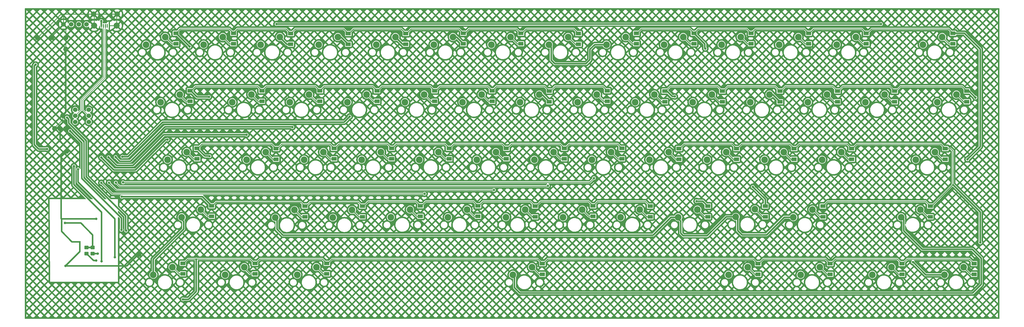
<source format=gbr>
%TF.GenerationSoftware,KiCad,Pcbnew,(6.0.7)*%
%TF.CreationDate,2022-09-03T19:18:48+08:00*%
%TF.ProjectId,Joker60_v2,4a6f6b65-7236-4305-9f76-322e6b696361,1.0*%
%TF.SameCoordinates,Original*%
%TF.FileFunction,Copper,L2,Bot*%
%TF.FilePolarity,Positive*%
%FSLAX46Y46*%
G04 Gerber Fmt 4.6, Leading zero omitted, Abs format (unit mm)*
G04 Created by KiCad (PCBNEW (6.0.7)) date 2022-09-03 19:18:48*
%MOMM*%
%LPD*%
G01*
G04 APERTURE LIST*
G04 Aperture macros list*
%AMRoundRect*
0 Rectangle with rounded corners*
0 $1 Rounding radius*
0 $2 $3 $4 $5 $6 $7 $8 $9 X,Y pos of 4 corners*
0 Add a 4 corners polygon primitive as box body*
4,1,4,$2,$3,$4,$5,$6,$7,$8,$9,$2,$3,0*
0 Add four circle primitives for the rounded corners*
1,1,$1+$1,$2,$3*
1,1,$1+$1,$4,$5*
1,1,$1+$1,$6,$7*
1,1,$1+$1,$8,$9*
0 Add four rect primitives between the rounded corners*
20,1,$1+$1,$2,$3,$4,$5,0*
20,1,$1+$1,$4,$5,$6,$7,0*
20,1,$1+$1,$6,$7,$8,$9,0*
20,1,$1+$1,$8,$9,$2,$3,0*%
G04 Aperture macros list end*
%TA.AperFunction,ComponentPad*%
%ADD10C,1.524000*%
%TD*%
%TA.AperFunction,SMDPad,CuDef*%
%ADD11RoundRect,0.250000X0.450000X-0.350000X0.450000X0.350000X-0.450000X0.350000X-0.450000X-0.350000X0*%
%TD*%
%TA.AperFunction,SMDPad,CuDef*%
%ADD12RoundRect,0.250000X-0.450000X0.350000X-0.450000X-0.350000X0.450000X-0.350000X0.450000X0.350000X0*%
%TD*%
%TA.AperFunction,ComponentPad*%
%ADD13C,2.200000*%
%TD*%
%TA.AperFunction,SMDPad,CuDef*%
%ADD14R,1.700000X1.300000*%
%TD*%
%TA.AperFunction,SMDPad,CuDef*%
%ADD15R,0.450000X1.300000*%
%TD*%
%TA.AperFunction,ComponentPad*%
%ADD16C,2.000000*%
%TD*%
%TA.AperFunction,ComponentPad*%
%ADD17C,1.800000*%
%TD*%
%TA.AperFunction,ViaPad*%
%ADD18C,0.800000*%
%TD*%
%TA.AperFunction,ViaPad*%
%ADD19C,0.610000*%
%TD*%
%TA.AperFunction,Conductor*%
%ADD20C,0.508000*%
%TD*%
%TA.AperFunction,Conductor*%
%ADD21C,0.254000*%
%TD*%
%TA.AperFunction,Conductor*%
%ADD22C,0.250000*%
%TD*%
%TA.AperFunction,Conductor*%
%ADD23C,0.200000*%
%TD*%
G04 APERTURE END LIST*
D10*
%TO.P,U5,1,GND*%
%TO.N,GND*%
X46863000Y-146177000D03*
%TO.P,U5,2,VCC*%
%TO.N,+3.3V*%
X49403000Y-146177000D03*
%TO.P,U5,3,SCL*%
%TO.N,/SCL*%
X51943000Y-146177000D03*
%TO.P,U5,4,SDA*%
%TO.N,/SDA*%
X54483000Y-146177000D03*
%TD*%
D11*
%TO.P,R13,1*%
%TO.N,Net-(U1-Pad23)*%
X54483000Y-222107000D03*
%TO.P,R13,2*%
%TO.N,+3.3V*%
X54483000Y-220107000D03*
%TD*%
D12*
%TO.P,R11,2*%
%TO.N,Net-(U1-Pad29)*%
X56515000Y-222107000D03*
%TO.P,R11,1*%
%TO.N,+3.3V*%
X56515000Y-220107000D03*
%TD*%
D13*
%TO.P,S62,1*%
%TO.N,/COL6*%
X278892000Y-191008000D03*
%TO.P,S62,2*%
%TO.N,Net-(D62-Pad2)*%
X285242000Y-188468000D03*
%TD*%
%TO.P,S14,1*%
%TO.N,/COL6*%
X178943000Y-171958000D03*
%TO.P,S14,2*%
%TO.N,Net-(D14-Pad2)*%
X185293000Y-169418000D03*
%TD*%
%TO.P,S26,1*%
%TO.N,/COL2*%
X116967000Y-210185000D03*
%TO.P,S26,2*%
%TO.N,Net-(D26-Pad2)*%
X123317000Y-207645000D03*
%TD*%
%TO.P,S30,1*%
%TO.N,/COL6*%
X193294000Y-210058000D03*
%TO.P,S30,2*%
%TO.N,Net-(D30-Pad2)*%
X199644000Y-207518000D03*
%TD*%
%TO.P,S24,1*%
%TO.N,/COL8*%
X221742000Y-191008000D03*
%TO.P,S24,2*%
%TO.N,Net-(D24-Pad2)*%
X228092000Y-188468000D03*
%TD*%
%TO.P,S41,1*%
%TO.N,/COL1*%
X76581000Y-229108000D03*
%TO.P,S41,2*%
%TO.N,Net-(D41-Pad2)*%
X82931000Y-226568000D03*
%TD*%
%TO.P,S25,1*%
%TO.N,/COL1*%
X85979000Y-210058000D03*
%TO.P,S25,2*%
%TO.N,Net-(D25-Pad2)*%
X92329000Y-207518000D03*
%TD*%
%TO.P,S46,1*%
%TO.N,/COL6*%
X314579000Y-229108000D03*
%TO.P,S46,2*%
%TO.N,Net-(D46-Pad2)*%
X320929000Y-226568000D03*
%TD*%
%TO.P,S3,1*%
%TO.N,/COL3*%
X112141000Y-152908000D03*
%TO.P,S3,2*%
%TO.N,Net-(D3-Pad2)*%
X118491000Y-150368000D03*
%TD*%
%TO.P,S50,1*%
%TO.N,/COL2*%
X250317000Y-210058000D03*
%TO.P,S50,2*%
%TO.N,Net-(D50-Pad2)*%
X256667000Y-207518000D03*
%TD*%
%TO.P,S32,1*%
%TO.N,/COL8*%
X231267000Y-210058000D03*
%TO.P,S32,2*%
%TO.N,Net-(D32-Pad2)*%
X237617000Y-207518000D03*
%TD*%
D10*
%TO.P,Sw1,1,L1*%
%TO.N,/UD_N_0*%
X50734400Y-178479200D03*
%TO.P,Sw1,2,L2*%
%TO.N,/USB_N*%
X50734400Y-176479200D03*
%TO.P,Sw1,3,L3*%
%TO.N,/UD_N_1*%
X50734400Y-174479200D03*
%TO.P,Sw1,4,R1*%
%TO.N,/UD_P_0*%
X55234400Y-178479200D03*
%TO.P,Sw1,5,R2*%
%TO.N,/USB_P*%
X55234400Y-176479200D03*
%TO.P,Sw1,6,R3*%
%TO.N,/UD_P_1*%
X55234400Y-174479200D03*
%TD*%
D13*
%TO.P,S4,1*%
%TO.N,/COL4*%
X131318000Y-152908000D03*
%TO.P,S4,2*%
%TO.N,Net-(D4-Pad2)*%
X137668000Y-150368000D03*
%TD*%
%TO.P,S54,1*%
%TO.N,/COL6*%
X274193000Y-171958000D03*
%TO.P,S54,2*%
%TO.N,Net-(D54-Pad2)*%
X280543000Y-169418000D03*
%TD*%
%TO.P,S19,1*%
%TO.N,/COL3*%
X126492000Y-191008000D03*
%TO.P,S19,2*%
%TO.N,Net-(D19-Pad2)*%
X132842000Y-188468000D03*
%TD*%
%TO.P,S6,1*%
%TO.N,/COL6*%
X169418000Y-152908000D03*
%TO.P,S6,2*%
%TO.N,Net-(D6-Pad2)*%
X175768000Y-150368000D03*
%TD*%
%TO.P,S63,1*%
%TO.N,/COL7*%
X259842000Y-191008000D03*
%TO.P,S63,2*%
%TO.N,Net-(D63-Pad2)*%
X266192000Y-188468000D03*
%TD*%
%TO.P,S47,1*%
%TO.N,/COL7*%
X290830000Y-229108000D03*
%TO.P,S47,2*%
%TO.N,Net-(D47-Pad2)*%
X297180000Y-226568000D03*
%TD*%
%TO.P,S7,1*%
%TO.N,/COL7*%
X188468000Y-152908000D03*
%TO.P,S7,2*%
%TO.N,Net-(D7-Pad2)*%
X194818000Y-150368000D03*
%TD*%
%TO.P,S12,1*%
%TO.N,/COL4*%
X140843000Y-171958000D03*
%TO.P,S12,2*%
%TO.N,Net-(D12-Pad2)*%
X147193000Y-169418000D03*
%TD*%
%TO.P,S1,1*%
%TO.N,/COL1*%
X74168000Y-152908000D03*
%TO.P,S1,2*%
%TO.N,Net-(D1-Pad2)*%
X80518000Y-150368000D03*
%TD*%
%TO.P,S61,1*%
%TO.N,/COL5*%
X297942000Y-191008000D03*
%TO.P,S61,2*%
%TO.N,Net-(D61-Pad2)*%
X304292000Y-188468000D03*
%TD*%
%TO.P,S21,1*%
%TO.N,/COL5*%
X164592000Y-191008000D03*
%TO.P,S21,2*%
%TO.N,Net-(D21-Pad2)*%
X170942000Y-188468000D03*
%TD*%
%TO.P,S37,1*%
%TO.N,/COL5*%
X283718000Y-152908000D03*
%TO.P,S37,2*%
%TO.N,Net-(D37-Pad2)*%
X290068000Y-150368000D03*
%TD*%
%TO.P,S59,1*%
%TO.N,/COL3*%
X328930000Y-191008000D03*
%TO.P,S59,2*%
%TO.N,Net-(D59-Pad2)*%
X335280000Y-188468000D03*
%TD*%
%TO.P,S43,1*%
%TO.N,/COL3*%
X124206000Y-229108000D03*
%TO.P,S43,2*%
%TO.N,Net-(D43-Pad2)*%
X130556000Y-226568000D03*
%TD*%
%TO.P,S48,1*%
%TO.N,/COL8*%
X266954000Y-229108000D03*
%TO.P,S48,2*%
%TO.N,Net-(D48-Pad2)*%
X273304000Y-226568000D03*
%TD*%
%TO.P,S28,1*%
%TO.N,/COL4*%
X155194000Y-210058000D03*
%TO.P,S28,2*%
%TO.N,Net-(D28-Pad2)*%
X161544000Y-207518000D03*
%TD*%
%TO.P,S17,1*%
%TO.N,/COL1*%
X81280000Y-191008000D03*
%TO.P,S17,2*%
%TO.N,Net-(D17-Pad2)*%
X87630000Y-188468000D03*
%TD*%
%TO.P,S15,1*%
%TO.N,/COL7*%
X197993000Y-171958000D03*
%TO.P,S15,2*%
%TO.N,Net-(D15-Pad2)*%
X204343000Y-169418000D03*
%TD*%
%TO.P,S58,1*%
%TO.N,/COL2*%
X288417000Y-210058000D03*
%TO.P,S58,2*%
%TO.N,Net-(D58-Pad2)*%
X294767000Y-207518000D03*
%TD*%
%TO.P,S16,1*%
%TO.N,/COL8*%
X217043000Y-171958000D03*
%TO.P,S16,2*%
%TO.N,Net-(D16-Pad2)*%
X223393000Y-169418000D03*
%TD*%
%TO.P,S27,1*%
%TO.N,/COL3*%
X136017000Y-210185000D03*
%TO.P,S27,2*%
%TO.N,Net-(D27-Pad2)*%
X142367000Y-207645000D03*
%TD*%
%TO.P,S8,1*%
%TO.N,/COL8*%
X207518000Y-152908000D03*
%TO.P,S8,2*%
%TO.N,Net-(D8-Pad2)*%
X213868000Y-150368000D03*
%TD*%
%TO.P,S5,1*%
%TO.N,/COL5*%
X150368000Y-152908000D03*
%TO.P,S5,2*%
%TO.N,Net-(D5-Pad2)*%
X156718000Y-150368000D03*
%TD*%
%TO.P,S13,1*%
%TO.N,/COL5*%
X159893000Y-171958000D03*
%TO.P,S13,2*%
%TO.N,Net-(D13-Pad2)*%
X166243000Y-169418000D03*
%TD*%
%TO.P,S35,1*%
%TO.N,/COL3*%
X331343000Y-152908000D03*
%TO.P,S35,2*%
%TO.N,Net-(D35-Pad2)*%
X337693000Y-150368000D03*
%TD*%
%TO.P,S20,1*%
%TO.N,/COL4*%
X145542000Y-191008000D03*
%TO.P,S20,2*%
%TO.N,Net-(D20-Pad2)*%
X151892000Y-188468000D03*
%TD*%
%TO.P,S11,1*%
%TO.N,/COL3*%
X121793000Y-171958000D03*
%TO.P,S11,2*%
%TO.N,Net-(D11-Pad2)*%
X128143000Y-169418000D03*
%TD*%
%TO.P,S22,1*%
%TO.N,/COL6*%
X183642000Y-191008000D03*
%TO.P,S22,2*%
%TO.N,Net-(D22-Pad2)*%
X189992000Y-188468000D03*
%TD*%
%TO.P,S60,1*%
%TO.N,/COL4*%
X324104000Y-210058000D03*
%TO.P,S60,2*%
%TO.N,Net-(D60-Pad2)*%
X330454000Y-207518000D03*
%TD*%
%TO.P,S23,1*%
%TO.N,/COL7*%
X202692000Y-191008000D03*
%TO.P,S23,2*%
%TO.N,Net-(D23-Pad2)*%
X209042000Y-188468000D03*
%TD*%
%TO.P,S40,1*%
%TO.N,/COL8*%
X226568000Y-152908000D03*
%TO.P,S40,2*%
%TO.N,Net-(D40-Pad2)*%
X232918000Y-150368000D03*
%TD*%
%TO.P,S38,1*%
%TO.N,/COL6*%
X264668000Y-152908000D03*
%TO.P,S38,2*%
%TO.N,Net-(D38-Pad2)*%
X271018000Y-150368000D03*
%TD*%
%TO.P,S44,1*%
%TO.N,/COL4*%
X195580000Y-229108000D03*
%TO.P,S44,2*%
%TO.N,Net-(D44-Pad2)*%
X201930000Y-226568000D03*
%TD*%
%TO.P,S55,1*%
%TO.N,/COL7*%
X255143000Y-171958000D03*
%TO.P,S55,2*%
%TO.N,Net-(D55-Pad2)*%
X261493000Y-169418000D03*
%TD*%
%TO.P,S39,1*%
%TO.N,/COL7*%
X245618000Y-152908000D03*
%TO.P,S39,2*%
%TO.N,Net-(D39-Pad2)*%
X251968000Y-150368000D03*
%TD*%
%TO.P,S2,1*%
%TO.N,/COL2*%
X93218000Y-152908000D03*
%TO.P,S2,2*%
%TO.N,Net-(D2-Pad2)*%
X99568000Y-150368000D03*
%TD*%
%TO.P,S34,1*%
%TO.N,/COL2*%
X269367000Y-209931000D03*
%TO.P,S34,2*%
%TO.N,Net-(D34-Pad2)*%
X275717000Y-207391000D03*
%TD*%
%TO.P,S51,1*%
%TO.N,/COL3*%
X336042000Y-171958000D03*
%TO.P,S51,2*%
%TO.N,Net-(D51-Pad2)*%
X342392000Y-169418000D03*
%TD*%
%TO.P,S45,1*%
%TO.N,/COL5*%
X338455000Y-229108000D03*
%TO.P,S45,2*%
%TO.N,Net-(D45-Pad2)*%
X344805000Y-226568000D03*
%TD*%
%TO.P,S64,1*%
%TO.N,/COL8*%
X240792000Y-191008000D03*
%TO.P,S64,2*%
%TO.N,Net-(D64-Pad2)*%
X247142000Y-188468000D03*
%TD*%
%TO.P,S9,1*%
%TO.N,/COL1*%
X78994000Y-171958000D03*
%TO.P,S9,2*%
%TO.N,Net-(D9-Pad2)*%
X85344000Y-169418000D03*
%TD*%
%TO.P,S53,1*%
%TO.N,/COL5*%
X293243000Y-171958000D03*
%TO.P,S53,2*%
%TO.N,Net-(D53-Pad2)*%
X299593000Y-169418000D03*
%TD*%
%TO.P,S18,1*%
%TO.N,/COL2*%
X107442000Y-191008000D03*
%TO.P,S18,2*%
%TO.N,Net-(D18-Pad2)*%
X113792000Y-188468000D03*
%TD*%
%TO.P,S42,1*%
%TO.N,/COL2*%
X100330000Y-229108000D03*
%TO.P,S42,2*%
%TO.N,Net-(D42-Pad2)*%
X106680000Y-226568000D03*
%TD*%
%TO.P,S52,1*%
%TO.N,/COL4*%
X312293000Y-171958000D03*
%TO.P,S52,2*%
%TO.N,Net-(D52-Pad2)*%
X318643000Y-169418000D03*
%TD*%
%TO.P,S10,1*%
%TO.N,/COL2*%
X102743000Y-171958000D03*
%TO.P,S10,2*%
%TO.N,Net-(D10-Pad2)*%
X109093000Y-169418000D03*
%TD*%
%TO.P,S29,1*%
%TO.N,/COL5*%
X174117000Y-210058000D03*
%TO.P,S29,2*%
%TO.N,Net-(D29-Pad2)*%
X180467000Y-207518000D03*
%TD*%
%TO.P,S56,1*%
%TO.N,/COL8*%
X236093000Y-171958000D03*
%TO.P,S56,2*%
%TO.N,Net-(D56-Pad2)*%
X242443000Y-169418000D03*
%TD*%
%TO.P,S36,1*%
%TO.N,/COL4*%
X302768000Y-152908000D03*
%TO.P,S36,2*%
%TO.N,Net-(D36-Pad2)*%
X309118000Y-150368000D03*
%TD*%
%TO.P,S31,1*%
%TO.N,/COL7*%
X212217000Y-210058000D03*
%TO.P,S31,2*%
%TO.N,Net-(D31-Pad2)*%
X218567000Y-207518000D03*
%TD*%
D14*
%TO.P,D32,1,K*%
%TO.N,/ROW4*%
X241046000Y-206403000D03*
%TO.P,D32,2,A*%
%TO.N,Net-(D32-Pad2)*%
X241046000Y-209903000D03*
%TD*%
%TO.P,D14,1,K*%
%TO.N,/ROW2*%
X188722000Y-168176000D03*
%TO.P,D14,2,A*%
%TO.N,Net-(D14-Pad2)*%
X188722000Y-171676000D03*
%TD*%
%TO.P,D51,1,K*%
%TO.N,/ROW7*%
X345821000Y-168303000D03*
%TO.P,D51,2,A*%
%TO.N,Net-(D51-Pad2)*%
X345821000Y-171803000D03*
%TD*%
%TO.P,D61,1,K*%
%TO.N,/ROW8*%
X307721000Y-187353000D03*
%TO.P,D61,2,A*%
%TO.N,Net-(D61-Pad2)*%
X307721000Y-190853000D03*
%TD*%
%TO.P,D28,1,K*%
%TO.N,/ROW4*%
X164973000Y-206276000D03*
%TO.P,D28,2,A*%
%TO.N,Net-(D28-Pad2)*%
X164973000Y-209776000D03*
%TD*%
%TO.P,D56,1,K*%
%TO.N,/ROW7*%
X245872000Y-168303000D03*
%TO.P,D56,2,A*%
%TO.N,Net-(D56-Pad2)*%
X245872000Y-171803000D03*
%TD*%
%TO.P,D58,1,K*%
%TO.N,/ROW8*%
X298196000Y-206403000D03*
%TO.P,D58,2,A*%
%TO.N,Net-(D58-Pad2)*%
X298196000Y-209903000D03*
%TD*%
%TO.P,D21,1,K*%
%TO.N,/ROW3*%
X174498000Y-187226000D03*
%TO.P,D21,2,A*%
%TO.N,Net-(D21-Pad2)*%
X174498000Y-190726000D03*
%TD*%
%TO.P,D47,1,K*%
%TO.N,/ROW6*%
X300609000Y-225453000D03*
%TO.P,D47,2,A*%
%TO.N,Net-(D47-Pad2)*%
X300609000Y-228953000D03*
%TD*%
%TO.P,D52,1,K*%
%TO.N,/ROW7*%
X321945000Y-168303000D03*
%TO.P,D52,2,A*%
%TO.N,Net-(D52-Pad2)*%
X321945000Y-171803000D03*
%TD*%
%TO.P,D26,1,K*%
%TO.N,/ROW4*%
X126746000Y-206403000D03*
%TO.P,D26,2,A*%
%TO.N,Net-(D26-Pad2)*%
X126746000Y-209903000D03*
%TD*%
%TO.P,D8,1,K*%
%TO.N,/ROW1*%
X217297000Y-149253000D03*
%TO.P,D8,2,A*%
%TO.N,Net-(D8-Pad2)*%
X217297000Y-152753000D03*
%TD*%
%TO.P,D24,1,K*%
%TO.N,/ROW3*%
X231648000Y-187226000D03*
%TO.P,D24,2,A*%
%TO.N,Net-(D24-Pad2)*%
X231648000Y-190726000D03*
%TD*%
%TO.P,D5,1,K*%
%TO.N,/ROW1*%
X160147000Y-149253000D03*
%TO.P,D5,2,A*%
%TO.N,Net-(D5-Pad2)*%
X160147000Y-152753000D03*
%TD*%
%TO.P,D55,1,K*%
%TO.N,/ROW7*%
X264922000Y-168303000D03*
%TO.P,D55,2,A*%
%TO.N,Net-(D55-Pad2)*%
X264922000Y-171803000D03*
%TD*%
%TO.P,D12,1,K*%
%TO.N,/ROW2*%
X150622000Y-168176000D03*
%TO.P,D12,2,A*%
%TO.N,Net-(D12-Pad2)*%
X150622000Y-171676000D03*
%TD*%
%TO.P,D29,1,K*%
%TO.N,/ROW4*%
X184023000Y-206276000D03*
%TO.P,D29,2,A*%
%TO.N,Net-(D29-Pad2)*%
X184023000Y-209776000D03*
%TD*%
%TO.P,D20,1,K*%
%TO.N,/ROW3*%
X155448000Y-187226000D03*
%TO.P,D20,2,A*%
%TO.N,Net-(D20-Pad2)*%
X155448000Y-190726000D03*
%TD*%
%TO.P,D27,1,K*%
%TO.N,/ROW4*%
X145796000Y-206403000D03*
%TO.P,D27,2,A*%
%TO.N,Net-(D27-Pad2)*%
X145796000Y-209903000D03*
%TD*%
%TO.P,D16,1,K*%
%TO.N,/ROW2*%
X226822000Y-168176000D03*
%TO.P,D16,2,A*%
%TO.N,Net-(D16-Pad2)*%
X226822000Y-171676000D03*
%TD*%
%TO.P,D42,1,K*%
%TO.N,/ROW6*%
X110236000Y-225326000D03*
%TO.P,D42,2,A*%
%TO.N,Net-(D42-Pad2)*%
X110236000Y-228826000D03*
%TD*%
%TO.P,D39,1,K*%
%TO.N,/ROW5*%
X255524000Y-149126000D03*
%TO.P,D39,2,A*%
%TO.N,Net-(D39-Pad2)*%
X255524000Y-152626000D03*
%TD*%
%TO.P,D35,1,K*%
%TO.N,/ROW5*%
X341249000Y-149126000D03*
%TO.P,D35,2,A*%
%TO.N,Net-(D35-Pad2)*%
X341249000Y-152626000D03*
%TD*%
%TO.P,D30,1,K*%
%TO.N,/ROW4*%
X202946000Y-206403000D03*
%TO.P,D30,2,A*%
%TO.N,Net-(D30-Pad2)*%
X202946000Y-209903000D03*
%TD*%
%TO.P,D54,1,K*%
%TO.N,/ROW7*%
X283972000Y-168303000D03*
%TO.P,D54,2,A*%
%TO.N,Net-(D54-Pad2)*%
X283972000Y-171803000D03*
%TD*%
%TO.P,D63,1,K*%
%TO.N,/ROW8*%
X269621000Y-187353000D03*
%TO.P,D63,2,A*%
%TO.N,Net-(D63-Pad2)*%
X269621000Y-190853000D03*
%TD*%
%TO.P,D25,1,K*%
%TO.N,/ROW4*%
X95885000Y-206276000D03*
%TO.P,D25,2,A*%
%TO.N,Net-(D25-Pad2)*%
X95885000Y-209776000D03*
%TD*%
%TO.P,D62,1,K*%
%TO.N,/ROW8*%
X288671000Y-187353000D03*
%TO.P,D62,2,A*%
%TO.N,Net-(D62-Pad2)*%
X288671000Y-190853000D03*
%TD*%
%TO.P,D15,1,K*%
%TO.N,/ROW2*%
X207645000Y-168303000D03*
%TO.P,D15,2,A*%
%TO.N,Net-(D15-Pad2)*%
X207645000Y-171803000D03*
%TD*%
%TO.P,D59,1,K*%
%TO.N,/ROW8*%
X338709000Y-187353000D03*
%TO.P,D59,2,A*%
%TO.N,Net-(D59-Pad2)*%
X338709000Y-190853000D03*
%TD*%
%TO.P,D13,1,K*%
%TO.N,/ROW2*%
X169672000Y-168176000D03*
%TO.P,D13,2,A*%
%TO.N,Net-(D13-Pad2)*%
X169672000Y-171676000D03*
%TD*%
%TO.P,D23,1,K*%
%TO.N,/ROW3*%
X212598000Y-187226000D03*
%TO.P,D23,2,A*%
%TO.N,Net-(D23-Pad2)*%
X212598000Y-190726000D03*
%TD*%
%TO.P,D2,1,K*%
%TO.N,/ROW1*%
X103124000Y-149126000D03*
%TO.P,D2,2,A*%
%TO.N,Net-(D2-Pad2)*%
X103124000Y-152626000D03*
%TD*%
%TO.P,D31,1,K*%
%TO.N,/ROW4*%
X222123000Y-206276000D03*
%TO.P,D31,2,A*%
%TO.N,Net-(D31-Pad2)*%
X222123000Y-209776000D03*
%TD*%
D15*
%TO.P,J1,1,VBUS*%
%TO.N,+5VA*%
X59406000Y-146673000D03*
%TO.P,J1,2,D-*%
%TO.N,/USB_N*%
X60056000Y-146673000D03*
%TO.P,J1,3,D+*%
%TO.N,/USB_P*%
X60706000Y-146673000D03*
%TO.P,J1,4,ID*%
%TO.N,unconnected-(J1-Pad4)*%
X61356000Y-146673000D03*
%TO.P,J1,5,GND*%
%TO.N,GND*%
X62006000Y-146673000D03*
D16*
%TO.P,J1,6,Shield*%
X64431000Y-146623000D03*
D17*
X64581000Y-142823000D03*
X56831000Y-142823000D03*
D16*
X56981000Y-146623000D03*
%TD*%
D14*
%TO.P,D48,1,K*%
%TO.N,/ROW6*%
X276733000Y-225453000D03*
%TO.P,D48,2,A*%
%TO.N,Net-(D48-Pad2)*%
X276733000Y-228953000D03*
%TD*%
%TO.P,D10,1,K*%
%TO.N,/ROW2*%
X112522000Y-168176000D03*
%TO.P,D10,2,A*%
%TO.N,Net-(D10-Pad2)*%
X112522000Y-171676000D03*
%TD*%
%TO.P,D3,1,K*%
%TO.N,/ROW1*%
X122047000Y-149253000D03*
%TO.P,D3,2,A*%
%TO.N,Net-(D3-Pad2)*%
X122047000Y-152753000D03*
%TD*%
%TO.P,D6,1,K*%
%TO.N,/ROW1*%
X179197000Y-149126000D03*
%TO.P,D6,2,A*%
%TO.N,Net-(D6-Pad2)*%
X179197000Y-152626000D03*
%TD*%
%TO.P,D45,1,K*%
%TO.N,/ROW6*%
X348234000Y-225453000D03*
%TO.P,D45,2,A*%
%TO.N,Net-(D45-Pad2)*%
X348234000Y-228953000D03*
%TD*%
%TO.P,D1,1,K*%
%TO.N,/ROW1*%
X84074000Y-149126000D03*
%TO.P,D1,2,A*%
%TO.N,Net-(D1-Pad2)*%
X84074000Y-152626000D03*
%TD*%
%TO.P,D17,1,K*%
%TO.N,/ROW3*%
X91059000Y-187226000D03*
%TO.P,D17,2,A*%
%TO.N,Net-(D17-Pad2)*%
X91059000Y-190726000D03*
%TD*%
%TO.P,D41,1,K*%
%TO.N,/ROW6*%
X86360000Y-225326000D03*
%TO.P,D41,2,A*%
%TO.N,Net-(D41-Pad2)*%
X86360000Y-228826000D03*
%TD*%
%TO.P,D18,1,K*%
%TO.N,/ROW3*%
X117221000Y-187353000D03*
%TO.P,D18,2,A*%
%TO.N,Net-(D18-Pad2)*%
X117221000Y-190853000D03*
%TD*%
%TO.P,D64,1,K*%
%TO.N,/ROW8*%
X250571000Y-187353000D03*
%TO.P,D64,2,A*%
%TO.N,Net-(D64-Pad2)*%
X250571000Y-190853000D03*
%TD*%
%TO.P,D53,1,K*%
%TO.N,/ROW7*%
X303022000Y-168303000D03*
%TO.P,D53,2,A*%
%TO.N,Net-(D53-Pad2)*%
X303022000Y-171803000D03*
%TD*%
%TO.P,D7,1,K*%
%TO.N,/ROW1*%
X198247000Y-149126000D03*
%TO.P,D7,2,A*%
%TO.N,Net-(D7-Pad2)*%
X198247000Y-152626000D03*
%TD*%
%TO.P,D43,1,K*%
%TO.N,/ROW6*%
X133985000Y-225326000D03*
%TO.P,D43,2,A*%
%TO.N,Net-(D43-Pad2)*%
X133985000Y-228826000D03*
%TD*%
%TO.P,D37,1,K*%
%TO.N,/ROW5*%
X293497000Y-149126000D03*
%TO.P,D37,2,A*%
%TO.N,Net-(D37-Pad2)*%
X293497000Y-152626000D03*
%TD*%
%TO.P,D11,1,K*%
%TO.N,/ROW2*%
X131699000Y-168176000D03*
%TO.P,D11,2,A*%
%TO.N,Net-(D11-Pad2)*%
X131699000Y-171676000D03*
%TD*%
%TO.P,D34,1,K*%
%TO.N,/ROW5*%
X279146000Y-206403000D03*
%TO.P,D34,2,A*%
%TO.N,Net-(D34-Pad2)*%
X279146000Y-209903000D03*
%TD*%
%TO.P,D19,1,K*%
%TO.N,/ROW3*%
X136398000Y-187226000D03*
%TO.P,D19,2,A*%
%TO.N,Net-(D19-Pad2)*%
X136398000Y-190726000D03*
%TD*%
%TO.P,D4,1,K*%
%TO.N,/ROW1*%
X141097000Y-149253000D03*
%TO.P,D4,2,A*%
%TO.N,Net-(D4-Pad2)*%
X141097000Y-152753000D03*
%TD*%
%TO.P,D46,1,K*%
%TO.N,/ROW6*%
X324358000Y-225453000D03*
%TO.P,D46,2,A*%
%TO.N,Net-(D46-Pad2)*%
X324358000Y-228953000D03*
%TD*%
%TO.P,D22,1,K*%
%TO.N,/ROW3*%
X193421000Y-187226000D03*
%TO.P,D22,2,A*%
%TO.N,Net-(D22-Pad2)*%
X193421000Y-190726000D03*
%TD*%
%TO.P,D36,1,K*%
%TO.N,/ROW5*%
X312547000Y-149126000D03*
%TO.P,D36,2,A*%
%TO.N,Net-(D36-Pad2)*%
X312547000Y-152626000D03*
%TD*%
%TO.P,D38,1,K*%
%TO.N,/ROW5*%
X274447000Y-149126000D03*
%TO.P,D38,2,A*%
%TO.N,Net-(D38-Pad2)*%
X274447000Y-152626000D03*
%TD*%
%TO.P,D40,1,K*%
%TO.N,/ROW5*%
X236474000Y-149126000D03*
%TO.P,D40,2,A*%
%TO.N,Net-(D40-Pad2)*%
X236474000Y-152626000D03*
%TD*%
%TO.P,D50,1,K*%
%TO.N,/ROW7*%
X260096000Y-206403000D03*
%TO.P,D50,2,A*%
%TO.N,Net-(D50-Pad2)*%
X260096000Y-209903000D03*
%TD*%
%TO.P,D44,1,K*%
%TO.N,/ROW6*%
X205359000Y-225453000D03*
%TO.P,D44,2,A*%
%TO.N,Net-(D44-Pad2)*%
X205359000Y-228953000D03*
%TD*%
%TO.P,D60,1,K*%
%TO.N,/ROW8*%
X333756000Y-206403000D03*
%TO.P,D60,2,A*%
%TO.N,Net-(D60-Pad2)*%
X333756000Y-209903000D03*
%TD*%
%TO.P,D9,1,K*%
%TO.N,/ROW2*%
X88773000Y-168176000D03*
%TO.P,D9,2,A*%
%TO.N,Net-(D9-Pad2)*%
X88773000Y-171676000D03*
%TD*%
D18*
%TO.N,Net-(U1-Pad23)*%
X57658000Y-224409000D03*
%TO.N,+3.3V*%
X47320200Y-211963000D03*
%TO.N,Net-(U1-Pad29)*%
X58166000Y-222123000D03*
%TO.N,GND*%
X71755000Y-222377000D03*
%TO.N,/TX2*%
X63881000Y-223266000D03*
X51689000Y-194183000D03*
%TO.N,/RX2*%
X59436000Y-224663000D03*
X50328185Y-193167000D03*
%TO.N,GND*%
X47879000Y-188214000D03*
%TO.N,+5VA*%
X37597500Y-159517500D03*
X41402000Y-187452000D03*
%TO.N,/TXD0*%
X49022000Y-181483000D03*
X66040000Y-214249000D03*
%TO.N,/RXD0*%
X67564000Y-214503000D03*
X48006000Y-177038000D03*
%TO.N,GND*%
X43942000Y-180721000D03*
X45698500Y-180699500D03*
X47603500Y-180699500D03*
D19*
X52213000Y-218193000D03*
D18*
X47625000Y-154432000D03*
X47498000Y-226161600D03*
X47625000Y-150622000D03*
X38227000Y-150622000D03*
X57658000Y-210566000D03*
X42926000Y-150622000D03*
X46609000Y-176403000D03*
D19*
X46228000Y-210667600D03*
D18*
%TO.N,/COL1*%
X59385200Y-190246000D03*
X81280000Y-184353200D03*
%TO.N,/COL2*%
X61772800Y-190195200D03*
X107442000Y-182727600D03*
%TO.N,/COL3*%
X64109600Y-190144400D03*
X122631200Y-180187600D03*
X317449200Y-146100800D03*
X117348000Y-146100800D03*
%TO.N,/COL4*%
X66344800Y-190042800D03*
X141579600Y-176733200D03*
%TO.N,/COL6*%
X61925200Y-198628000D03*
X189331600Y-201015600D03*
%TO.N,/COL5*%
X59385200Y-198678800D03*
X166357300Y-202298300D03*
X328015600Y-224942400D03*
%TO.N,/COL8*%
X222453200Y-197104000D03*
X66548000Y-198526400D03*
%TO.N,/COL7*%
X64160400Y-198577200D03*
X207162400Y-199644000D03*
%TO.N,+5VA*%
X59334400Y-145066997D03*
%TO.N,/ROW1*%
X88595200Y-153568400D03*
%TO.N,/ROW2*%
X94996000Y-170230800D03*
%TO.N,/ROW3*%
X95199200Y-189839600D03*
%TO.N,/ROW4*%
X66167000Y-203263500D03*
%TO.N,/ROW5*%
X275031200Y-199999600D03*
X259283200Y-154228800D03*
X346049600Y-190906400D03*
%TO.N,/ROW6*%
X86410800Y-237236000D03*
%TO.N,/ROW7*%
X348699001Y-170441801D03*
X256387600Y-204724000D03*
X249174000Y-170078400D03*
%TO.N,/ROW8*%
X350266000Y-218389200D03*
%TD*%
D20*
%TO.N,/TXD0*%
X52959000Y-185420000D02*
X49022000Y-181483000D01*
X52959000Y-197231000D02*
X52959000Y-185420000D01*
X66040000Y-214249000D02*
X66040000Y-210312000D01*
X66040000Y-210312000D02*
X52959000Y-197231000D01*
%TO.N,/RXD0*%
X48641000Y-177673000D02*
X48006000Y-177038000D01*
X48641000Y-178943000D02*
X48641000Y-177673000D01*
X54356000Y-184658000D02*
X48641000Y-178943000D01*
X54356000Y-196596000D02*
X54356000Y-184658000D01*
X67437000Y-209677000D02*
X54356000Y-196596000D01*
X67564000Y-214503000D02*
X67437000Y-214376000D01*
X67437000Y-214376000D02*
X67437000Y-209677000D01*
D21*
%TO.N,GND*%
X46863000Y-143660000D02*
X46026000Y-142823000D01*
X46863000Y-146177000D02*
X46863000Y-143660000D01*
X47625000Y-146939000D02*
X47625000Y-150622000D01*
X46863000Y-146177000D02*
X47625000Y-146939000D01*
X46863000Y-146304000D02*
X46863000Y-146177000D01*
X42926000Y-150241000D02*
X46863000Y-146304000D01*
X42926000Y-150622000D02*
X42926000Y-150241000D01*
D20*
%TO.N,Net-(U1-Pad23)*%
X56785000Y-224409000D02*
X57658000Y-224409000D01*
X54483000Y-222107000D02*
X56785000Y-224409000D01*
%TO.N,+3.3V*%
X54483000Y-220107000D02*
X56515000Y-220107000D01*
X52578000Y-211963000D02*
X47320200Y-211963000D01*
X56515000Y-215900000D02*
X52578000Y-211963000D01*
X56515000Y-220107000D02*
X56515000Y-215900000D01*
%TO.N,Net-(U1-Pad29)*%
X58150000Y-222107000D02*
X58166000Y-222123000D01*
X56515000Y-222107000D02*
X58150000Y-222107000D01*
%TO.N,GND*%
X46228000Y-214757000D02*
X49664000Y-218193000D01*
X46228000Y-210667600D02*
X46228000Y-214757000D01*
X49664000Y-218193000D02*
X52213000Y-218193000D01*
X46329600Y-210566000D02*
X46228000Y-210667600D01*
X57658000Y-210566000D02*
X46329600Y-210566000D01*
X71628000Y-222377000D02*
X71755000Y-222377000D01*
X70866000Y-223139000D02*
X71628000Y-222377000D01*
X67843400Y-226161600D02*
X70866000Y-223139000D01*
X47498000Y-226161600D02*
X67843400Y-226161600D01*
%TO.N,Net-(D4-Pad2)*%
X138712000Y-150368000D02*
X141097000Y-152753000D01*
X137668000Y-150368000D02*
X138712000Y-150368000D01*
%TO.N,Net-(D54-Pad2)*%
X281587000Y-169418000D02*
X283972000Y-171803000D01*
X280543000Y-169418000D02*
X281587000Y-169418000D01*
%TO.N,Net-(D15-Pad2)*%
X205260000Y-169418000D02*
X207645000Y-171803000D01*
X204343000Y-169418000D02*
X205260000Y-169418000D01*
%TO.N,Net-(D6-Pad2)*%
X176939000Y-150368000D02*
X179197000Y-152626000D01*
X175768000Y-150368000D02*
X176939000Y-150368000D01*
%TO.N,/TX2*%
X63881000Y-210566000D02*
X63881000Y-223266000D01*
X51689000Y-198374000D02*
X63881000Y-210566000D01*
X51689000Y-194183000D02*
X51689000Y-198374000D01*
%TO.N,/RX2*%
X50328185Y-199299185D02*
X50328185Y-193167000D01*
X59436000Y-208407000D02*
X50328185Y-199299185D01*
X59436000Y-224663000D02*
X59436000Y-208407000D01*
%TO.N,GND*%
X46101000Y-210540600D02*
X46228000Y-210667600D01*
X46101000Y-189992000D02*
X46101000Y-210540600D01*
X47879000Y-188214000D02*
X46101000Y-189992000D01*
X45698500Y-184890500D02*
X45698500Y-180699500D01*
X47879000Y-187071000D02*
X45698500Y-184890500D01*
X47879000Y-188214000D02*
X47879000Y-187071000D01*
%TO.N,+5VA*%
X38608000Y-187452000D02*
X37211000Y-186055000D01*
X37211000Y-159904000D02*
X37597500Y-159517500D01*
X41402000Y-187452000D02*
X38608000Y-187452000D01*
X37211000Y-186055000D02*
X37211000Y-159904000D01*
D22*
%TO.N,GND*%
X47603500Y-180699500D02*
X47603500Y-178794500D01*
X47603500Y-178794500D02*
X46736000Y-177927000D01*
X43942000Y-180340000D02*
X46355000Y-177927000D01*
X46355000Y-177927000D02*
X46736000Y-177927000D01*
X43942000Y-180721000D02*
X43942000Y-180340000D01*
X46609000Y-177800000D02*
X46609000Y-176403000D01*
X46736000Y-177927000D02*
X46609000Y-177800000D01*
D20*
X47625000Y-175387000D02*
X47625000Y-154432000D01*
X46609000Y-176403000D02*
X47625000Y-175387000D01*
%TO.N,/ROW4*%
X92809000Y-203200000D02*
X95885000Y-206276000D01*
X66294000Y-203200000D02*
X92809000Y-203200000D01*
D22*
%TO.N,GND*%
X43963500Y-180699500D02*
X43942000Y-180721000D01*
X45698500Y-180699500D02*
X43963500Y-180699500D01*
X45698500Y-180699500D02*
X47603500Y-180699500D01*
D20*
X64431000Y-142973000D02*
X64581000Y-142823000D01*
D21*
X56831000Y-142823000D02*
X64581000Y-142823000D01*
D20*
X62085000Y-146623000D02*
X62035000Y-146673000D01*
X52213000Y-221446600D02*
X47498000Y-226161600D01*
D21*
X56981000Y-146623000D02*
X56981000Y-142973000D01*
D20*
X52213000Y-218193000D02*
X52213000Y-221446600D01*
D21*
X64431000Y-146623000D02*
X62085000Y-146623000D01*
X46280000Y-142823000D02*
X56831000Y-142823000D01*
X56981000Y-142973000D02*
X56831000Y-142823000D01*
X38227000Y-150622000D02*
X46026000Y-142823000D01*
X47625000Y-154432000D02*
X47625000Y-150622000D01*
X46026000Y-142823000D02*
X46280000Y-142823000D01*
X64431000Y-146623000D02*
X64431000Y-142973000D01*
D20*
%TO.N,/COL1*%
X59385200Y-190246000D02*
X63550800Y-194411600D01*
X70662800Y-194411600D02*
X80721200Y-184353200D01*
X63550800Y-194411600D02*
X70662800Y-194411600D01*
X86614000Y-213969600D02*
X76581000Y-224002600D01*
X86614000Y-211480400D02*
X86614000Y-213969600D01*
X80721200Y-184353200D02*
X81280000Y-184353200D01*
X76581000Y-224002600D02*
X76581000Y-229108000D01*
X85979000Y-210845400D02*
X86614000Y-211480400D01*
X85979000Y-210058000D02*
X85979000Y-210845400D01*
%TO.N,/COL2*%
X251155200Y-211378800D02*
X251155200Y-215341200D01*
X250317000Y-210058000D02*
X247904000Y-210058000D01*
X250317000Y-210058000D02*
X250317000Y-210540600D01*
X270002000Y-210566000D02*
X270002000Y-214477600D01*
X69900800Y-192887600D02*
X80060800Y-182727600D01*
X285394400Y-210058000D02*
X288417000Y-210058000D01*
X64465200Y-192887600D02*
X69900800Y-192887600D01*
X117500400Y-214020400D02*
X117500400Y-210718400D01*
X270002000Y-214477600D02*
X271424400Y-215900000D01*
X251155200Y-215341200D02*
X252018800Y-216204800D01*
X266166600Y-209931000D02*
X269367000Y-209931000D01*
X241960400Y-216001600D02*
X119481600Y-216001600D01*
X117500400Y-210718400D02*
X116967000Y-210185000D01*
X252018800Y-216204800D02*
X259892800Y-216204800D01*
X119481600Y-216001600D02*
X117500400Y-214020400D01*
X259892800Y-216204800D02*
X266166600Y-209931000D01*
X247904000Y-210058000D02*
X241960400Y-216001600D01*
X271424400Y-215900000D02*
X279552400Y-215900000D01*
X279552400Y-215900000D02*
X285394400Y-210058000D01*
X61772800Y-190195200D02*
X64465200Y-192887600D01*
X80060800Y-182727600D02*
X107442000Y-182727600D01*
X269367000Y-209931000D02*
X270002000Y-210566000D01*
X250317000Y-210540600D02*
X251155200Y-211378800D01*
%TO.N,/COL3*%
X122529600Y-180086000D02*
X122631200Y-180187600D01*
X65481200Y-191516000D02*
X68986400Y-191516000D01*
X68986400Y-191516000D02*
X80416400Y-180086000D01*
X80416400Y-180086000D02*
X122529600Y-180086000D01*
X317449200Y-146100800D02*
X117348000Y-146100800D01*
X64109600Y-190144400D02*
X65481200Y-191516000D01*
%TO.N,/COL4*%
X350621600Y-232308400D02*
X347776800Y-235153200D01*
X331063600Y-220675200D02*
X347624400Y-220675200D01*
X66344800Y-190042800D02*
X68173600Y-190042800D01*
X347776800Y-235153200D02*
X197916800Y-235153200D01*
X324104000Y-210058000D02*
X324967600Y-210921600D01*
X79654400Y-178562000D02*
X139750800Y-178562000D01*
X347624400Y-220675200D02*
X350621600Y-223672400D01*
X350621600Y-223672400D02*
X350621600Y-232308400D01*
X68173600Y-190042800D02*
X79654400Y-178562000D01*
X324967600Y-210921600D02*
X324967600Y-214579200D01*
X139750800Y-178562000D02*
X141579600Y-176733200D01*
X197916800Y-235153200D02*
X196138800Y-233375200D01*
X196138800Y-233375200D02*
X196138800Y-229666800D01*
X196138800Y-229666800D02*
X195580000Y-229108000D01*
X324967600Y-214579200D02*
X331063600Y-220675200D01*
D21*
%TO.N,/COL6*%
X64312800Y-201015600D02*
X61925200Y-198628000D01*
X189331600Y-201015600D02*
X64312800Y-201015600D01*
%TO.N,/COL5*%
X166344600Y-202285600D02*
X166357300Y-202298300D01*
D20*
X328066400Y-224942400D02*
X332232000Y-229108000D01*
D21*
X59385200Y-198678800D02*
X62992000Y-202285600D01*
D20*
X332232000Y-229108000D02*
X338455000Y-229108000D01*
D21*
X62992000Y-202285600D02*
X166344600Y-202285600D01*
D20*
X328015600Y-224942400D02*
X328066400Y-224942400D01*
%TO.N,/COL8*%
X209499200Y-159207200D02*
X219760800Y-159207200D01*
D21*
X66548000Y-198526400D02*
X221030800Y-198526400D01*
D20*
X208280000Y-157988000D02*
X209499200Y-159207200D01*
X208280000Y-153670000D02*
X208280000Y-157988000D01*
D21*
X221030800Y-198526400D02*
X222453200Y-197104000D01*
D20*
X221081600Y-157886400D02*
X221081600Y-154482800D01*
X219760800Y-159207200D02*
X221081600Y-157886400D01*
X207518000Y-152908000D02*
X208280000Y-153670000D01*
X222656400Y-152908000D02*
X226568000Y-152908000D01*
X221081600Y-154482800D02*
X222656400Y-152908000D01*
D21*
%TO.N,/COL7*%
X65328800Y-199745600D02*
X207060800Y-199745600D01*
X64160400Y-198577200D02*
X65328800Y-199745600D01*
X207060800Y-199745600D02*
X207162400Y-199644000D01*
%TO.N,Net-(D12-Pad2)*%
X147193000Y-169418000D02*
X149451000Y-171676000D01*
X149451000Y-171676000D02*
X150622000Y-171676000D01*
D20*
%TO.N,+5VA*%
X59334400Y-145066997D02*
X59377000Y-145109597D01*
X59377000Y-145109597D02*
X59377000Y-146673000D01*
D21*
%TO.N,/ROW1*%
X179677000Y-149126000D02*
X181102000Y-147701000D01*
X101699000Y-147701000D02*
X103124000Y-149126000D01*
X215745000Y-147701000D02*
X217297000Y-149253000D01*
X123599000Y-147701000D02*
X139545000Y-147701000D01*
X84074000Y-149098000D02*
X85471000Y-147701000D01*
X198501000Y-149225000D02*
X200025000Y-147701000D01*
X142875000Y-147701000D02*
X158595000Y-147701000D01*
X160147000Y-149253000D02*
X160373000Y-149253000D01*
X177772000Y-147701000D02*
X179197000Y-149126000D01*
X198247000Y-149126000D02*
X198247000Y-149225000D01*
X141323000Y-149253000D02*
X142875000Y-147701000D01*
X181102000Y-147701000D02*
X196822000Y-147701000D01*
X198247000Y-149225000D02*
X198501000Y-149225000D01*
X179197000Y-149126000D02*
X179677000Y-149126000D01*
D20*
X88595200Y-153568400D02*
X84152800Y-149126000D01*
D21*
X120495000Y-147701000D02*
X122047000Y-149253000D01*
X84074000Y-149126000D02*
X84074000Y-149098000D01*
X196822000Y-147701000D02*
X198247000Y-149126000D01*
D20*
X84152800Y-149126000D02*
X84074000Y-149126000D01*
D21*
X200025000Y-147701000D02*
X215745000Y-147701000D01*
X158595000Y-147701000D02*
X160147000Y-149253000D01*
X161925000Y-147701000D02*
X177772000Y-147701000D01*
X141097000Y-149253000D02*
X141323000Y-149253000D01*
X85471000Y-147701000D02*
X101699000Y-147701000D01*
X160373000Y-149253000D02*
X161925000Y-147701000D01*
X103124000Y-149126000D02*
X103124000Y-148971000D01*
X122047000Y-149253000D02*
X123599000Y-147701000D01*
X103124000Y-148971000D02*
X104394000Y-147701000D01*
X104394000Y-147701000D02*
X120495000Y-147701000D01*
X139545000Y-147701000D02*
X141097000Y-149253000D01*
%TO.N,Net-(D1-Pad2)*%
X82776000Y-152626000D02*
X84074000Y-152626000D01*
X80518000Y-150368000D02*
X82776000Y-152626000D01*
D22*
%TO.N,Net-(D9-Pad2)*%
X85344000Y-169418000D02*
X85344000Y-169672000D01*
X87348000Y-171676000D02*
X88773000Y-171676000D01*
X85344000Y-169672000D02*
X87348000Y-171676000D01*
D21*
%TO.N,Net-(D2-Pad2)*%
X99568000Y-150368000D02*
X101826000Y-152626000D01*
X101826000Y-152626000D02*
X103124000Y-152626000D01*
D20*
%TO.N,Net-(D5-Pad2)*%
X156718000Y-150368000D02*
X159103000Y-152753000D01*
X159103000Y-152753000D02*
X160147000Y-152753000D01*
D21*
%TO.N,/ROW2*%
X133124000Y-166751000D02*
X131699000Y-168176000D01*
X111097000Y-166751000D02*
X112522000Y-168176000D01*
X207645000Y-168303000D02*
X207998000Y-168303000D01*
X130274000Y-166751000D02*
X113947000Y-166751000D01*
D20*
X91033600Y-170230800D02*
X88978800Y-168176000D01*
D21*
X89126000Y-168176000D02*
X90551000Y-166751000D01*
D20*
X94996000Y-170230800D02*
X91033600Y-170230800D01*
D21*
X168247000Y-166751000D02*
X169672000Y-168176000D01*
X188722000Y-168176000D02*
X190147000Y-166751000D01*
X152273000Y-166751000D02*
X168247000Y-166751000D01*
X150622000Y-168176000D02*
X150848000Y-168176000D01*
X113947000Y-166751000D02*
X112522000Y-168176000D01*
X190147000Y-166751000D02*
X206093000Y-166751000D01*
X170025000Y-168176000D02*
X171450000Y-166751000D01*
X206093000Y-166751000D02*
X207645000Y-168303000D01*
X150848000Y-168176000D02*
X152273000Y-166751000D01*
X88773000Y-168176000D02*
X89126000Y-168176000D01*
X171450000Y-166751000D02*
X187297000Y-166751000D01*
D20*
X88978800Y-168176000D02*
X88773000Y-168176000D01*
D21*
X209550000Y-166751000D02*
X225397000Y-166751000D01*
X187297000Y-166751000D02*
X188722000Y-168176000D01*
X169672000Y-168176000D02*
X170025000Y-168176000D01*
X131699000Y-168176000D02*
X130274000Y-166751000D01*
X207998000Y-168303000D02*
X209550000Y-166751000D01*
X90551000Y-166751000D02*
X111097000Y-166751000D01*
X149197000Y-166751000D02*
X133124000Y-166751000D01*
X225397000Y-166751000D02*
X226822000Y-168176000D01*
X150622000Y-168176000D02*
X149197000Y-166751000D01*
%TO.N,Net-(D10-Pad2)*%
X109093000Y-169418000D02*
X109093000Y-169545000D01*
X109093000Y-169545000D02*
X111224000Y-171676000D01*
X111224000Y-171676000D02*
X112522000Y-171676000D01*
%TO.N,Net-(D11-Pad2)*%
X128143000Y-169418000D02*
X130401000Y-171676000D01*
X130401000Y-171676000D02*
X131699000Y-171676000D01*
%TO.N,Net-(D13-Pad2)*%
X168501000Y-171676000D02*
X169672000Y-171676000D01*
X166243000Y-169418000D02*
X168501000Y-171676000D01*
%TO.N,Net-(D16-Pad2)*%
X223393000Y-169418000D02*
X225651000Y-171676000D01*
X225651000Y-171676000D02*
X226822000Y-171676000D01*
%TO.N,Net-(D14-Pad2)*%
X185293000Y-169418000D02*
X187551000Y-171676000D01*
X187551000Y-171676000D02*
X188722000Y-171676000D01*
%TO.N,Net-(D20-Pad2)*%
X151892000Y-188468000D02*
X154150000Y-190726000D01*
X154150000Y-190726000D02*
X155448000Y-190726000D01*
%TO.N,/ROW3*%
X92710000Y-185801000D02*
X115669000Y-185801000D01*
X211173000Y-185801000D02*
X212598000Y-187226000D01*
D20*
X95199200Y-189839600D02*
X95148400Y-189788800D01*
D21*
X136398000Y-187226000D02*
X136624000Y-187226000D01*
X117221000Y-187353000D02*
X117574000Y-187353000D01*
X193421000Y-187226000D02*
X193774000Y-187226000D01*
X174498000Y-187226000D02*
X174724000Y-187226000D01*
X115669000Y-185801000D02*
X117221000Y-187353000D01*
X155448000Y-187226000D02*
X155674000Y-187226000D01*
X174724000Y-187226000D02*
X176149000Y-185801000D01*
X173073000Y-185801000D02*
X174498000Y-187226000D01*
X134973000Y-185801000D02*
X136398000Y-187226000D01*
X195199000Y-185801000D02*
X211173000Y-185801000D01*
X176149000Y-185801000D02*
X191996000Y-185801000D01*
X214249000Y-185801000D02*
X230223000Y-185801000D01*
D20*
X93621800Y-189788800D02*
X91059000Y-187226000D01*
D21*
X193774000Y-187226000D02*
X195199000Y-185801000D01*
X191996000Y-185801000D02*
X193421000Y-187226000D01*
X136624000Y-187226000D02*
X138049000Y-185801000D01*
X117574000Y-187353000D02*
X119126000Y-185801000D01*
X119126000Y-185801000D02*
X134973000Y-185801000D01*
X91285000Y-187226000D02*
X92710000Y-185801000D01*
X154023000Y-185801000D02*
X155448000Y-187226000D01*
X138049000Y-185801000D02*
X154023000Y-185801000D01*
X155674000Y-187226000D02*
X157099000Y-185801000D01*
X230223000Y-185801000D02*
X231648000Y-187226000D01*
X212598000Y-187226000D02*
X212824000Y-187226000D01*
X212824000Y-187226000D02*
X214249000Y-185801000D01*
X91059000Y-187226000D02*
X91285000Y-187226000D01*
X157099000Y-185801000D02*
X173073000Y-185801000D01*
D20*
X95148400Y-189788800D02*
X93621800Y-189788800D01*
D21*
%TO.N,Net-(D18-Pad2)*%
X116177000Y-190853000D02*
X117221000Y-190853000D01*
X113792000Y-188468000D02*
X116177000Y-190853000D01*
%TO.N,Net-(D19-Pad2)*%
X135100000Y-190726000D02*
X136398000Y-190726000D01*
X132842000Y-188468000D02*
X135100000Y-190726000D01*
%TO.N,Net-(D23-Pad2)*%
X211300000Y-190726000D02*
X212598000Y-190726000D01*
X209042000Y-188468000D02*
X211300000Y-190726000D01*
%TO.N,Net-(D17-Pad2)*%
X87630000Y-188468000D02*
X89888000Y-190726000D01*
X89888000Y-190726000D02*
X91059000Y-190726000D01*
%TO.N,Net-(D21-Pad2)*%
X170942000Y-188468000D02*
X173200000Y-190726000D01*
X173200000Y-190726000D02*
X174498000Y-190726000D01*
%TO.N,Net-(D22-Pad2)*%
X192250000Y-190726000D02*
X193421000Y-190726000D01*
X189992000Y-188468000D02*
X192250000Y-190726000D01*
%TO.N,Net-(D24-Pad2)*%
X230350000Y-190726000D02*
X231648000Y-190726000D01*
X228092000Y-188468000D02*
X230350000Y-190726000D01*
%TO.N,Net-(D26-Pad2)*%
X123317000Y-207645000D02*
X125575000Y-209903000D01*
X125575000Y-209903000D02*
X126746000Y-209903000D01*
%TO.N,/ROW4*%
X128524000Y-204978000D02*
X144371000Y-204978000D01*
X202946000Y-206403000D02*
X203299000Y-206403000D01*
X182598000Y-204851000D02*
X184023000Y-206276000D01*
X223647000Y-204851000D02*
X239494000Y-204851000D01*
X96111000Y-206276000D02*
X97409000Y-204978000D01*
X164973000Y-206276000D02*
X165326000Y-206276000D01*
X201394000Y-204851000D02*
X202946000Y-206403000D01*
X145796000Y-206403000D02*
X146149000Y-206403000D01*
X184249000Y-206276000D02*
X185674000Y-204851000D01*
X127099000Y-206403000D02*
X128524000Y-204978000D01*
X147701000Y-204851000D02*
X163548000Y-204851000D01*
X203299000Y-206403000D02*
X204851000Y-204851000D01*
X165326000Y-206276000D02*
X166751000Y-204851000D01*
X126746000Y-206403000D02*
X127099000Y-206403000D01*
X185674000Y-204851000D02*
X201394000Y-204851000D01*
X184023000Y-206276000D02*
X184249000Y-206276000D01*
X95885000Y-206276000D02*
X96111000Y-206276000D01*
X146149000Y-206403000D02*
X147701000Y-204851000D01*
X220698000Y-204851000D02*
X222123000Y-206276000D01*
X222123000Y-206276000D02*
X222222000Y-206276000D01*
X163548000Y-204851000D02*
X164973000Y-206276000D01*
X239494000Y-204851000D02*
X241046000Y-206403000D01*
X204851000Y-204851000D02*
X220698000Y-204851000D01*
X166751000Y-204851000D02*
X182598000Y-204851000D01*
X222222000Y-206276000D02*
X223647000Y-204851000D01*
X125321000Y-204978000D02*
X126746000Y-206403000D01*
X144371000Y-204978000D02*
X145796000Y-206403000D01*
X97409000Y-204978000D02*
X125321000Y-204978000D01*
%TO.N,Net-(D28-Pad2)*%
X161544000Y-207518000D02*
X163802000Y-209776000D01*
X163802000Y-209776000D02*
X164973000Y-209776000D01*
%TO.N,Net-(D27-Pad2)*%
X142367000Y-207645000D02*
X144625000Y-209903000D01*
X144625000Y-209903000D02*
X145796000Y-209903000D01*
%TO.N,Net-(D29-Pad2)*%
X182725000Y-209776000D02*
X184023000Y-209776000D01*
X180467000Y-207518000D02*
X182725000Y-209776000D01*
%TO.N,Net-(D30-Pad2)*%
X202029000Y-209903000D02*
X202946000Y-209903000D01*
X199644000Y-207518000D02*
X202029000Y-209903000D01*
%TO.N,Net-(D31-Pad2)*%
X218567000Y-207645000D02*
X220698000Y-209776000D01*
X220698000Y-209776000D02*
X222123000Y-209776000D01*
%TO.N,Net-(D32-Pad2)*%
X237617000Y-207518000D02*
X240002000Y-209903000D01*
X240002000Y-209903000D02*
X241046000Y-209903000D01*
D22*
%TO.N,Net-(D34-Pad2)*%
X275717000Y-207391000D02*
X278229000Y-209903000D01*
X278229000Y-209903000D02*
X279146000Y-209903000D01*
%TO.N,/ROW5*%
X339824000Y-147701000D02*
X341249000Y-149126000D01*
X311122000Y-147701000D02*
X312547000Y-149126000D01*
X275872000Y-147701000D02*
X292072000Y-147701000D01*
X312900000Y-149126000D02*
X314325000Y-147701000D01*
D20*
X259130800Y-152732800D02*
X259130800Y-152908000D01*
X259130800Y-152908000D02*
X259130800Y-154076400D01*
D21*
X236474000Y-149126000D02*
X236700000Y-149126000D01*
X238125000Y-147701000D02*
X254099000Y-147701000D01*
D20*
X350266000Y-154381200D02*
X345010800Y-149126000D01*
D22*
X314325000Y-147701000D02*
X339824000Y-147701000D01*
X273022000Y-147701000D02*
X256949000Y-147701000D01*
X312547000Y-149126000D02*
X312900000Y-149126000D01*
D20*
X350266000Y-186690000D02*
X350266000Y-154381200D01*
X345010800Y-149126000D02*
X341249000Y-149126000D01*
D22*
X293723000Y-149126000D02*
X295148000Y-147701000D01*
X256949000Y-147701000D02*
X255524000Y-149126000D01*
D21*
X236700000Y-149126000D02*
X238125000Y-147701000D01*
D22*
X295148000Y-147701000D02*
X311122000Y-147701000D01*
X274447000Y-149126000D02*
X275872000Y-147701000D01*
X293497000Y-149126000D02*
X293723000Y-149126000D01*
D20*
X255524000Y-149126000D02*
X259130800Y-152732800D01*
D22*
X274447000Y-149126000D02*
X273022000Y-147701000D01*
D20*
X259130800Y-154076400D02*
X259283200Y-154228800D01*
D21*
X254099000Y-147701000D02*
X255524000Y-149126000D01*
D20*
X279146000Y-204114400D02*
X279146000Y-206403000D01*
D22*
X292072000Y-147701000D02*
X293497000Y-149126000D01*
D20*
X346049600Y-190906400D02*
X350266000Y-186690000D01*
X275031200Y-199999600D02*
X279146000Y-204114400D01*
D22*
%TO.N,Net-(D35-Pad2)*%
X337693000Y-150368000D02*
X339951000Y-152626000D01*
X339951000Y-152626000D02*
X341249000Y-152626000D01*
%TO.N,Net-(D36-Pad2)*%
X309118000Y-150368000D02*
X311376000Y-152626000D01*
X311376000Y-152626000D02*
X312547000Y-152626000D01*
D21*
%TO.N,Net-(D25-Pad2)*%
X92329000Y-207518000D02*
X94587000Y-209776000D01*
X94587000Y-209776000D02*
X95885000Y-209776000D01*
D22*
%TO.N,Net-(D37-Pad2)*%
X292326000Y-152626000D02*
X293497000Y-152626000D01*
X290068000Y-150368000D02*
X292326000Y-152626000D01*
D21*
%TO.N,Net-(D39-Pad2)*%
X251968000Y-150368000D02*
X254226000Y-152626000D01*
X254226000Y-152626000D02*
X255524000Y-152626000D01*
D22*
%TO.N,Net-(D38-Pad2)*%
X273276000Y-152626000D02*
X274447000Y-152626000D01*
X271018000Y-150368000D02*
X273276000Y-152626000D01*
D21*
%TO.N,Net-(D40-Pad2)*%
X232918000Y-150368000D02*
X235176000Y-152626000D01*
X235176000Y-152626000D02*
X236474000Y-152626000D01*
D22*
%TO.N,Net-(D42-Pad2)*%
X106680000Y-226568000D02*
X106680000Y-226949000D01*
X106680000Y-226949000D02*
X108557000Y-228826000D01*
X108557000Y-228826000D02*
X109982000Y-228826000D01*
%TO.N,/ROW6*%
X302387000Y-223901000D02*
X322806000Y-223901000D01*
X207137000Y-223901000D02*
X275181000Y-223901000D01*
X135763000Y-223901000D02*
X203807000Y-223901000D01*
X278511000Y-223901000D02*
X299057000Y-223901000D01*
X205359000Y-225453000D02*
X205585000Y-225453000D01*
X324358000Y-225453000D02*
X324584000Y-225453000D01*
X276733000Y-225453000D02*
X276959000Y-225453000D01*
X108557000Y-223901000D02*
X109982000Y-225326000D01*
X275181000Y-223901000D02*
X276733000Y-225453000D01*
X133985000Y-225326000D02*
X134338000Y-225326000D01*
X326136000Y-223901000D02*
X346682000Y-223901000D01*
X324584000Y-225453000D02*
X326136000Y-223901000D01*
X299057000Y-223901000D02*
X300609000Y-225453000D01*
X322806000Y-223901000D02*
X324358000Y-225453000D01*
X203807000Y-223901000D02*
X205359000Y-225453000D01*
X110236000Y-225326000D02*
X110462000Y-225326000D01*
X110462000Y-225326000D02*
X111887000Y-223901000D01*
X88011000Y-223901000D02*
X90805000Y-223901000D01*
X300835000Y-225453000D02*
X302387000Y-223901000D01*
X346682000Y-223901000D02*
X348234000Y-225453000D01*
X205585000Y-225453000D02*
X207137000Y-223901000D01*
X300609000Y-225453000D02*
X300835000Y-225453000D01*
D20*
X90805000Y-234670600D02*
X90805000Y-223901000D01*
D22*
X86586000Y-225326000D02*
X88011000Y-223901000D01*
X90805000Y-223901000D02*
X108557000Y-223901000D01*
X132560000Y-223901000D02*
X133985000Y-225326000D01*
D20*
X88239600Y-237236000D02*
X90805000Y-234670600D01*
X86410800Y-237236000D02*
X88239600Y-237236000D01*
D22*
X276959000Y-225453000D02*
X278511000Y-223901000D01*
X86360000Y-225326000D02*
X86586000Y-225326000D01*
X109982000Y-225326000D02*
X110236000Y-225326000D01*
X134338000Y-225326000D02*
X135763000Y-223901000D01*
X111887000Y-223901000D02*
X132560000Y-223901000D01*
%TO.N,Net-(D43-Pad2)*%
X130556000Y-226568000D02*
X132814000Y-228826000D01*
X132814000Y-228826000D02*
X133985000Y-228826000D01*
%TO.N,Net-(D44-Pad2)*%
X201930000Y-226568000D02*
X204315000Y-228953000D01*
X204315000Y-228953000D02*
X205359000Y-228953000D01*
%TO.N,Net-(D47-Pad2)*%
X297180000Y-226568000D02*
X299565000Y-228953000D01*
X299565000Y-228953000D02*
X300609000Y-228953000D01*
%TO.N,Net-(D45-Pad2)*%
X344805000Y-226695000D02*
X347063000Y-228953000D01*
X347063000Y-228953000D02*
X348234000Y-228953000D01*
%TO.N,Net-(D46-Pad2)*%
X320929000Y-226568000D02*
X323314000Y-228953000D01*
X323314000Y-228953000D02*
X324358000Y-228953000D01*
%TO.N,Net-(D48-Pad2)*%
X275689000Y-228953000D02*
X276733000Y-228953000D01*
X273304000Y-226568000D02*
X275689000Y-228953000D01*
%TO.N,Net-(D50-Pad2)*%
X256667000Y-207518000D02*
X259052000Y-209903000D01*
X259052000Y-209903000D02*
X260096000Y-209903000D01*
%TO.N,/ROW7*%
X301470000Y-166751000D02*
X303022000Y-168303000D01*
D20*
X256387600Y-204724000D02*
X258417000Y-204724000D01*
D22*
X285750000Y-166751000D02*
X301470000Y-166751000D01*
X323850000Y-166751000D02*
X344269000Y-166751000D01*
X321945000Y-168303000D02*
X322298000Y-168303000D01*
X320393000Y-166751000D02*
X321945000Y-168303000D01*
D20*
X345821000Y-168303000D02*
X346560200Y-168303000D01*
D22*
X263370000Y-166751000D02*
X264922000Y-168303000D01*
D20*
X346560200Y-168303000D02*
X348699001Y-170441801D01*
D22*
X322298000Y-168303000D02*
X323850000Y-166751000D01*
X246098000Y-168303000D02*
X247650000Y-166751000D01*
X266700000Y-166751000D02*
X282420000Y-166751000D01*
X265148000Y-168303000D02*
X266700000Y-166751000D01*
X282420000Y-166751000D02*
X283972000Y-168303000D01*
D20*
X249174000Y-170078400D02*
X248361200Y-170078400D01*
D22*
X303022000Y-168303000D02*
X303248000Y-168303000D01*
X304800000Y-166751000D02*
X320393000Y-166751000D01*
X283972000Y-168303000D02*
X284198000Y-168303000D01*
X247650000Y-166751000D02*
X263370000Y-166751000D01*
X344269000Y-166751000D02*
X345821000Y-168303000D01*
D20*
X258417000Y-204724000D02*
X260096000Y-206403000D01*
D22*
X284198000Y-168303000D02*
X285750000Y-166751000D01*
X245872000Y-168303000D02*
X246098000Y-168303000D01*
X264922000Y-168303000D02*
X265148000Y-168303000D01*
D20*
X248361200Y-170078400D02*
X246585800Y-168303000D01*
X246585800Y-168303000D02*
X245872000Y-168303000D01*
D22*
X303248000Y-168303000D02*
X304800000Y-166751000D01*
%TO.N,Net-(D51-Pad2)*%
X344777000Y-171803000D02*
X345821000Y-171803000D01*
X342392000Y-169418000D02*
X344777000Y-171803000D01*
%TO.N,Net-(D55-Pad2)*%
X261493000Y-169418000D02*
X263878000Y-171803000D01*
X263878000Y-171803000D02*
X264922000Y-171803000D01*
%TO.N,Net-(D52-Pad2)*%
X321028000Y-171803000D02*
X321945000Y-171803000D01*
X318643000Y-169418000D02*
X321028000Y-171803000D01*
%TO.N,Net-(D53-Pad2)*%
X299593000Y-169418000D02*
X301978000Y-171803000D01*
X301978000Y-171803000D02*
X303022000Y-171803000D01*
%TO.N,Net-(D56-Pad2)*%
X242443000Y-169418000D02*
X244828000Y-171803000D01*
X244828000Y-171803000D02*
X245872000Y-171803000D01*
%TO.N,Net-(D58-Pad2)*%
X297279000Y-209903000D02*
X298196000Y-209903000D01*
X294767000Y-207391000D02*
X297279000Y-209903000D01*
%TO.N,Net-(D59-Pad2)*%
X335280000Y-188468000D02*
X337665000Y-190853000D01*
X337665000Y-190853000D02*
X338709000Y-190853000D01*
%TO.N,/ROW8*%
X288897000Y-187353000D02*
X290449000Y-185801000D01*
X252349000Y-185801000D02*
X268069000Y-185801000D01*
X271399000Y-185801000D02*
X287119000Y-185801000D01*
X334109000Y-206403000D02*
X333756000Y-206403000D01*
D20*
X341249000Y-199263000D02*
X350266000Y-208280000D01*
D22*
X333756000Y-206403000D02*
X332204000Y-204851000D01*
X307947000Y-187353000D02*
X309499000Y-185801000D01*
X250797000Y-187353000D02*
X252349000Y-185801000D01*
X287119000Y-185801000D02*
X288671000Y-187353000D01*
X299748000Y-204851000D02*
X298196000Y-206403000D01*
X250571000Y-187353000D02*
X250797000Y-187353000D01*
X338709000Y-187353000D02*
X340515000Y-187353000D01*
X290449000Y-185801000D02*
X306169000Y-185801000D01*
X269847000Y-187353000D02*
X271399000Y-185801000D01*
X288671000Y-187353000D02*
X288897000Y-187353000D01*
X307721000Y-187353000D02*
X307947000Y-187353000D01*
X337157000Y-185801000D02*
X338709000Y-187353000D01*
X306169000Y-185801000D02*
X307721000Y-187353000D01*
X268069000Y-185801000D02*
X269621000Y-187353000D01*
X309499000Y-185801000D02*
X337157000Y-185801000D01*
X269621000Y-187353000D02*
X269847000Y-187353000D01*
X341249000Y-199263000D02*
X334109000Y-206403000D01*
X332204000Y-204851000D02*
X299748000Y-204851000D01*
D20*
X350266000Y-208280000D02*
X350266000Y-218389200D01*
D22*
X341249000Y-188087000D02*
X341249000Y-199263000D01*
X340515000Y-187353000D02*
X341249000Y-188087000D01*
%TO.N,Net-(D62-Pad2)*%
X285242000Y-188468000D02*
X287627000Y-190853000D01*
X287627000Y-190853000D02*
X288671000Y-190853000D01*
%TO.N,Net-(D63-Pad2)*%
X268577000Y-190853000D02*
X269621000Y-190853000D01*
X266192000Y-188468000D02*
X268577000Y-190853000D01*
%TO.N,Net-(D60-Pad2)*%
X330454000Y-207518000D02*
X332839000Y-209903000D01*
X332839000Y-209903000D02*
X333756000Y-209903000D01*
%TO.N,Net-(D61-Pad2)*%
X304292000Y-188468000D02*
X306677000Y-190853000D01*
X306677000Y-190853000D02*
X307721000Y-190853000D01*
%TO.N,Net-(D64-Pad2)*%
X249527000Y-190853000D02*
X250571000Y-190853000D01*
X247142000Y-188468000D02*
X249527000Y-190853000D01*
D23*
%TO.N,/USB_N*%
X52759399Y-174454201D02*
X50734400Y-176479200D01*
X60156000Y-163706200D02*
X52759399Y-171102801D01*
X60056000Y-146673000D02*
X60056000Y-147648001D01*
X60156000Y-147748001D02*
X60156000Y-163706200D01*
X52759399Y-171102801D02*
X52759399Y-174454201D01*
X60056000Y-147648001D02*
X60156000Y-147748001D01*
D22*
%TO.N,Net-(D41-Pad2)*%
X85189000Y-228826000D02*
X86360000Y-228826000D01*
X82931000Y-226568000D02*
X85189000Y-228826000D01*
D23*
%TO.N,/USB_P*%
X60706000Y-147648001D02*
X60606000Y-147748001D01*
X60606000Y-147748001D02*
X60606000Y-163892600D01*
X60706000Y-146673000D02*
X60706000Y-147648001D01*
X60606000Y-163892600D02*
X53209401Y-171289199D01*
X53209401Y-174454201D02*
X55234400Y-176479200D01*
X53209401Y-171289199D02*
X53209401Y-174454201D01*
D20*
%TO.N,Net-(D3-Pad2)*%
X118491000Y-150368000D02*
X118491000Y-150495000D01*
X118491000Y-150495000D02*
X120749000Y-152753000D01*
X120749000Y-152753000D02*
X122047000Y-152753000D01*
D21*
%TO.N,Net-(D7-Pad2)*%
X194818000Y-150368000D02*
X197076000Y-152626000D01*
X197076000Y-152626000D02*
X198247000Y-152626000D01*
%TO.N,Net-(D8-Pad2)*%
X213868000Y-150368000D02*
X216253000Y-152753000D01*
X216253000Y-152753000D02*
X217297000Y-152753000D01*
%TD*%
%TA.AperFunction,Conductor*%
%TO.N,GND*%
G36*
X356557121Y-140864002D02*
G01*
X356603614Y-140917658D01*
X356615000Y-140970000D01*
X356615000Y-243586000D01*
X356594998Y-243654121D01*
X356541342Y-243700614D01*
X356489000Y-243712000D01*
X34163000Y-243712000D01*
X34094879Y-243691998D01*
X34048386Y-243638342D01*
X34037000Y-243586000D01*
X34037000Y-241988928D01*
X34543000Y-241988928D01*
X34543000Y-243145940D01*
X35121506Y-242567434D01*
X35837096Y-242567434D01*
X36475662Y-243206000D01*
X36997412Y-243206000D01*
X37635978Y-242567434D01*
X38351568Y-242567434D01*
X38990134Y-243206000D01*
X39511884Y-243206000D01*
X40150450Y-242567434D01*
X40866040Y-242567434D01*
X41504606Y-243206000D01*
X42026355Y-243206000D01*
X42664921Y-242567434D01*
X43380512Y-242567434D01*
X44019078Y-243206000D01*
X44540827Y-243206000D01*
X45179393Y-242567434D01*
X45894983Y-242567434D01*
X46533549Y-243206000D01*
X47055299Y-243206000D01*
X47693865Y-242567434D01*
X48409455Y-242567434D01*
X49048021Y-243206000D01*
X49569770Y-243206000D01*
X50208336Y-242567434D01*
X50923927Y-242567434D01*
X51562493Y-243206000D01*
X52084242Y-243206000D01*
X52722808Y-242567434D01*
X53438398Y-242567434D01*
X54076964Y-243206000D01*
X54598714Y-243206000D01*
X55237280Y-242567434D01*
X55952870Y-242567434D01*
X56591436Y-243206000D01*
X57113186Y-243206000D01*
X57751752Y-242567434D01*
X58467342Y-242567434D01*
X59105908Y-243206000D01*
X59627657Y-243206000D01*
X60266223Y-242567434D01*
X60981814Y-242567434D01*
X61620380Y-243206000D01*
X62142129Y-243206000D01*
X62780695Y-242567434D01*
X63496285Y-242567434D01*
X64134851Y-243206000D01*
X64656601Y-243206000D01*
X65295167Y-242567434D01*
X66010757Y-242567434D01*
X66649323Y-243206000D01*
X67171072Y-243206000D01*
X67809638Y-242567434D01*
X68525229Y-242567434D01*
X69163795Y-243206000D01*
X69685544Y-243206000D01*
X70324110Y-242567434D01*
X71039700Y-242567434D01*
X71678266Y-243206000D01*
X72200016Y-243206000D01*
X72838582Y-242567434D01*
X73554172Y-242567434D01*
X74192738Y-243206000D01*
X74714488Y-243206000D01*
X75353054Y-242567434D01*
X76068644Y-242567434D01*
X76707210Y-243206000D01*
X77228959Y-243206000D01*
X77867525Y-242567434D01*
X78583116Y-242567434D01*
X79221682Y-243206000D01*
X79743431Y-243206000D01*
X80381997Y-242567434D01*
X81097587Y-242567434D01*
X81736153Y-243206000D01*
X82257903Y-243206000D01*
X82896469Y-242567434D01*
X83612059Y-242567434D01*
X84250625Y-243206000D01*
X84772374Y-243206000D01*
X85410940Y-242567434D01*
X86126531Y-242567434D01*
X86765097Y-243206000D01*
X87286846Y-243206000D01*
X87925412Y-242567434D01*
X88641002Y-242567434D01*
X89279568Y-243206000D01*
X89801318Y-243206000D01*
X90439884Y-242567434D01*
X91155474Y-242567434D01*
X91794040Y-243206000D01*
X92315790Y-243206000D01*
X92954356Y-242567434D01*
X93669946Y-242567434D01*
X94308512Y-243206000D01*
X94830261Y-243206000D01*
X95468827Y-242567434D01*
X96184417Y-242567434D01*
X96822983Y-243206000D01*
X97344733Y-243206000D01*
X97983299Y-242567434D01*
X98698889Y-242567434D01*
X99337455Y-243206000D01*
X99859205Y-243206000D01*
X100497771Y-242567434D01*
X101213361Y-242567434D01*
X101851927Y-243206000D01*
X102373676Y-243206000D01*
X103012242Y-242567434D01*
X103727833Y-242567434D01*
X104366399Y-243206000D01*
X104888148Y-243206000D01*
X105526714Y-242567434D01*
X106242304Y-242567434D01*
X106880870Y-243206000D01*
X107402620Y-243206000D01*
X108041186Y-242567434D01*
X108756776Y-242567434D01*
X109395342Y-243206000D01*
X109917092Y-243206000D01*
X110555658Y-242567434D01*
X111271248Y-242567434D01*
X111909814Y-243206000D01*
X112431563Y-243206000D01*
X113070129Y-242567434D01*
X113785719Y-242567434D01*
X114424285Y-243206000D01*
X114946035Y-243206000D01*
X115584601Y-242567434D01*
X116300191Y-242567434D01*
X116938757Y-243206000D01*
X117460507Y-243206000D01*
X118099073Y-242567434D01*
X118814663Y-242567434D01*
X119453229Y-243206000D01*
X119974978Y-243206000D01*
X120613544Y-242567434D01*
X121329135Y-242567434D01*
X121967701Y-243206000D01*
X122489450Y-243206000D01*
X123128016Y-242567434D01*
X123843606Y-242567434D01*
X124482172Y-243206000D01*
X125003922Y-243206000D01*
X125642488Y-242567434D01*
X126358078Y-242567434D01*
X126996644Y-243206000D01*
X127518394Y-243206000D01*
X128156960Y-242567434D01*
X128872550Y-242567434D01*
X129511116Y-243206000D01*
X130032865Y-243206000D01*
X130671431Y-242567434D01*
X131387021Y-242567434D01*
X132025587Y-243206000D01*
X132547337Y-243206000D01*
X133185903Y-242567434D01*
X133901493Y-242567434D01*
X134540059Y-243206000D01*
X135061809Y-243206000D01*
X135700375Y-242567434D01*
X136415965Y-242567434D01*
X137054531Y-243206000D01*
X137576280Y-243206000D01*
X138214846Y-242567434D01*
X138930437Y-242567434D01*
X139569003Y-243206000D01*
X140090752Y-243206000D01*
X140729318Y-242567434D01*
X141444908Y-242567434D01*
X142083474Y-243206000D01*
X142605224Y-243206000D01*
X143243790Y-242567434D01*
X143959380Y-242567434D01*
X144597946Y-243206000D01*
X145119696Y-243206000D01*
X145758262Y-242567434D01*
X146473852Y-242567434D01*
X147112418Y-243206000D01*
X147634167Y-243206000D01*
X148272733Y-242567434D01*
X148988323Y-242567434D01*
X149626889Y-243206000D01*
X150148639Y-243206000D01*
X150787205Y-242567434D01*
X151502795Y-242567434D01*
X152141361Y-243206000D01*
X152663111Y-243206000D01*
X153301677Y-242567434D01*
X154017267Y-242567434D01*
X154655833Y-243206000D01*
X155177582Y-243206000D01*
X155816148Y-242567434D01*
X156531739Y-242567434D01*
X157170305Y-243206000D01*
X157692054Y-243206000D01*
X158330620Y-242567434D01*
X159046210Y-242567434D01*
X159684776Y-243206000D01*
X160206526Y-243206000D01*
X160845092Y-242567434D01*
X161560682Y-242567434D01*
X162199248Y-243206000D01*
X162720998Y-243206000D01*
X163359564Y-242567434D01*
X164075154Y-242567434D01*
X164713720Y-243206000D01*
X165235469Y-243206000D01*
X165874035Y-242567434D01*
X166589625Y-242567434D01*
X167228191Y-243206000D01*
X167749941Y-243206000D01*
X168388507Y-242567434D01*
X169104097Y-242567434D01*
X169742663Y-243206000D01*
X170264413Y-243206000D01*
X170902979Y-242567434D01*
X171618569Y-242567434D01*
X172257135Y-243206000D01*
X172778884Y-243206000D01*
X173417450Y-242567434D01*
X174133041Y-242567434D01*
X174771607Y-243206000D01*
X175293356Y-243206000D01*
X175931922Y-242567434D01*
X176647512Y-242567434D01*
X177286078Y-243206000D01*
X177807828Y-243206000D01*
X178446394Y-242567434D01*
X179161984Y-242567434D01*
X179800550Y-243206000D01*
X180322300Y-243206000D01*
X180960866Y-242567434D01*
X181676456Y-242567434D01*
X182315022Y-243206000D01*
X182836771Y-243206000D01*
X183475337Y-242567434D01*
X184190927Y-242567434D01*
X184829493Y-243206000D01*
X185351243Y-243206000D01*
X185989809Y-242567434D01*
X186705399Y-242567434D01*
X187343965Y-243206000D01*
X187865715Y-243206000D01*
X188504281Y-242567434D01*
X189219871Y-242567434D01*
X189858437Y-243206000D01*
X190380186Y-243206000D01*
X191018752Y-242567434D01*
X191734343Y-242567434D01*
X192372909Y-243206000D01*
X192894658Y-243206000D01*
X193533224Y-242567434D01*
X194248814Y-242567434D01*
X194887380Y-243206000D01*
X195409130Y-243206000D01*
X196047696Y-242567434D01*
X196763286Y-242567434D01*
X197401852Y-243206000D01*
X197923602Y-243206000D01*
X198562168Y-242567434D01*
X199277758Y-242567434D01*
X199916324Y-243206000D01*
X200438073Y-243206000D01*
X201076639Y-242567434D01*
X201792229Y-242567434D01*
X202430795Y-243206000D01*
X202952545Y-243206000D01*
X203591111Y-242567434D01*
X204306701Y-242567434D01*
X204945267Y-243206000D01*
X205467017Y-243206000D01*
X206105583Y-242567434D01*
X206821173Y-242567434D01*
X207459739Y-243206000D01*
X207981488Y-243206000D01*
X208620054Y-242567434D01*
X209335645Y-242567434D01*
X209974211Y-243206000D01*
X210495960Y-243206000D01*
X211134526Y-242567434D01*
X211850116Y-242567434D01*
X212488682Y-243206000D01*
X213010432Y-243206000D01*
X213648998Y-242567434D01*
X214364588Y-242567434D01*
X215003154Y-243206000D01*
X215524904Y-243206000D01*
X216163470Y-242567434D01*
X216879060Y-242567434D01*
X217517626Y-243206000D01*
X218039375Y-243206000D01*
X218677941Y-242567434D01*
X219393531Y-242567434D01*
X220032097Y-243206000D01*
X220553847Y-243206000D01*
X221192413Y-242567434D01*
X221908003Y-242567434D01*
X222546569Y-243206000D01*
X223068319Y-243206000D01*
X223706885Y-242567434D01*
X224422475Y-242567434D01*
X225061041Y-243206000D01*
X225582790Y-243206000D01*
X226221356Y-242567434D01*
X226936947Y-242567434D01*
X227575513Y-243206000D01*
X228097262Y-243206000D01*
X228735828Y-242567434D01*
X229451418Y-242567434D01*
X230089984Y-243206000D01*
X230611734Y-243206000D01*
X231250300Y-242567434D01*
X231965890Y-242567434D01*
X232604456Y-243206000D01*
X233126206Y-243206000D01*
X233764772Y-242567434D01*
X234480362Y-242567434D01*
X235118928Y-243206000D01*
X235640677Y-243206000D01*
X236279243Y-242567434D01*
X236994833Y-242567434D01*
X237633399Y-243206000D01*
X238155149Y-243206000D01*
X238793715Y-242567434D01*
X239509305Y-242567434D01*
X240147871Y-243206000D01*
X240669621Y-243206000D01*
X241308187Y-242567434D01*
X242023777Y-242567434D01*
X242662343Y-243206000D01*
X243184092Y-243206000D01*
X243822658Y-242567434D01*
X244538249Y-242567434D01*
X245176815Y-243206000D01*
X245698564Y-243206000D01*
X246337130Y-242567434D01*
X247052720Y-242567434D01*
X247691286Y-243206000D01*
X248213036Y-243206000D01*
X248851602Y-242567434D01*
X249567192Y-242567434D01*
X250205758Y-243206000D01*
X250727508Y-243206000D01*
X251366074Y-242567434D01*
X252081664Y-242567434D01*
X252720230Y-243206000D01*
X253241979Y-243206000D01*
X253880545Y-242567434D01*
X254596135Y-242567434D01*
X255234701Y-243206000D01*
X255756451Y-243206000D01*
X256395017Y-242567434D01*
X257110607Y-242567434D01*
X257749173Y-243206000D01*
X258270923Y-243206000D01*
X258909489Y-242567434D01*
X259625079Y-242567434D01*
X260263645Y-243206000D01*
X260785394Y-243206000D01*
X261423960Y-242567434D01*
X262139551Y-242567434D01*
X262778117Y-243206000D01*
X263299866Y-243206000D01*
X263938432Y-242567434D01*
X264654022Y-242567434D01*
X265292588Y-243206000D01*
X265814338Y-243206000D01*
X266452904Y-242567434D01*
X267168494Y-242567434D01*
X267807060Y-243206000D01*
X268328810Y-243206000D01*
X268967376Y-242567434D01*
X269682966Y-242567434D01*
X270321532Y-243206000D01*
X270843281Y-243206000D01*
X271481847Y-242567434D01*
X272197437Y-242567434D01*
X272836003Y-243206000D01*
X273357753Y-243206000D01*
X273996319Y-242567434D01*
X274711909Y-242567434D01*
X275350475Y-243206000D01*
X275872225Y-243206000D01*
X276510791Y-242567434D01*
X277226381Y-242567434D01*
X277864947Y-243206000D01*
X278386696Y-243206000D01*
X279025262Y-242567434D01*
X279740853Y-242567434D01*
X280379419Y-243206000D01*
X280901168Y-243206000D01*
X281539734Y-242567434D01*
X282255324Y-242567434D01*
X282893890Y-243206000D01*
X283415640Y-243206000D01*
X284054206Y-242567434D01*
X284769796Y-242567434D01*
X285408362Y-243206000D01*
X285930112Y-243206000D01*
X286568678Y-242567434D01*
X287284268Y-242567434D01*
X287922834Y-243206000D01*
X288444583Y-243206000D01*
X289083149Y-242567434D01*
X289798739Y-242567434D01*
X290437305Y-243206000D01*
X290959055Y-243206000D01*
X291597621Y-242567434D01*
X292313211Y-242567434D01*
X292951777Y-243206000D01*
X293473527Y-243206000D01*
X294112093Y-242567434D01*
X294827683Y-242567434D01*
X295466249Y-243206000D01*
X295987998Y-243206000D01*
X296626564Y-242567434D01*
X297342155Y-242567434D01*
X297980721Y-243206000D01*
X298502470Y-243206000D01*
X299141036Y-242567434D01*
X299856626Y-242567434D01*
X300495192Y-243206000D01*
X301016942Y-243206000D01*
X301655508Y-242567434D01*
X302371098Y-242567434D01*
X303009664Y-243206000D01*
X303531414Y-243206000D01*
X304169980Y-242567434D01*
X304885570Y-242567434D01*
X305524136Y-243206000D01*
X306045885Y-243206000D01*
X306684451Y-242567434D01*
X307400041Y-242567434D01*
X308038607Y-243206000D01*
X308560357Y-243206000D01*
X309198923Y-242567434D01*
X309914513Y-242567434D01*
X310553079Y-243206000D01*
X311074829Y-243206000D01*
X311713395Y-242567434D01*
X312428985Y-242567434D01*
X313067551Y-243206000D01*
X313589300Y-243206000D01*
X314227866Y-242567434D01*
X314943457Y-242567434D01*
X315582023Y-243206000D01*
X316103772Y-243206000D01*
X316742338Y-242567434D01*
X317457928Y-242567434D01*
X318096494Y-243206000D01*
X318618244Y-243206000D01*
X319256810Y-242567434D01*
X319972400Y-242567434D01*
X320610966Y-243206000D01*
X321132716Y-243206000D01*
X321771282Y-242567434D01*
X322486872Y-242567434D01*
X323125438Y-243206000D01*
X323647187Y-243206000D01*
X324285753Y-242567434D01*
X325001343Y-242567434D01*
X325639909Y-243206000D01*
X326161659Y-243206000D01*
X326800225Y-242567434D01*
X327515815Y-242567434D01*
X328154381Y-243206000D01*
X328676131Y-243206000D01*
X329314697Y-242567434D01*
X330030287Y-242567434D01*
X330668853Y-243206000D01*
X331190602Y-243206000D01*
X331829168Y-242567434D01*
X332544759Y-242567434D01*
X333183325Y-243206000D01*
X333705074Y-243206000D01*
X334343640Y-242567434D01*
X335059230Y-242567434D01*
X335697796Y-243206000D01*
X336219546Y-243206000D01*
X336858112Y-242567434D01*
X337573702Y-242567434D01*
X338212268Y-243206000D01*
X338734018Y-243206000D01*
X339372584Y-242567434D01*
X340088174Y-242567434D01*
X340726740Y-243206000D01*
X341248489Y-243206000D01*
X341887055Y-242567434D01*
X342602645Y-242567434D01*
X343241211Y-243206000D01*
X343762961Y-243206000D01*
X344401527Y-242567434D01*
X345117117Y-242567434D01*
X345755683Y-243206000D01*
X346277433Y-243206000D01*
X346915999Y-242567434D01*
X347631589Y-242567434D01*
X348270155Y-243206000D01*
X348791904Y-243206000D01*
X349430470Y-242567434D01*
X350146061Y-242567434D01*
X350784627Y-243206000D01*
X351306376Y-243206000D01*
X351944942Y-242567434D01*
X352660532Y-242567434D01*
X353299098Y-243206000D01*
X353820848Y-243206000D01*
X354459414Y-242567434D01*
X355175004Y-242567434D01*
X355813570Y-243206000D01*
X356109000Y-243206000D01*
X356109000Y-241702548D01*
X356074445Y-241667993D01*
X355175004Y-242567434D01*
X354459414Y-242567434D01*
X353559973Y-241667993D01*
X352660532Y-242567434D01*
X351944942Y-242567434D01*
X351045501Y-241667993D01*
X350146061Y-242567434D01*
X349430470Y-242567434D01*
X348531030Y-241667993D01*
X347631589Y-242567434D01*
X346915999Y-242567434D01*
X346016558Y-241667993D01*
X345117117Y-242567434D01*
X344401527Y-242567434D01*
X343502086Y-241667993D01*
X342602645Y-242567434D01*
X341887055Y-242567434D01*
X340987614Y-241667993D01*
X340088174Y-242567434D01*
X339372584Y-242567434D01*
X338473143Y-241667993D01*
X337573702Y-242567434D01*
X336858112Y-242567434D01*
X335958671Y-241667993D01*
X335059230Y-242567434D01*
X334343640Y-242567434D01*
X333444199Y-241667993D01*
X332544759Y-242567434D01*
X331829168Y-242567434D01*
X330929728Y-241667993D01*
X330030287Y-242567434D01*
X329314697Y-242567434D01*
X328415256Y-241667993D01*
X327515815Y-242567434D01*
X326800225Y-242567434D01*
X325900784Y-241667993D01*
X325001343Y-242567434D01*
X324285753Y-242567434D01*
X323386312Y-241667993D01*
X322486872Y-242567434D01*
X321771282Y-242567434D01*
X320871841Y-241667993D01*
X319972400Y-242567434D01*
X319256810Y-242567434D01*
X318357369Y-241667993D01*
X317457928Y-242567434D01*
X316742338Y-242567434D01*
X315842897Y-241667993D01*
X314943457Y-242567434D01*
X314227866Y-242567434D01*
X313328426Y-241667993D01*
X312428985Y-242567434D01*
X311713395Y-242567434D01*
X310813954Y-241667993D01*
X309914513Y-242567434D01*
X309198923Y-242567434D01*
X308299482Y-241667993D01*
X307400041Y-242567434D01*
X306684451Y-242567434D01*
X305785010Y-241667993D01*
X304885570Y-242567434D01*
X304169980Y-242567434D01*
X303270539Y-241667993D01*
X302371098Y-242567434D01*
X301655508Y-242567434D01*
X300756067Y-241667993D01*
X299856626Y-242567434D01*
X299141036Y-242567434D01*
X298241595Y-241667993D01*
X297342155Y-242567434D01*
X296626564Y-242567434D01*
X295727124Y-241667993D01*
X294827683Y-242567434D01*
X294112093Y-242567434D01*
X293212652Y-241667993D01*
X292313211Y-242567434D01*
X291597621Y-242567434D01*
X290698180Y-241667993D01*
X289798739Y-242567434D01*
X289083149Y-242567434D01*
X288183708Y-241667993D01*
X287284268Y-242567434D01*
X286568678Y-242567434D01*
X285669237Y-241667993D01*
X284769796Y-242567434D01*
X284054206Y-242567434D01*
X283154765Y-241667993D01*
X282255324Y-242567434D01*
X281539734Y-242567434D01*
X280640293Y-241667993D01*
X279740853Y-242567434D01*
X279025262Y-242567434D01*
X278125822Y-241667993D01*
X277226381Y-242567434D01*
X276510791Y-242567434D01*
X275611350Y-241667993D01*
X274711909Y-242567434D01*
X273996319Y-242567434D01*
X273096878Y-241667993D01*
X272197437Y-242567434D01*
X271481847Y-242567434D01*
X270582406Y-241667993D01*
X269682966Y-242567434D01*
X268967376Y-242567434D01*
X268067935Y-241667993D01*
X267168494Y-242567434D01*
X266452904Y-242567434D01*
X265553463Y-241667993D01*
X264654022Y-242567434D01*
X263938432Y-242567434D01*
X263038991Y-241667993D01*
X262139551Y-242567434D01*
X261423960Y-242567434D01*
X260524520Y-241667993D01*
X259625079Y-242567434D01*
X258909489Y-242567434D01*
X258010048Y-241667993D01*
X257110607Y-242567434D01*
X256395017Y-242567434D01*
X255495576Y-241667993D01*
X254596135Y-242567434D01*
X253880545Y-242567434D01*
X252981104Y-241667993D01*
X252081664Y-242567434D01*
X251366074Y-242567434D01*
X250466633Y-241667993D01*
X249567192Y-242567434D01*
X248851602Y-242567434D01*
X247952161Y-241667993D01*
X247052720Y-242567434D01*
X246337130Y-242567434D01*
X245437689Y-241667993D01*
X244538249Y-242567434D01*
X243822658Y-242567434D01*
X242923218Y-241667993D01*
X242023777Y-242567434D01*
X241308187Y-242567434D01*
X240408746Y-241667993D01*
X239509305Y-242567434D01*
X238793715Y-242567434D01*
X237894274Y-241667993D01*
X236994833Y-242567434D01*
X236279243Y-242567434D01*
X235379802Y-241667993D01*
X234480362Y-242567434D01*
X233764772Y-242567434D01*
X232865331Y-241667993D01*
X231965890Y-242567434D01*
X231250300Y-242567434D01*
X230350859Y-241667993D01*
X229451418Y-242567434D01*
X228735828Y-242567434D01*
X227836387Y-241667993D01*
X226936947Y-242567434D01*
X226221356Y-242567434D01*
X225321916Y-241667993D01*
X224422475Y-242567434D01*
X223706885Y-242567434D01*
X222807444Y-241667993D01*
X221908003Y-242567434D01*
X221192413Y-242567434D01*
X220292972Y-241667993D01*
X219393531Y-242567434D01*
X218677941Y-242567434D01*
X217778500Y-241667993D01*
X216879060Y-242567434D01*
X216163470Y-242567434D01*
X215264029Y-241667993D01*
X214364588Y-242567434D01*
X213648998Y-242567434D01*
X212749557Y-241667993D01*
X211850116Y-242567434D01*
X211134526Y-242567434D01*
X210235085Y-241667993D01*
X209335645Y-242567434D01*
X208620054Y-242567434D01*
X207720614Y-241667993D01*
X206821173Y-242567434D01*
X206105583Y-242567434D01*
X205206142Y-241667993D01*
X204306701Y-242567434D01*
X203591111Y-242567434D01*
X202691670Y-241667993D01*
X201792229Y-242567434D01*
X201076639Y-242567434D01*
X200177199Y-241667993D01*
X199277758Y-242567434D01*
X198562168Y-242567434D01*
X197662727Y-241667993D01*
X196763286Y-242567434D01*
X196047696Y-242567434D01*
X195148255Y-241667993D01*
X194248814Y-242567434D01*
X193533224Y-242567434D01*
X192633783Y-241667993D01*
X191734343Y-242567434D01*
X191018752Y-242567434D01*
X190119312Y-241667993D01*
X189219871Y-242567434D01*
X188504281Y-242567434D01*
X187604840Y-241667993D01*
X186705399Y-242567434D01*
X185989809Y-242567434D01*
X185090368Y-241667993D01*
X184190927Y-242567434D01*
X183475337Y-242567434D01*
X182575897Y-241667993D01*
X181676456Y-242567434D01*
X180960866Y-242567434D01*
X180061425Y-241667993D01*
X179161984Y-242567434D01*
X178446394Y-242567434D01*
X177546953Y-241667993D01*
X176647512Y-242567434D01*
X175931922Y-242567434D01*
X175032481Y-241667993D01*
X174133041Y-242567434D01*
X173417450Y-242567434D01*
X172518010Y-241667993D01*
X171618569Y-242567434D01*
X170902979Y-242567434D01*
X170003538Y-241667993D01*
X169104097Y-242567434D01*
X168388507Y-242567434D01*
X167489066Y-241667993D01*
X166589625Y-242567434D01*
X165874035Y-242567434D01*
X164974595Y-241667993D01*
X164075154Y-242567434D01*
X163359564Y-242567434D01*
X162460123Y-241667993D01*
X161560682Y-242567434D01*
X160845092Y-242567434D01*
X159945651Y-241667993D01*
X159046210Y-242567434D01*
X158330620Y-242567434D01*
X157431179Y-241667993D01*
X156531739Y-242567434D01*
X155816148Y-242567434D01*
X154916708Y-241667993D01*
X154017267Y-242567434D01*
X153301677Y-242567434D01*
X152402236Y-241667993D01*
X151502795Y-242567434D01*
X150787205Y-242567434D01*
X149887764Y-241667993D01*
X148988323Y-242567434D01*
X148272733Y-242567434D01*
X147373293Y-241667993D01*
X146473852Y-242567434D01*
X145758262Y-242567434D01*
X144858821Y-241667993D01*
X143959380Y-242567434D01*
X143243790Y-242567434D01*
X142344349Y-241667993D01*
X141444908Y-242567434D01*
X140729318Y-242567434D01*
X139829877Y-241667993D01*
X138930437Y-242567434D01*
X138214846Y-242567434D01*
X137315406Y-241667993D01*
X136415965Y-242567434D01*
X135700375Y-242567434D01*
X134800934Y-241667993D01*
X133901493Y-242567434D01*
X133185903Y-242567434D01*
X132286462Y-241667993D01*
X131387021Y-242567434D01*
X130671431Y-242567434D01*
X129771991Y-241667993D01*
X128872550Y-242567434D01*
X128156960Y-242567434D01*
X127257519Y-241667993D01*
X126358078Y-242567434D01*
X125642488Y-242567434D01*
X124743047Y-241667993D01*
X123843606Y-242567434D01*
X123128016Y-242567434D01*
X122228575Y-241667993D01*
X121329135Y-242567434D01*
X120613544Y-242567434D01*
X119714104Y-241667993D01*
X118814663Y-242567434D01*
X118099073Y-242567434D01*
X117199632Y-241667993D01*
X116300191Y-242567434D01*
X115584601Y-242567434D01*
X114685160Y-241667993D01*
X113785719Y-242567434D01*
X113070129Y-242567434D01*
X112170689Y-241667993D01*
X111271248Y-242567434D01*
X110555658Y-242567434D01*
X109656217Y-241667993D01*
X108756776Y-242567434D01*
X108041186Y-242567434D01*
X107141745Y-241667993D01*
X106242304Y-242567434D01*
X105526714Y-242567434D01*
X104627273Y-241667993D01*
X103727833Y-242567434D01*
X103012242Y-242567434D01*
X102112802Y-241667993D01*
X101213361Y-242567434D01*
X100497771Y-242567434D01*
X99598330Y-241667993D01*
X98698889Y-242567434D01*
X97983299Y-242567434D01*
X97083858Y-241667993D01*
X96184417Y-242567434D01*
X95468827Y-242567434D01*
X94569387Y-241667993D01*
X93669946Y-242567434D01*
X92954356Y-242567434D01*
X92054915Y-241667993D01*
X91155474Y-242567434D01*
X90439884Y-242567434D01*
X89540443Y-241667993D01*
X88641002Y-242567434D01*
X87925412Y-242567434D01*
X87025971Y-241667993D01*
X86126531Y-242567434D01*
X85410940Y-242567434D01*
X84511500Y-241667993D01*
X83612059Y-242567434D01*
X82896469Y-242567434D01*
X81997028Y-241667993D01*
X81097587Y-242567434D01*
X80381997Y-242567434D01*
X79482556Y-241667993D01*
X78583116Y-242567434D01*
X77867525Y-242567434D01*
X76968085Y-241667993D01*
X76068644Y-242567434D01*
X75353054Y-242567434D01*
X74453613Y-241667993D01*
X73554172Y-242567434D01*
X72838582Y-242567434D01*
X71939141Y-241667993D01*
X71039700Y-242567434D01*
X70324110Y-242567434D01*
X69424669Y-241667993D01*
X68525229Y-242567434D01*
X67809638Y-242567434D01*
X66910198Y-241667993D01*
X66010757Y-242567434D01*
X65295167Y-242567434D01*
X64395726Y-241667993D01*
X63496285Y-242567434D01*
X62780695Y-242567434D01*
X61881254Y-241667993D01*
X60981814Y-242567434D01*
X60266223Y-242567434D01*
X59366783Y-241667993D01*
X58467342Y-242567434D01*
X57751752Y-242567434D01*
X56852311Y-241667993D01*
X55952870Y-242567434D01*
X55237280Y-242567434D01*
X54337839Y-241667993D01*
X53438398Y-242567434D01*
X52722808Y-242567434D01*
X51823367Y-241667993D01*
X50923927Y-242567434D01*
X50208336Y-242567434D01*
X49308896Y-241667993D01*
X48409455Y-242567434D01*
X47693865Y-242567434D01*
X46794424Y-241667993D01*
X45894983Y-242567434D01*
X45179393Y-242567434D01*
X44279952Y-241667993D01*
X43380512Y-242567434D01*
X42664921Y-242567434D01*
X41765481Y-241667993D01*
X40866040Y-242567434D01*
X40150450Y-242567434D01*
X39251009Y-241667993D01*
X38351568Y-242567434D01*
X37635978Y-242567434D01*
X36736537Y-241667993D01*
X35837096Y-242567434D01*
X35121506Y-242567434D01*
X34543000Y-241988928D01*
X34037000Y-241988928D01*
X34037000Y-241310198D01*
X34579861Y-241310198D01*
X35479301Y-242209639D01*
X36378742Y-241310198D01*
X37094332Y-241310198D01*
X37993773Y-242209639D01*
X38893214Y-241310198D01*
X39608804Y-241310198D01*
X40508245Y-242209639D01*
X41407685Y-241310198D01*
X42123276Y-241310198D01*
X43022716Y-242209639D01*
X43922157Y-241310198D01*
X44637747Y-241310198D01*
X45537188Y-242209639D01*
X46436629Y-241310198D01*
X47152219Y-241310198D01*
X48051660Y-242209639D01*
X48951101Y-241310198D01*
X49666691Y-241310198D01*
X50566132Y-242209639D01*
X51465572Y-241310198D01*
X52181163Y-241310198D01*
X53080603Y-242209639D01*
X53980044Y-241310198D01*
X54695634Y-241310198D01*
X55595075Y-242209639D01*
X56494516Y-241310198D01*
X57210106Y-241310198D01*
X58109547Y-242209639D01*
X59008987Y-241310198D01*
X59724578Y-241310198D01*
X60624018Y-242209639D01*
X61523459Y-241310198D01*
X62239049Y-241310198D01*
X63138490Y-242209639D01*
X64037931Y-241310198D01*
X64753521Y-241310198D01*
X65652962Y-242209639D01*
X66552403Y-241310198D01*
X67267993Y-241310198D01*
X68167434Y-242209639D01*
X69066874Y-241310198D01*
X69782465Y-241310198D01*
X70681905Y-242209639D01*
X71581346Y-241310198D01*
X72296936Y-241310198D01*
X73196377Y-242209639D01*
X74095818Y-241310198D01*
X74811408Y-241310198D01*
X75710849Y-242209639D01*
X76610289Y-241310198D01*
X77325880Y-241310198D01*
X78225320Y-242209639D01*
X79124761Y-241310198D01*
X79840351Y-241310198D01*
X80739792Y-242209639D01*
X81639233Y-241310198D01*
X82354823Y-241310198D01*
X83254264Y-242209639D01*
X84153705Y-241310198D01*
X84869295Y-241310198D01*
X85768736Y-242209639D01*
X86668176Y-241310198D01*
X87383766Y-241310198D01*
X88283207Y-242209639D01*
X89182648Y-241310198D01*
X89898238Y-241310198D01*
X90797679Y-242209639D01*
X91697120Y-241310198D01*
X92412710Y-241310198D01*
X93312151Y-242209639D01*
X94211591Y-241310198D01*
X94927182Y-241310198D01*
X95826622Y-242209639D01*
X96726063Y-241310198D01*
X97441653Y-241310198D01*
X98341094Y-242209639D01*
X99240535Y-241310198D01*
X99956125Y-241310198D01*
X100855566Y-242209639D01*
X101755007Y-241310198D01*
X102470597Y-241310198D01*
X103370038Y-242209639D01*
X104269478Y-241310198D01*
X104985068Y-241310198D01*
X105884509Y-242209639D01*
X106783950Y-241310198D01*
X107499540Y-241310198D01*
X108398981Y-242209639D01*
X109298422Y-241310198D01*
X110014012Y-241310198D01*
X110913453Y-242209639D01*
X111812893Y-241310198D01*
X112528484Y-241310198D01*
X113427924Y-242209639D01*
X114327365Y-241310198D01*
X115042955Y-241310198D01*
X115942396Y-242209639D01*
X116841837Y-241310198D01*
X117557427Y-241310198D01*
X118456868Y-242209639D01*
X119356309Y-241310198D01*
X120071899Y-241310198D01*
X120971340Y-242209639D01*
X121870780Y-241310198D01*
X122586370Y-241310198D01*
X123485811Y-242209639D01*
X124385252Y-241310198D01*
X125100842Y-241310198D01*
X126000283Y-242209639D01*
X126899724Y-241310198D01*
X127615314Y-241310198D01*
X128514755Y-242209639D01*
X129414195Y-241310198D01*
X130129786Y-241310198D01*
X131029226Y-242209639D01*
X131928667Y-241310198D01*
X132644257Y-241310198D01*
X133543698Y-242209639D01*
X134443139Y-241310198D01*
X135158729Y-241310198D01*
X136058170Y-242209639D01*
X136957611Y-241310198D01*
X137673201Y-241310198D01*
X138572642Y-242209639D01*
X139472082Y-241310198D01*
X140187672Y-241310198D01*
X141087113Y-242209639D01*
X141986554Y-241310198D01*
X142702144Y-241310198D01*
X143601585Y-242209639D01*
X144501026Y-241310198D01*
X145216616Y-241310198D01*
X146116057Y-242209639D01*
X147015497Y-241310198D01*
X147731088Y-241310198D01*
X148630528Y-242209639D01*
X149529969Y-241310198D01*
X150245559Y-241310198D01*
X151145000Y-242209639D01*
X152044441Y-241310198D01*
X152760031Y-241310198D01*
X153659472Y-242209639D01*
X154558913Y-241310198D01*
X155274503Y-241310198D01*
X156173944Y-242209639D01*
X157073384Y-241310198D01*
X157788974Y-241310198D01*
X158688415Y-242209639D01*
X159587856Y-241310198D01*
X160303446Y-241310198D01*
X161202887Y-242209639D01*
X162102328Y-241310198D01*
X162817918Y-241310198D01*
X163717359Y-242209639D01*
X164616799Y-241310198D01*
X165332390Y-241310198D01*
X166231830Y-242209639D01*
X167131271Y-241310198D01*
X167846861Y-241310198D01*
X168746302Y-242209639D01*
X169645743Y-241310198D01*
X170361333Y-241310198D01*
X171260774Y-242209639D01*
X172160215Y-241310198D01*
X172875805Y-241310198D01*
X173775246Y-242209639D01*
X174674686Y-241310198D01*
X175390276Y-241310198D01*
X176289717Y-242209639D01*
X177189158Y-241310198D01*
X177904748Y-241310198D01*
X178804189Y-242209639D01*
X179703630Y-241310198D01*
X180419220Y-241310198D01*
X181318661Y-242209639D01*
X182218101Y-241310198D01*
X182933692Y-241310198D01*
X183833132Y-242209639D01*
X184732573Y-241310198D01*
X185448163Y-241310198D01*
X186347604Y-242209639D01*
X187247045Y-241310198D01*
X187962635Y-241310198D01*
X188862076Y-242209639D01*
X189761517Y-241310198D01*
X190477107Y-241310198D01*
X191376548Y-242209639D01*
X192275988Y-241310198D01*
X192991578Y-241310198D01*
X193891019Y-242209639D01*
X194790460Y-241310198D01*
X195506050Y-241310198D01*
X196405491Y-242209639D01*
X197304932Y-241310198D01*
X198020522Y-241310198D01*
X198919963Y-242209639D01*
X199819403Y-241310198D01*
X200534994Y-241310198D01*
X201434434Y-242209639D01*
X202333875Y-241310198D01*
X203049465Y-241310198D01*
X203948906Y-242209639D01*
X204848347Y-241310198D01*
X205563937Y-241310198D01*
X206463378Y-242209639D01*
X207362819Y-241310198D01*
X208078409Y-241310198D01*
X208977850Y-242209639D01*
X209877290Y-241310198D01*
X210592880Y-241310198D01*
X211492321Y-242209639D01*
X212391762Y-241310198D01*
X213107352Y-241310198D01*
X214006793Y-242209639D01*
X214906234Y-241310198D01*
X215621824Y-241310198D01*
X216521265Y-242209639D01*
X217420705Y-241310198D01*
X218136296Y-241310198D01*
X219035736Y-242209639D01*
X219935177Y-241310198D01*
X220650767Y-241310198D01*
X221550208Y-242209639D01*
X222449649Y-241310198D01*
X223165239Y-241310198D01*
X224064680Y-242209639D01*
X224964121Y-241310198D01*
X225679711Y-241310198D01*
X226579151Y-242209639D01*
X227478592Y-241310198D01*
X228194182Y-241310198D01*
X229093623Y-242209639D01*
X229993064Y-241310198D01*
X230708654Y-241310198D01*
X231608095Y-242209639D01*
X232507536Y-241310198D01*
X233223126Y-241310198D01*
X234122567Y-242209639D01*
X235022007Y-241310198D01*
X235737598Y-241310198D01*
X236637038Y-242209639D01*
X237536479Y-241310198D01*
X238252069Y-241310198D01*
X239151510Y-242209639D01*
X240050951Y-241310198D01*
X240766541Y-241310198D01*
X241665982Y-242209639D01*
X242565423Y-241310198D01*
X243281013Y-241310198D01*
X244180453Y-242209639D01*
X245079894Y-241310198D01*
X245795484Y-241310198D01*
X246694925Y-242209639D01*
X247594366Y-241310198D01*
X248309956Y-241310198D01*
X249209397Y-242209639D01*
X250108838Y-241310198D01*
X250824428Y-241310198D01*
X251723869Y-242209639D01*
X252623309Y-241310198D01*
X253338900Y-241310198D01*
X254238340Y-242209639D01*
X255137781Y-241310198D01*
X255853371Y-241310198D01*
X256752812Y-242209639D01*
X257652253Y-241310198D01*
X258367843Y-241310198D01*
X259267284Y-242209639D01*
X260166725Y-241310198D01*
X260882315Y-241310198D01*
X261781755Y-242209639D01*
X262681196Y-241310198D01*
X263396786Y-241310198D01*
X264296227Y-242209639D01*
X265195668Y-241310198D01*
X265911258Y-241310198D01*
X266810699Y-242209639D01*
X267710140Y-241310198D01*
X268425730Y-241310198D01*
X269325171Y-242209639D01*
X270224611Y-241310198D01*
X270940202Y-241310198D01*
X271839642Y-242209639D01*
X272739083Y-241310198D01*
X273454673Y-241310198D01*
X274354114Y-242209639D01*
X275253555Y-241310198D01*
X275969145Y-241310198D01*
X276868586Y-242209639D01*
X277768027Y-241310198D01*
X278483617Y-241310198D01*
X279383057Y-242209639D01*
X280282498Y-241310198D01*
X280998088Y-241310198D01*
X281897529Y-242209639D01*
X282796970Y-241310198D01*
X283512560Y-241310198D01*
X284412001Y-242209639D01*
X285311442Y-241310198D01*
X286027032Y-241310198D01*
X286926473Y-242209639D01*
X287825913Y-241310198D01*
X288541504Y-241310198D01*
X289440944Y-242209639D01*
X290340385Y-241310198D01*
X291055975Y-241310198D01*
X291955416Y-242209639D01*
X292854857Y-241310198D01*
X293570447Y-241310198D01*
X294469888Y-242209639D01*
X295369329Y-241310198D01*
X296084919Y-241310198D01*
X296984359Y-242209639D01*
X297883800Y-241310198D01*
X298599390Y-241310198D01*
X299498831Y-242209639D01*
X300398272Y-241310198D01*
X301113862Y-241310198D01*
X302013303Y-242209639D01*
X302912744Y-241310198D01*
X303628334Y-241310198D01*
X304527775Y-242209639D01*
X305427215Y-241310198D01*
X306142806Y-241310198D01*
X307042246Y-242209639D01*
X307941687Y-241310198D01*
X308657277Y-241310198D01*
X309556718Y-242209639D01*
X310456159Y-241310198D01*
X311171749Y-241310198D01*
X312071190Y-242209639D01*
X312970631Y-241310198D01*
X313686221Y-241310198D01*
X314585661Y-242209639D01*
X315485102Y-241310198D01*
X316200692Y-241310198D01*
X317100133Y-242209639D01*
X317999574Y-241310198D01*
X318715164Y-241310198D01*
X319614605Y-242209639D01*
X320514046Y-241310198D01*
X321229636Y-241310198D01*
X322129077Y-242209639D01*
X323028517Y-241310198D01*
X323744108Y-241310198D01*
X324643548Y-242209639D01*
X325542989Y-241310198D01*
X326258579Y-241310198D01*
X327158020Y-242209639D01*
X328057461Y-241310198D01*
X328773051Y-241310198D01*
X329672492Y-242209639D01*
X330571933Y-241310198D01*
X331287523Y-241310198D01*
X332186963Y-242209639D01*
X333086404Y-241310198D01*
X333801994Y-241310198D01*
X334701435Y-242209639D01*
X335600876Y-241310198D01*
X336316466Y-241310198D01*
X337215907Y-242209639D01*
X338115348Y-241310198D01*
X338830938Y-241310198D01*
X339730379Y-242209639D01*
X340629819Y-241310198D01*
X341345410Y-241310198D01*
X342244850Y-242209639D01*
X343144291Y-241310198D01*
X343859881Y-241310198D01*
X344759322Y-242209639D01*
X345658763Y-241310198D01*
X346374353Y-241310198D01*
X347273794Y-242209639D01*
X348173235Y-241310198D01*
X348888825Y-241310198D01*
X349788265Y-242209639D01*
X350687706Y-241310198D01*
X351403296Y-241310198D01*
X352302737Y-242209639D01*
X353202178Y-241310198D01*
X353917768Y-241310198D01*
X354817209Y-242209639D01*
X355716650Y-241310198D01*
X354817209Y-240410757D01*
X353917768Y-241310198D01*
X353202178Y-241310198D01*
X352302737Y-240410757D01*
X351403296Y-241310198D01*
X350687706Y-241310198D01*
X349788265Y-240410757D01*
X348888825Y-241310198D01*
X348173235Y-241310198D01*
X347273794Y-240410757D01*
X346374353Y-241310198D01*
X345658763Y-241310198D01*
X344759322Y-240410757D01*
X343859881Y-241310198D01*
X343144291Y-241310198D01*
X342244850Y-240410757D01*
X341345410Y-241310198D01*
X340629819Y-241310198D01*
X339730379Y-240410757D01*
X338830938Y-241310198D01*
X338115348Y-241310198D01*
X337215907Y-240410757D01*
X336316466Y-241310198D01*
X335600876Y-241310198D01*
X334701435Y-240410757D01*
X333801994Y-241310198D01*
X333086404Y-241310198D01*
X332186963Y-240410757D01*
X331287523Y-241310198D01*
X330571933Y-241310198D01*
X329672492Y-240410757D01*
X328773051Y-241310198D01*
X328057461Y-241310198D01*
X327158020Y-240410757D01*
X326258579Y-241310198D01*
X325542989Y-241310198D01*
X324643548Y-240410757D01*
X323744108Y-241310198D01*
X323028517Y-241310198D01*
X322129077Y-240410757D01*
X321229636Y-241310198D01*
X320514046Y-241310198D01*
X319614605Y-240410757D01*
X318715164Y-241310198D01*
X317999574Y-241310198D01*
X317100133Y-240410757D01*
X316200692Y-241310198D01*
X315485102Y-241310198D01*
X314585661Y-240410757D01*
X313686221Y-241310198D01*
X312970631Y-241310198D01*
X312071190Y-240410757D01*
X311171749Y-241310198D01*
X310456159Y-241310198D01*
X309556718Y-240410757D01*
X308657277Y-241310198D01*
X307941687Y-241310198D01*
X307042246Y-240410757D01*
X306142806Y-241310198D01*
X305427215Y-241310198D01*
X304527775Y-240410757D01*
X303628334Y-241310198D01*
X302912744Y-241310198D01*
X302013303Y-240410757D01*
X301113862Y-241310198D01*
X300398272Y-241310198D01*
X299498831Y-240410757D01*
X298599390Y-241310198D01*
X297883800Y-241310198D01*
X296984359Y-240410757D01*
X296084919Y-241310198D01*
X295369329Y-241310198D01*
X294469888Y-240410757D01*
X293570447Y-241310198D01*
X292854857Y-241310198D01*
X291955416Y-240410757D01*
X291055975Y-241310198D01*
X290340385Y-241310198D01*
X289440944Y-240410757D01*
X288541504Y-241310198D01*
X287825913Y-241310198D01*
X286926473Y-240410757D01*
X286027032Y-241310198D01*
X285311442Y-241310198D01*
X284412001Y-240410757D01*
X283512560Y-241310198D01*
X282796970Y-241310198D01*
X281897529Y-240410757D01*
X280998088Y-241310198D01*
X280282498Y-241310198D01*
X279383057Y-240410757D01*
X278483617Y-241310198D01*
X277768027Y-241310198D01*
X276868586Y-240410757D01*
X275969145Y-241310198D01*
X275253555Y-241310198D01*
X274354114Y-240410757D01*
X273454673Y-241310198D01*
X272739083Y-241310198D01*
X271839642Y-240410757D01*
X270940202Y-241310198D01*
X270224611Y-241310198D01*
X269325171Y-240410757D01*
X268425730Y-241310198D01*
X267710140Y-241310198D01*
X266810699Y-240410757D01*
X265911258Y-241310198D01*
X265195668Y-241310198D01*
X264296227Y-240410757D01*
X263396786Y-241310198D01*
X262681196Y-241310198D01*
X261781755Y-240410757D01*
X260882315Y-241310198D01*
X260166725Y-241310198D01*
X259267284Y-240410757D01*
X258367843Y-241310198D01*
X257652253Y-241310198D01*
X256752812Y-240410757D01*
X255853371Y-241310198D01*
X255137781Y-241310198D01*
X254238340Y-240410757D01*
X253338900Y-241310198D01*
X252623309Y-241310198D01*
X251723869Y-240410757D01*
X250824428Y-241310198D01*
X250108838Y-241310198D01*
X249209397Y-240410757D01*
X248309956Y-241310198D01*
X247594366Y-241310198D01*
X246694925Y-240410757D01*
X245795484Y-241310198D01*
X245079894Y-241310198D01*
X244180453Y-240410757D01*
X243281013Y-241310198D01*
X242565423Y-241310198D01*
X241665982Y-240410757D01*
X240766541Y-241310198D01*
X240050951Y-241310198D01*
X239151510Y-240410757D01*
X238252069Y-241310198D01*
X237536479Y-241310198D01*
X236637038Y-240410757D01*
X235737598Y-241310198D01*
X235022007Y-241310198D01*
X234122567Y-240410757D01*
X233223126Y-241310198D01*
X232507536Y-241310198D01*
X231608095Y-240410757D01*
X230708654Y-241310198D01*
X229993064Y-241310198D01*
X229093623Y-240410757D01*
X228194182Y-241310198D01*
X227478592Y-241310198D01*
X226579151Y-240410757D01*
X225679711Y-241310198D01*
X224964121Y-241310198D01*
X224064680Y-240410757D01*
X223165239Y-241310198D01*
X222449649Y-241310198D01*
X221550208Y-240410757D01*
X220650767Y-241310198D01*
X219935177Y-241310198D01*
X219035736Y-240410757D01*
X218136296Y-241310198D01*
X217420705Y-241310198D01*
X216521265Y-240410757D01*
X215621824Y-241310198D01*
X214906234Y-241310198D01*
X214006793Y-240410757D01*
X213107352Y-241310198D01*
X212391762Y-241310198D01*
X211492321Y-240410757D01*
X210592880Y-241310198D01*
X209877290Y-241310198D01*
X208977850Y-240410757D01*
X208078409Y-241310198D01*
X207362819Y-241310198D01*
X206463378Y-240410757D01*
X205563937Y-241310198D01*
X204848347Y-241310198D01*
X203948906Y-240410757D01*
X203049465Y-241310198D01*
X202333875Y-241310198D01*
X201434434Y-240410757D01*
X200534994Y-241310198D01*
X199819403Y-241310198D01*
X198919963Y-240410757D01*
X198020522Y-241310198D01*
X197304932Y-241310198D01*
X196405491Y-240410757D01*
X195506050Y-241310198D01*
X194790460Y-241310198D01*
X193891019Y-240410757D01*
X192991578Y-241310198D01*
X192275988Y-241310198D01*
X191376548Y-240410757D01*
X190477107Y-241310198D01*
X189761517Y-241310198D01*
X188862076Y-240410757D01*
X187962635Y-241310198D01*
X187247045Y-241310198D01*
X186347604Y-240410757D01*
X185448163Y-241310198D01*
X184732573Y-241310198D01*
X183833132Y-240410757D01*
X182933692Y-241310198D01*
X182218101Y-241310198D01*
X181318661Y-240410757D01*
X180419220Y-241310198D01*
X179703630Y-241310198D01*
X178804189Y-240410757D01*
X177904748Y-241310198D01*
X177189158Y-241310198D01*
X176289717Y-240410757D01*
X175390276Y-241310198D01*
X174674686Y-241310198D01*
X173775246Y-240410757D01*
X172875805Y-241310198D01*
X172160215Y-241310198D01*
X171260774Y-240410757D01*
X170361333Y-241310198D01*
X169645743Y-241310198D01*
X168746302Y-240410757D01*
X167846861Y-241310198D01*
X167131271Y-241310198D01*
X166231830Y-240410757D01*
X165332390Y-241310198D01*
X164616799Y-241310198D01*
X163717359Y-240410757D01*
X162817918Y-241310198D01*
X162102328Y-241310198D01*
X161202887Y-240410757D01*
X160303446Y-241310198D01*
X159587856Y-241310198D01*
X158688415Y-240410757D01*
X157788974Y-241310198D01*
X157073384Y-241310198D01*
X156173944Y-240410757D01*
X155274503Y-241310198D01*
X154558913Y-241310198D01*
X153659472Y-240410757D01*
X152760031Y-241310198D01*
X152044441Y-241310198D01*
X151145000Y-240410757D01*
X150245559Y-241310198D01*
X149529969Y-241310198D01*
X148630528Y-240410757D01*
X147731088Y-241310198D01*
X147015497Y-241310198D01*
X146116057Y-240410757D01*
X145216616Y-241310198D01*
X144501026Y-241310198D01*
X143601585Y-240410757D01*
X142702144Y-241310198D01*
X141986554Y-241310198D01*
X141087113Y-240410757D01*
X140187672Y-241310198D01*
X139472082Y-241310198D01*
X138572642Y-240410757D01*
X137673201Y-241310198D01*
X136957611Y-241310198D01*
X136058170Y-240410757D01*
X135158729Y-241310198D01*
X134443139Y-241310198D01*
X133543698Y-240410757D01*
X132644257Y-241310198D01*
X131928667Y-241310198D01*
X131029226Y-240410757D01*
X130129786Y-241310198D01*
X129414195Y-241310198D01*
X128514755Y-240410757D01*
X127615314Y-241310198D01*
X126899724Y-241310198D01*
X126000283Y-240410757D01*
X125100842Y-241310198D01*
X124385252Y-241310198D01*
X123485811Y-240410757D01*
X122586370Y-241310198D01*
X121870780Y-241310198D01*
X120971340Y-240410757D01*
X120071899Y-241310198D01*
X119356309Y-241310198D01*
X118456868Y-240410757D01*
X117557427Y-241310198D01*
X116841837Y-241310198D01*
X115942396Y-240410757D01*
X115042955Y-241310198D01*
X114327365Y-241310198D01*
X113427924Y-240410757D01*
X112528484Y-241310198D01*
X111812893Y-241310198D01*
X110913453Y-240410757D01*
X110014012Y-241310198D01*
X109298422Y-241310198D01*
X108398981Y-240410757D01*
X107499540Y-241310198D01*
X106783950Y-241310198D01*
X105884509Y-240410757D01*
X104985068Y-241310198D01*
X104269478Y-241310198D01*
X103370038Y-240410757D01*
X102470597Y-241310198D01*
X101755007Y-241310198D01*
X100855566Y-240410757D01*
X99956125Y-241310198D01*
X99240535Y-241310198D01*
X98341094Y-240410757D01*
X97441653Y-241310198D01*
X96726063Y-241310198D01*
X95826622Y-240410757D01*
X94927182Y-241310198D01*
X94211591Y-241310198D01*
X93312151Y-240410757D01*
X92412710Y-241310198D01*
X91697120Y-241310198D01*
X90797679Y-240410757D01*
X89898238Y-241310198D01*
X89182648Y-241310198D01*
X88283207Y-240410757D01*
X87383766Y-241310198D01*
X86668176Y-241310198D01*
X85768736Y-240410757D01*
X84869295Y-241310198D01*
X84153705Y-241310198D01*
X83254264Y-240410757D01*
X82354823Y-241310198D01*
X81639233Y-241310198D01*
X80739792Y-240410757D01*
X79840351Y-241310198D01*
X79124761Y-241310198D01*
X78225320Y-240410757D01*
X77325880Y-241310198D01*
X76610289Y-241310198D01*
X75710849Y-240410757D01*
X74811408Y-241310198D01*
X74095818Y-241310198D01*
X73196377Y-240410757D01*
X72296936Y-241310198D01*
X71581346Y-241310198D01*
X70681905Y-240410757D01*
X69782465Y-241310198D01*
X69066874Y-241310198D01*
X68167434Y-240410757D01*
X67267993Y-241310198D01*
X66552403Y-241310198D01*
X65652962Y-240410757D01*
X64753521Y-241310198D01*
X64037931Y-241310198D01*
X63138490Y-240410757D01*
X62239049Y-241310198D01*
X61523459Y-241310198D01*
X60624018Y-240410757D01*
X59724578Y-241310198D01*
X59008987Y-241310198D01*
X58109547Y-240410757D01*
X57210106Y-241310198D01*
X56494516Y-241310198D01*
X55595075Y-240410757D01*
X54695634Y-241310198D01*
X53980044Y-241310198D01*
X53080603Y-240410757D01*
X52181163Y-241310198D01*
X51465572Y-241310198D01*
X50566132Y-240410757D01*
X49666691Y-241310198D01*
X48951101Y-241310198D01*
X48051660Y-240410757D01*
X47152219Y-241310198D01*
X46436629Y-241310198D01*
X45537188Y-240410757D01*
X44637747Y-241310198D01*
X43922157Y-241310198D01*
X43022716Y-240410757D01*
X42123276Y-241310198D01*
X41407685Y-241310198D01*
X40508245Y-240410757D01*
X39608804Y-241310198D01*
X38893214Y-241310198D01*
X37993773Y-240410757D01*
X37094332Y-241310198D01*
X36378742Y-241310198D01*
X35479301Y-240410757D01*
X34579861Y-241310198D01*
X34037000Y-241310198D01*
X34037000Y-239474458D01*
X34543000Y-239474458D01*
X34543000Y-240631468D01*
X35121505Y-240052963D01*
X35121504Y-240052962D01*
X35837096Y-240052962D01*
X36736537Y-240952403D01*
X37635978Y-240052962D01*
X38351568Y-240052962D01*
X39251009Y-240952403D01*
X40150450Y-240052962D01*
X40866040Y-240052962D01*
X41765481Y-240952403D01*
X42664921Y-240052962D01*
X43380512Y-240052962D01*
X44279952Y-240952403D01*
X45179393Y-240052962D01*
X45894983Y-240052962D01*
X46794424Y-240952403D01*
X47693865Y-240052962D01*
X48409455Y-240052962D01*
X49308896Y-240952403D01*
X50208336Y-240052962D01*
X50923927Y-240052962D01*
X51823367Y-240952403D01*
X52722808Y-240052962D01*
X53438398Y-240052962D01*
X54337839Y-240952403D01*
X55237280Y-240052962D01*
X55952870Y-240052962D01*
X56852311Y-240952403D01*
X57751752Y-240052962D01*
X58467342Y-240052962D01*
X59366783Y-240952403D01*
X60266223Y-240052962D01*
X60981814Y-240052962D01*
X61881254Y-240952403D01*
X62780695Y-240052962D01*
X63496285Y-240052962D01*
X64395726Y-240952403D01*
X65295167Y-240052962D01*
X66010757Y-240052962D01*
X66910198Y-240952403D01*
X67809638Y-240052962D01*
X68525229Y-240052962D01*
X69424669Y-240952403D01*
X70324110Y-240052962D01*
X71039700Y-240052962D01*
X71939141Y-240952403D01*
X72838582Y-240052962D01*
X73554172Y-240052962D01*
X74453613Y-240952403D01*
X75353054Y-240052962D01*
X76068644Y-240052962D01*
X76968085Y-240952403D01*
X77867525Y-240052962D01*
X78583116Y-240052962D01*
X79482556Y-240952403D01*
X80381997Y-240052962D01*
X81097587Y-240052962D01*
X81997028Y-240952403D01*
X82896469Y-240052962D01*
X83612059Y-240052962D01*
X84511500Y-240952403D01*
X85410940Y-240052962D01*
X86126531Y-240052962D01*
X87025971Y-240952403D01*
X87925412Y-240052962D01*
X88641002Y-240052962D01*
X89540443Y-240952403D01*
X90439884Y-240052962D01*
X91155474Y-240052962D01*
X92054915Y-240952403D01*
X92954356Y-240052962D01*
X93669946Y-240052962D01*
X94569387Y-240952403D01*
X95468827Y-240052962D01*
X96184417Y-240052962D01*
X97083858Y-240952403D01*
X97983299Y-240052962D01*
X98698889Y-240052962D01*
X99598330Y-240952403D01*
X100497771Y-240052962D01*
X101213361Y-240052962D01*
X102112802Y-240952403D01*
X103012242Y-240052962D01*
X103727833Y-240052962D01*
X104627273Y-240952403D01*
X105526714Y-240052962D01*
X106242304Y-240052962D01*
X107141745Y-240952403D01*
X108041186Y-240052962D01*
X108756776Y-240052962D01*
X109656217Y-240952403D01*
X110555658Y-240052962D01*
X111271248Y-240052962D01*
X112170689Y-240952403D01*
X113070129Y-240052962D01*
X113785719Y-240052962D01*
X114685160Y-240952403D01*
X115584601Y-240052962D01*
X116300191Y-240052962D01*
X117199632Y-240952403D01*
X118099073Y-240052962D01*
X118814663Y-240052962D01*
X119714104Y-240952403D01*
X120613544Y-240052962D01*
X121329135Y-240052962D01*
X122228575Y-240952403D01*
X123128016Y-240052962D01*
X123843606Y-240052962D01*
X124743047Y-240952403D01*
X125642488Y-240052962D01*
X126358078Y-240052962D01*
X127257519Y-240952403D01*
X128156960Y-240052962D01*
X128872550Y-240052962D01*
X129771991Y-240952403D01*
X130671431Y-240052962D01*
X131387021Y-240052962D01*
X132286462Y-240952403D01*
X133185903Y-240052962D01*
X133901493Y-240052962D01*
X134800934Y-240952403D01*
X135700375Y-240052962D01*
X136415965Y-240052962D01*
X137315406Y-240952403D01*
X138214846Y-240052962D01*
X138930437Y-240052962D01*
X139829877Y-240952403D01*
X140729318Y-240052962D01*
X141444908Y-240052962D01*
X142344349Y-240952403D01*
X143243790Y-240052962D01*
X143959380Y-240052962D01*
X144858821Y-240952403D01*
X145758262Y-240052962D01*
X146473852Y-240052962D01*
X147373293Y-240952403D01*
X148272733Y-240052962D01*
X148988323Y-240052962D01*
X149887764Y-240952403D01*
X150787205Y-240052962D01*
X151502795Y-240052962D01*
X152402236Y-240952403D01*
X153301677Y-240052962D01*
X154017267Y-240052962D01*
X154916708Y-240952403D01*
X155816148Y-240052962D01*
X156531739Y-240052962D01*
X157431179Y-240952403D01*
X158330620Y-240052962D01*
X159046210Y-240052962D01*
X159945651Y-240952403D01*
X160845092Y-240052962D01*
X161560682Y-240052962D01*
X162460123Y-240952403D01*
X163359564Y-240052962D01*
X164075154Y-240052962D01*
X164974595Y-240952403D01*
X165874035Y-240052962D01*
X166589625Y-240052962D01*
X167489066Y-240952403D01*
X168388507Y-240052962D01*
X169104097Y-240052962D01*
X170003538Y-240952403D01*
X170902979Y-240052962D01*
X171618569Y-240052962D01*
X172518010Y-240952403D01*
X173417450Y-240052962D01*
X174133041Y-240052962D01*
X175032481Y-240952403D01*
X175931922Y-240052962D01*
X176647512Y-240052962D01*
X177546953Y-240952403D01*
X178446394Y-240052962D01*
X179161984Y-240052962D01*
X180061425Y-240952403D01*
X180960866Y-240052962D01*
X181676456Y-240052962D01*
X182575897Y-240952403D01*
X183475337Y-240052962D01*
X184190927Y-240052962D01*
X185090368Y-240952403D01*
X185989809Y-240052962D01*
X186705399Y-240052962D01*
X187604840Y-240952403D01*
X188504281Y-240052962D01*
X189219871Y-240052962D01*
X190119312Y-240952403D01*
X191018752Y-240052962D01*
X191734343Y-240052962D01*
X192633783Y-240952403D01*
X193533224Y-240052962D01*
X194248814Y-240052962D01*
X195148255Y-240952403D01*
X196047696Y-240052962D01*
X196763286Y-240052962D01*
X197662727Y-240952403D01*
X198562168Y-240052962D01*
X199277758Y-240052962D01*
X200177199Y-240952403D01*
X201076639Y-240052962D01*
X201792229Y-240052962D01*
X202691670Y-240952403D01*
X203591111Y-240052962D01*
X204306701Y-240052962D01*
X205206142Y-240952403D01*
X206105583Y-240052962D01*
X206821173Y-240052962D01*
X207720614Y-240952403D01*
X208620054Y-240052962D01*
X209335645Y-240052962D01*
X210235085Y-240952403D01*
X211134526Y-240052962D01*
X211850116Y-240052962D01*
X212749557Y-240952403D01*
X213648998Y-240052962D01*
X214364588Y-240052962D01*
X215264029Y-240952403D01*
X216163470Y-240052962D01*
X216879060Y-240052962D01*
X217778500Y-240952403D01*
X218677941Y-240052962D01*
X219393531Y-240052962D01*
X220292972Y-240952403D01*
X221192413Y-240052962D01*
X221908003Y-240052962D01*
X222807444Y-240952403D01*
X223706885Y-240052962D01*
X224422475Y-240052962D01*
X225321916Y-240952403D01*
X226221356Y-240052962D01*
X226936947Y-240052962D01*
X227836387Y-240952403D01*
X228735828Y-240052962D01*
X229451418Y-240052962D01*
X230350859Y-240952403D01*
X231250300Y-240052962D01*
X231965890Y-240052962D01*
X232865331Y-240952403D01*
X233764772Y-240052962D01*
X234480362Y-240052962D01*
X235379802Y-240952403D01*
X236279243Y-240052962D01*
X236994833Y-240052962D01*
X237894274Y-240952403D01*
X238793715Y-240052962D01*
X239509305Y-240052962D01*
X240408746Y-240952403D01*
X241308187Y-240052962D01*
X242023777Y-240052962D01*
X242923218Y-240952403D01*
X243822658Y-240052962D01*
X244538249Y-240052962D01*
X245437689Y-240952403D01*
X246337130Y-240052962D01*
X247052720Y-240052962D01*
X247952161Y-240952403D01*
X248851602Y-240052962D01*
X249567192Y-240052962D01*
X250466633Y-240952403D01*
X251366074Y-240052962D01*
X252081664Y-240052962D01*
X252981104Y-240952403D01*
X253880545Y-240052962D01*
X254596135Y-240052962D01*
X255495576Y-240952403D01*
X256395017Y-240052962D01*
X257110607Y-240052962D01*
X258010048Y-240952403D01*
X258909489Y-240052962D01*
X259625079Y-240052962D01*
X260524520Y-240952403D01*
X261423960Y-240052962D01*
X262139551Y-240052962D01*
X263038991Y-240952403D01*
X263938432Y-240052962D01*
X264654022Y-240052962D01*
X265553463Y-240952403D01*
X266452904Y-240052962D01*
X267168494Y-240052962D01*
X268067935Y-240952403D01*
X268967376Y-240052962D01*
X269682966Y-240052962D01*
X270582406Y-240952403D01*
X271481847Y-240052962D01*
X272197437Y-240052962D01*
X273096878Y-240952403D01*
X273996319Y-240052962D01*
X274711909Y-240052962D01*
X275611350Y-240952403D01*
X276510791Y-240052962D01*
X277226381Y-240052962D01*
X278125822Y-240952403D01*
X279025262Y-240052962D01*
X279740853Y-240052962D01*
X280640293Y-240952403D01*
X281539734Y-240052962D01*
X282255324Y-240052962D01*
X283154765Y-240952403D01*
X284054206Y-240052962D01*
X284769796Y-240052962D01*
X285669237Y-240952403D01*
X286568678Y-240052962D01*
X287284268Y-240052962D01*
X288183708Y-240952403D01*
X289083149Y-240052962D01*
X289798739Y-240052962D01*
X290698180Y-240952403D01*
X291597621Y-240052962D01*
X292313211Y-240052962D01*
X293212652Y-240952403D01*
X294112093Y-240052962D01*
X294827683Y-240052962D01*
X295727124Y-240952403D01*
X296626564Y-240052962D01*
X297342155Y-240052962D01*
X298241595Y-240952403D01*
X299141036Y-240052962D01*
X299856626Y-240052962D01*
X300756067Y-240952403D01*
X301655508Y-240052962D01*
X302371098Y-240052962D01*
X303270539Y-240952403D01*
X304169980Y-240052962D01*
X304885570Y-240052962D01*
X305785010Y-240952403D01*
X306684451Y-240052962D01*
X307400041Y-240052962D01*
X308299482Y-240952403D01*
X309198923Y-240052962D01*
X309914513Y-240052962D01*
X310813954Y-240952403D01*
X311713395Y-240052962D01*
X312428985Y-240052962D01*
X313328426Y-240952403D01*
X314227866Y-240052962D01*
X314943457Y-240052962D01*
X315842897Y-240952403D01*
X316742338Y-240052962D01*
X317457928Y-240052962D01*
X318357369Y-240952403D01*
X319256810Y-240052962D01*
X319972400Y-240052962D01*
X320871841Y-240952403D01*
X321771282Y-240052962D01*
X322486872Y-240052962D01*
X323386312Y-240952403D01*
X324285753Y-240052962D01*
X325001343Y-240052962D01*
X325900784Y-240952403D01*
X326800225Y-240052962D01*
X327515815Y-240052962D01*
X328415256Y-240952403D01*
X329314697Y-240052962D01*
X330030287Y-240052962D01*
X330929728Y-240952403D01*
X331829168Y-240052962D01*
X332544759Y-240052962D01*
X333444199Y-240952403D01*
X334343640Y-240052962D01*
X335059230Y-240052962D01*
X335958671Y-240952403D01*
X336858112Y-240052962D01*
X337573702Y-240052962D01*
X338473143Y-240952403D01*
X339372584Y-240052962D01*
X340088174Y-240052962D01*
X340987614Y-240952403D01*
X341887055Y-240052962D01*
X342602645Y-240052962D01*
X343502086Y-240952403D01*
X344401527Y-240052962D01*
X345117117Y-240052962D01*
X346016558Y-240952403D01*
X346915999Y-240052962D01*
X347631589Y-240052962D01*
X348531030Y-240952403D01*
X349430470Y-240052962D01*
X350146061Y-240052962D01*
X351045501Y-240952403D01*
X351944942Y-240052962D01*
X352660532Y-240052962D01*
X353559973Y-240952403D01*
X354459414Y-240052962D01*
X355175004Y-240052962D01*
X356074445Y-240952403D01*
X356109000Y-240917848D01*
X356109000Y-239188077D01*
X356074445Y-239153522D01*
X355175004Y-240052962D01*
X354459414Y-240052962D01*
X353559973Y-239153522D01*
X352660532Y-240052962D01*
X351944942Y-240052962D01*
X351045501Y-239153522D01*
X350146061Y-240052962D01*
X349430470Y-240052962D01*
X348531030Y-239153522D01*
X347631589Y-240052962D01*
X346915999Y-240052962D01*
X346016558Y-239153522D01*
X345117117Y-240052962D01*
X344401527Y-240052962D01*
X343502086Y-239153522D01*
X342602645Y-240052962D01*
X341887055Y-240052962D01*
X340987614Y-239153522D01*
X340088174Y-240052962D01*
X339372584Y-240052962D01*
X338473143Y-239153522D01*
X337573702Y-240052962D01*
X336858112Y-240052962D01*
X335958671Y-239153522D01*
X335059230Y-240052962D01*
X334343640Y-240052962D01*
X333444199Y-239153522D01*
X332544759Y-240052962D01*
X331829168Y-240052962D01*
X330929728Y-239153522D01*
X330030287Y-240052962D01*
X329314697Y-240052962D01*
X328415256Y-239153522D01*
X327515815Y-240052962D01*
X326800225Y-240052962D01*
X325900784Y-239153522D01*
X325001343Y-240052962D01*
X324285753Y-240052962D01*
X323386312Y-239153522D01*
X322486872Y-240052962D01*
X321771282Y-240052962D01*
X320871841Y-239153522D01*
X319972400Y-240052962D01*
X319256810Y-240052962D01*
X318357369Y-239153522D01*
X317457928Y-240052962D01*
X316742338Y-240052962D01*
X315842897Y-239153522D01*
X314943457Y-240052962D01*
X314227866Y-240052962D01*
X313328426Y-239153522D01*
X312428985Y-240052962D01*
X311713395Y-240052962D01*
X310813954Y-239153522D01*
X309914513Y-240052962D01*
X309198923Y-240052962D01*
X308299482Y-239153522D01*
X307400041Y-240052962D01*
X306684451Y-240052962D01*
X305785010Y-239153522D01*
X304885570Y-240052962D01*
X304169980Y-240052962D01*
X303270539Y-239153522D01*
X302371098Y-240052962D01*
X301655508Y-240052962D01*
X300756067Y-239153522D01*
X299856626Y-240052962D01*
X299141036Y-240052962D01*
X298241595Y-239153522D01*
X297342155Y-240052962D01*
X296626564Y-240052962D01*
X295727124Y-239153522D01*
X294827683Y-240052962D01*
X294112093Y-240052962D01*
X293212652Y-239153522D01*
X292313211Y-240052962D01*
X291597621Y-240052962D01*
X290698180Y-239153522D01*
X289798739Y-240052962D01*
X289083149Y-240052962D01*
X288183708Y-239153522D01*
X287284268Y-240052962D01*
X286568678Y-240052962D01*
X285669237Y-239153522D01*
X284769796Y-240052962D01*
X284054206Y-240052962D01*
X283154765Y-239153522D01*
X282255324Y-240052962D01*
X281539734Y-240052962D01*
X280640293Y-239153522D01*
X279740853Y-240052962D01*
X279025262Y-240052962D01*
X278125822Y-239153522D01*
X277226381Y-240052962D01*
X276510791Y-240052962D01*
X275611350Y-239153522D01*
X274711909Y-240052962D01*
X273996319Y-240052962D01*
X273096878Y-239153522D01*
X272197437Y-240052962D01*
X271481847Y-240052962D01*
X270582406Y-239153522D01*
X269682966Y-240052962D01*
X268967376Y-240052962D01*
X268067935Y-239153522D01*
X267168494Y-240052962D01*
X266452904Y-240052962D01*
X265553463Y-239153522D01*
X264654022Y-240052962D01*
X263938432Y-240052962D01*
X263038991Y-239153522D01*
X262139551Y-240052962D01*
X261423960Y-240052962D01*
X260524520Y-239153522D01*
X259625079Y-240052962D01*
X258909489Y-240052962D01*
X258010048Y-239153522D01*
X257110607Y-240052962D01*
X256395017Y-240052962D01*
X255495576Y-239153522D01*
X254596135Y-240052962D01*
X253880545Y-240052962D01*
X252981104Y-239153522D01*
X252081664Y-240052962D01*
X251366074Y-240052962D01*
X250466633Y-239153522D01*
X249567192Y-240052962D01*
X248851602Y-240052962D01*
X247952161Y-239153522D01*
X247052720Y-240052962D01*
X246337130Y-240052962D01*
X245437689Y-239153522D01*
X244538249Y-240052962D01*
X243822658Y-240052962D01*
X242923218Y-239153522D01*
X242023777Y-240052962D01*
X241308187Y-240052962D01*
X240408746Y-239153522D01*
X239509305Y-240052962D01*
X238793715Y-240052962D01*
X237894274Y-239153522D01*
X236994833Y-240052962D01*
X236279243Y-240052962D01*
X235379802Y-239153522D01*
X234480362Y-240052962D01*
X233764772Y-240052962D01*
X232865331Y-239153522D01*
X231965890Y-240052962D01*
X231250300Y-240052962D01*
X230350859Y-239153522D01*
X229451418Y-240052962D01*
X228735828Y-240052962D01*
X227836387Y-239153522D01*
X226936947Y-240052962D01*
X226221356Y-240052962D01*
X225321916Y-239153522D01*
X224422475Y-240052962D01*
X223706885Y-240052962D01*
X222807444Y-239153522D01*
X221908003Y-240052962D01*
X221192413Y-240052962D01*
X220292972Y-239153522D01*
X219393531Y-240052962D01*
X218677941Y-240052962D01*
X217778500Y-239153522D01*
X216879060Y-240052962D01*
X216163470Y-240052962D01*
X215264029Y-239153522D01*
X214364588Y-240052962D01*
X213648998Y-240052962D01*
X212749557Y-239153522D01*
X211850116Y-240052962D01*
X211134526Y-240052962D01*
X210235085Y-239153522D01*
X209335645Y-240052962D01*
X208620054Y-240052962D01*
X207720614Y-239153522D01*
X206821173Y-240052962D01*
X206105583Y-240052962D01*
X205206142Y-239153522D01*
X204306701Y-240052962D01*
X203591111Y-240052962D01*
X202691670Y-239153522D01*
X201792229Y-240052962D01*
X201076639Y-240052962D01*
X200177199Y-239153522D01*
X199277758Y-240052962D01*
X198562168Y-240052962D01*
X197662727Y-239153522D01*
X196763286Y-240052962D01*
X196047696Y-240052962D01*
X195148255Y-239153522D01*
X194248814Y-240052962D01*
X193533224Y-240052962D01*
X192633783Y-239153522D01*
X191734343Y-240052962D01*
X191018752Y-240052962D01*
X190119312Y-239153522D01*
X189219871Y-240052962D01*
X188504281Y-240052962D01*
X187604840Y-239153522D01*
X186705399Y-240052962D01*
X185989809Y-240052962D01*
X185090368Y-239153522D01*
X184190927Y-240052962D01*
X183475337Y-240052962D01*
X182575897Y-239153522D01*
X181676456Y-240052962D01*
X180960866Y-240052962D01*
X180061425Y-239153522D01*
X179161984Y-240052962D01*
X178446394Y-240052962D01*
X177546953Y-239153522D01*
X176647512Y-240052962D01*
X175931922Y-240052962D01*
X175032481Y-239153522D01*
X174133041Y-240052962D01*
X173417450Y-240052962D01*
X172518010Y-239153522D01*
X171618569Y-240052962D01*
X170902979Y-240052962D01*
X170003538Y-239153522D01*
X169104097Y-240052962D01*
X168388507Y-240052962D01*
X167489066Y-239153522D01*
X166589625Y-240052962D01*
X165874035Y-240052962D01*
X164974595Y-239153522D01*
X164075154Y-240052962D01*
X163359564Y-240052962D01*
X162460123Y-239153522D01*
X161560682Y-240052962D01*
X160845092Y-240052962D01*
X159945651Y-239153522D01*
X159046210Y-240052962D01*
X158330620Y-240052962D01*
X157431179Y-239153522D01*
X156531739Y-240052962D01*
X155816148Y-240052962D01*
X154916708Y-239153522D01*
X154017267Y-240052962D01*
X153301677Y-240052962D01*
X152402236Y-239153522D01*
X151502795Y-240052962D01*
X150787205Y-240052962D01*
X149887764Y-239153522D01*
X148988323Y-240052962D01*
X148272733Y-240052962D01*
X147373293Y-239153522D01*
X146473852Y-240052962D01*
X145758262Y-240052962D01*
X144858821Y-239153522D01*
X143959380Y-240052962D01*
X143243790Y-240052962D01*
X142344349Y-239153522D01*
X141444908Y-240052962D01*
X140729318Y-240052962D01*
X139829877Y-239153522D01*
X138930437Y-240052962D01*
X138214846Y-240052962D01*
X137315406Y-239153522D01*
X136415965Y-240052962D01*
X135700375Y-240052962D01*
X134800934Y-239153522D01*
X133901493Y-240052962D01*
X133185903Y-240052962D01*
X132286462Y-239153522D01*
X131387021Y-240052962D01*
X130671431Y-240052962D01*
X129771991Y-239153522D01*
X128872550Y-240052962D01*
X128156960Y-240052962D01*
X127257519Y-239153522D01*
X126358078Y-240052962D01*
X125642488Y-240052962D01*
X124743047Y-239153522D01*
X123843606Y-240052962D01*
X123128016Y-240052962D01*
X122228575Y-239153522D01*
X121329135Y-240052962D01*
X120613544Y-240052962D01*
X119714104Y-239153522D01*
X118814663Y-240052962D01*
X118099073Y-240052962D01*
X117199632Y-239153522D01*
X116300191Y-240052962D01*
X115584601Y-240052962D01*
X114685160Y-239153522D01*
X113785719Y-240052962D01*
X113070129Y-240052962D01*
X112170689Y-239153522D01*
X111271248Y-240052962D01*
X110555658Y-240052962D01*
X109656217Y-239153522D01*
X108756776Y-240052962D01*
X108041186Y-240052962D01*
X107141745Y-239153522D01*
X106242304Y-240052962D01*
X105526714Y-240052962D01*
X104627273Y-239153522D01*
X103727833Y-240052962D01*
X103012242Y-240052962D01*
X102112802Y-239153522D01*
X101213361Y-240052962D01*
X100497771Y-240052962D01*
X99598330Y-239153522D01*
X98698889Y-240052962D01*
X97983299Y-240052962D01*
X97083858Y-239153522D01*
X96184417Y-240052962D01*
X95468827Y-240052962D01*
X94569387Y-239153522D01*
X93669946Y-240052962D01*
X92954356Y-240052962D01*
X92054915Y-239153522D01*
X91155474Y-240052962D01*
X90439884Y-240052962D01*
X89540443Y-239153522D01*
X88641002Y-240052962D01*
X87925412Y-240052962D01*
X87025971Y-239153522D01*
X86126531Y-240052962D01*
X85410940Y-240052962D01*
X84511500Y-239153522D01*
X83612059Y-240052962D01*
X82896469Y-240052962D01*
X81997028Y-239153522D01*
X81097587Y-240052962D01*
X80381997Y-240052962D01*
X79482556Y-239153522D01*
X78583116Y-240052962D01*
X77867525Y-240052962D01*
X76968085Y-239153522D01*
X76068644Y-240052962D01*
X75353054Y-240052962D01*
X74453613Y-239153522D01*
X73554172Y-240052962D01*
X72838582Y-240052962D01*
X71939141Y-239153522D01*
X71039700Y-240052962D01*
X70324110Y-240052962D01*
X69424669Y-239153522D01*
X68525229Y-240052962D01*
X67809638Y-240052962D01*
X66910198Y-239153522D01*
X66010757Y-240052962D01*
X65295167Y-240052962D01*
X64395726Y-239153522D01*
X63496285Y-240052962D01*
X62780695Y-240052962D01*
X61881254Y-239153522D01*
X60981814Y-240052962D01*
X60266223Y-240052962D01*
X59366783Y-239153522D01*
X58467342Y-240052962D01*
X57751752Y-240052962D01*
X56852311Y-239153522D01*
X55952870Y-240052962D01*
X55237280Y-240052962D01*
X54337839Y-239153522D01*
X53438398Y-240052962D01*
X52722808Y-240052962D01*
X51823367Y-239153522D01*
X50923927Y-240052962D01*
X50208336Y-240052962D01*
X49308896Y-239153522D01*
X48409455Y-240052962D01*
X47693865Y-240052962D01*
X46794424Y-239153522D01*
X45894983Y-240052962D01*
X45179393Y-240052962D01*
X44279952Y-239153522D01*
X43380512Y-240052962D01*
X42664921Y-240052962D01*
X41765481Y-239153522D01*
X40866040Y-240052962D01*
X40150450Y-240052962D01*
X39251009Y-239153522D01*
X38351568Y-240052962D01*
X37635978Y-240052962D01*
X36736537Y-239153522D01*
X35837096Y-240052962D01*
X35121504Y-240052962D01*
X34543000Y-239474458D01*
X34037000Y-239474458D01*
X34037000Y-238795726D01*
X34579861Y-238795726D01*
X35479301Y-239695167D01*
X36378742Y-238795726D01*
X37094332Y-238795726D01*
X37993773Y-239695167D01*
X38893214Y-238795726D01*
X39608804Y-238795726D01*
X40508245Y-239695167D01*
X41407685Y-238795726D01*
X42123276Y-238795726D01*
X43022716Y-239695167D01*
X43922157Y-238795726D01*
X44637747Y-238795726D01*
X45537188Y-239695167D01*
X46436629Y-238795726D01*
X47152219Y-238795726D01*
X48051660Y-239695167D01*
X48951101Y-238795726D01*
X49666691Y-238795726D01*
X50566132Y-239695167D01*
X51465572Y-238795726D01*
X52181163Y-238795726D01*
X53080603Y-239695167D01*
X53980044Y-238795726D01*
X54695634Y-238795726D01*
X55595075Y-239695167D01*
X56494516Y-238795726D01*
X57210106Y-238795726D01*
X58109547Y-239695167D01*
X59008987Y-238795726D01*
X59724578Y-238795726D01*
X60624018Y-239695167D01*
X61523459Y-238795726D01*
X62239049Y-238795726D01*
X63138490Y-239695167D01*
X64037931Y-238795726D01*
X64753521Y-238795726D01*
X65652962Y-239695167D01*
X66552403Y-238795726D01*
X67267993Y-238795726D01*
X68167434Y-239695167D01*
X69066874Y-238795726D01*
X69782465Y-238795726D01*
X70681905Y-239695167D01*
X71581346Y-238795726D01*
X72296936Y-238795726D01*
X73196377Y-239695167D01*
X74095818Y-238795726D01*
X74811408Y-238795726D01*
X75710849Y-239695167D01*
X76610289Y-238795726D01*
X77325880Y-238795726D01*
X78225320Y-239695167D01*
X79124761Y-238795726D01*
X79840351Y-238795726D01*
X80739792Y-239695167D01*
X81639233Y-238795726D01*
X82354823Y-238795726D01*
X83254264Y-239695167D01*
X84153704Y-238795727D01*
X84869296Y-238795727D01*
X85768736Y-239695167D01*
X86668175Y-238795727D01*
X87383767Y-238795727D01*
X88283207Y-239695167D01*
X89182647Y-238795727D01*
X89182646Y-238795726D01*
X89898238Y-238795726D01*
X90797679Y-239695167D01*
X91697120Y-238795726D01*
X92412710Y-238795726D01*
X93312151Y-239695167D01*
X94211591Y-238795726D01*
X94927182Y-238795726D01*
X95826622Y-239695167D01*
X96726063Y-238795726D01*
X97441653Y-238795726D01*
X98341094Y-239695167D01*
X99240535Y-238795726D01*
X99956125Y-238795726D01*
X100855566Y-239695167D01*
X101755007Y-238795726D01*
X102470597Y-238795726D01*
X103370038Y-239695167D01*
X104269478Y-238795726D01*
X104985068Y-238795726D01*
X105884509Y-239695167D01*
X106783950Y-238795726D01*
X107499540Y-238795726D01*
X108398981Y-239695167D01*
X109298422Y-238795726D01*
X110014012Y-238795726D01*
X110913453Y-239695167D01*
X111812893Y-238795726D01*
X112528484Y-238795726D01*
X113427924Y-239695167D01*
X114327365Y-238795726D01*
X115042955Y-238795726D01*
X115942396Y-239695167D01*
X116841837Y-238795726D01*
X117557427Y-238795726D01*
X118456868Y-239695167D01*
X119356309Y-238795726D01*
X120071899Y-238795726D01*
X120971340Y-239695167D01*
X121870780Y-238795726D01*
X122586370Y-238795726D01*
X123485811Y-239695167D01*
X124385252Y-238795726D01*
X125100842Y-238795726D01*
X126000283Y-239695167D01*
X126899724Y-238795726D01*
X127615314Y-238795726D01*
X128514755Y-239695167D01*
X129414195Y-238795726D01*
X130129786Y-238795726D01*
X131029226Y-239695167D01*
X131928667Y-238795726D01*
X132644257Y-238795726D01*
X133543698Y-239695167D01*
X134443139Y-238795726D01*
X135158729Y-238795726D01*
X136058170Y-239695167D01*
X136957611Y-238795726D01*
X137673201Y-238795726D01*
X138572642Y-239695167D01*
X139472082Y-238795726D01*
X140187672Y-238795726D01*
X141087113Y-239695167D01*
X141986554Y-238795726D01*
X142702144Y-238795726D01*
X143601585Y-239695167D01*
X144501026Y-238795726D01*
X145216616Y-238795726D01*
X146116057Y-239695167D01*
X147015497Y-238795726D01*
X147731088Y-238795726D01*
X148630528Y-239695167D01*
X149529969Y-238795726D01*
X150245559Y-238795726D01*
X151145000Y-239695167D01*
X152044441Y-238795726D01*
X152760031Y-238795726D01*
X153659472Y-239695167D01*
X154558913Y-238795726D01*
X155274503Y-238795726D01*
X156173944Y-239695167D01*
X157073384Y-238795726D01*
X157788974Y-238795726D01*
X158688415Y-239695167D01*
X159587856Y-238795726D01*
X160303446Y-238795726D01*
X161202887Y-239695167D01*
X162102328Y-238795726D01*
X162817918Y-238795726D01*
X163717359Y-239695167D01*
X164616799Y-238795726D01*
X165332390Y-238795726D01*
X166231830Y-239695167D01*
X167131271Y-238795726D01*
X167846861Y-238795726D01*
X168746302Y-239695167D01*
X169645743Y-238795726D01*
X170361333Y-238795726D01*
X171260774Y-239695167D01*
X172160215Y-238795726D01*
X172875805Y-238795726D01*
X173775246Y-239695167D01*
X174674686Y-238795726D01*
X175390276Y-238795726D01*
X176289717Y-239695167D01*
X177189158Y-238795726D01*
X177904748Y-238795726D01*
X178804189Y-239695167D01*
X179703630Y-238795726D01*
X180419220Y-238795726D01*
X181318661Y-239695167D01*
X182218101Y-238795726D01*
X182933692Y-238795726D01*
X183833132Y-239695167D01*
X184732573Y-238795726D01*
X185448163Y-238795726D01*
X186347604Y-239695167D01*
X187247045Y-238795726D01*
X187962635Y-238795726D01*
X188862076Y-239695167D01*
X189761517Y-238795726D01*
X190477107Y-238795726D01*
X191376548Y-239695167D01*
X192275988Y-238795726D01*
X192991578Y-238795726D01*
X193891019Y-239695167D01*
X194790460Y-238795726D01*
X195506050Y-238795726D01*
X196405491Y-239695167D01*
X197304932Y-238795726D01*
X198020522Y-238795726D01*
X198919963Y-239695167D01*
X199819403Y-238795726D01*
X200534994Y-238795726D01*
X201434434Y-239695167D01*
X202333875Y-238795726D01*
X203049465Y-238795726D01*
X203948906Y-239695167D01*
X204848347Y-238795726D01*
X205563937Y-238795726D01*
X206463378Y-239695167D01*
X207362819Y-238795726D01*
X208078409Y-238795726D01*
X208977850Y-239695167D01*
X209877290Y-238795726D01*
X210592880Y-238795726D01*
X211492321Y-239695167D01*
X212391762Y-238795726D01*
X213107352Y-238795726D01*
X214006793Y-239695167D01*
X214906234Y-238795726D01*
X215621824Y-238795726D01*
X216521265Y-239695167D01*
X217420705Y-238795726D01*
X218136296Y-238795726D01*
X219035736Y-239695167D01*
X219935177Y-238795726D01*
X220650767Y-238795726D01*
X221550208Y-239695167D01*
X222449649Y-238795726D01*
X223165239Y-238795726D01*
X224064680Y-239695167D01*
X224964121Y-238795726D01*
X225679711Y-238795726D01*
X226579151Y-239695167D01*
X227478592Y-238795726D01*
X228194182Y-238795726D01*
X229093623Y-239695167D01*
X229993064Y-238795726D01*
X230708654Y-238795726D01*
X231608095Y-239695167D01*
X232507536Y-238795726D01*
X233223126Y-238795726D01*
X234122567Y-239695167D01*
X235022007Y-238795726D01*
X235737598Y-238795726D01*
X236637038Y-239695167D01*
X237536479Y-238795726D01*
X238252069Y-238795726D01*
X239151510Y-239695167D01*
X240050951Y-238795726D01*
X240766541Y-238795726D01*
X241665982Y-239695167D01*
X242565423Y-238795726D01*
X243281013Y-238795726D01*
X244180453Y-239695167D01*
X245079894Y-238795726D01*
X245795484Y-238795726D01*
X246694925Y-239695167D01*
X247594366Y-238795726D01*
X248309956Y-238795726D01*
X249209397Y-239695167D01*
X250108838Y-238795726D01*
X250824428Y-238795726D01*
X251723869Y-239695167D01*
X252623309Y-238795726D01*
X253338900Y-238795726D01*
X254238340Y-239695167D01*
X255137781Y-238795726D01*
X255853371Y-238795726D01*
X256752812Y-239695167D01*
X257652253Y-238795726D01*
X258367843Y-238795726D01*
X259267284Y-239695167D01*
X260166725Y-238795726D01*
X260882315Y-238795726D01*
X261781755Y-239695167D01*
X262681196Y-238795726D01*
X263396786Y-238795726D01*
X264296227Y-239695167D01*
X265195668Y-238795726D01*
X265911258Y-238795726D01*
X266810699Y-239695167D01*
X267710140Y-238795726D01*
X268425730Y-238795726D01*
X269325171Y-239695167D01*
X270224611Y-238795726D01*
X270940202Y-238795726D01*
X271839642Y-239695167D01*
X272739083Y-238795726D01*
X273454673Y-238795726D01*
X274354114Y-239695167D01*
X275253555Y-238795726D01*
X275969145Y-238795726D01*
X276868586Y-239695167D01*
X277768027Y-238795726D01*
X278483617Y-238795726D01*
X279383057Y-239695167D01*
X280282498Y-238795726D01*
X280998088Y-238795726D01*
X281897529Y-239695167D01*
X282796970Y-238795726D01*
X283512560Y-238795726D01*
X284412001Y-239695167D01*
X285311442Y-238795726D01*
X286027032Y-238795726D01*
X286926473Y-239695167D01*
X287825913Y-238795726D01*
X288541504Y-238795726D01*
X289440944Y-239695167D01*
X290340385Y-238795726D01*
X291055975Y-238795726D01*
X291955416Y-239695167D01*
X292854857Y-238795726D01*
X293570447Y-238795726D01*
X294469888Y-239695167D01*
X295369329Y-238795726D01*
X296084919Y-238795726D01*
X296984359Y-239695167D01*
X297883800Y-238795726D01*
X298599390Y-238795726D01*
X299498831Y-239695167D01*
X300398272Y-238795726D01*
X301113862Y-238795726D01*
X302013303Y-239695167D01*
X302912744Y-238795726D01*
X303628334Y-238795726D01*
X304527775Y-239695167D01*
X305427215Y-238795726D01*
X306142806Y-238795726D01*
X307042246Y-239695167D01*
X307941687Y-238795726D01*
X308657277Y-238795726D01*
X309556718Y-239695167D01*
X310456159Y-238795726D01*
X311171749Y-238795726D01*
X312071190Y-239695167D01*
X312970631Y-238795726D01*
X313686221Y-238795726D01*
X314585661Y-239695167D01*
X315485102Y-238795726D01*
X316200692Y-238795726D01*
X317100133Y-239695167D01*
X317999574Y-238795726D01*
X318715164Y-238795726D01*
X319614605Y-239695167D01*
X320514046Y-238795726D01*
X321229636Y-238795726D01*
X322129077Y-239695167D01*
X323028517Y-238795726D01*
X323744108Y-238795726D01*
X324643548Y-239695167D01*
X325542989Y-238795726D01*
X326258579Y-238795726D01*
X327158020Y-239695167D01*
X328057461Y-238795726D01*
X328773051Y-238795726D01*
X329672492Y-239695167D01*
X330571933Y-238795726D01*
X331287523Y-238795726D01*
X332186963Y-239695167D01*
X333086404Y-238795726D01*
X333801994Y-238795726D01*
X334701435Y-239695167D01*
X335600876Y-238795726D01*
X336316466Y-238795726D01*
X337215907Y-239695167D01*
X338115348Y-238795726D01*
X338830938Y-238795726D01*
X339730379Y-239695167D01*
X340629819Y-238795726D01*
X341345410Y-238795726D01*
X342244850Y-239695167D01*
X343144291Y-238795726D01*
X343859881Y-238795726D01*
X344759322Y-239695167D01*
X345658763Y-238795726D01*
X346374353Y-238795726D01*
X347273794Y-239695167D01*
X348173235Y-238795726D01*
X348888825Y-238795726D01*
X349788265Y-239695167D01*
X350687706Y-238795726D01*
X351403296Y-238795726D01*
X352302737Y-239695167D01*
X353202178Y-238795726D01*
X353917768Y-238795726D01*
X354817209Y-239695167D01*
X355716650Y-238795726D01*
X354817209Y-237896286D01*
X353917768Y-238795726D01*
X353202178Y-238795726D01*
X352302737Y-237896286D01*
X351403296Y-238795726D01*
X350687706Y-238795726D01*
X349788265Y-237896286D01*
X348888825Y-238795726D01*
X348173235Y-238795726D01*
X347273794Y-237896286D01*
X346374353Y-238795726D01*
X345658763Y-238795726D01*
X344759322Y-237896286D01*
X343859881Y-238795726D01*
X343144291Y-238795726D01*
X342244850Y-237896286D01*
X341345410Y-238795726D01*
X340629819Y-238795726D01*
X339730379Y-237896286D01*
X338830938Y-238795726D01*
X338115348Y-238795726D01*
X337215907Y-237896286D01*
X336316466Y-238795726D01*
X335600876Y-238795726D01*
X334701435Y-237896286D01*
X333801994Y-238795726D01*
X333086404Y-238795726D01*
X332186963Y-237896286D01*
X331287523Y-238795726D01*
X330571933Y-238795726D01*
X329672492Y-237896286D01*
X328773051Y-238795726D01*
X328057461Y-238795726D01*
X327158020Y-237896286D01*
X326258579Y-238795726D01*
X325542989Y-238795726D01*
X324643548Y-237896286D01*
X323744108Y-238795726D01*
X323028517Y-238795726D01*
X322129077Y-237896286D01*
X321229636Y-238795726D01*
X320514046Y-238795726D01*
X319614605Y-237896286D01*
X318715164Y-238795726D01*
X317999574Y-238795726D01*
X317100133Y-237896286D01*
X316200692Y-238795726D01*
X315485102Y-238795726D01*
X314585661Y-237896286D01*
X313686221Y-238795726D01*
X312970631Y-238795726D01*
X312071190Y-237896286D01*
X311171749Y-238795726D01*
X310456159Y-238795726D01*
X309556718Y-237896286D01*
X308657277Y-238795726D01*
X307941687Y-238795726D01*
X307042246Y-237896286D01*
X306142806Y-238795726D01*
X305427215Y-238795726D01*
X304527775Y-237896286D01*
X303628334Y-238795726D01*
X302912744Y-238795726D01*
X302013303Y-237896286D01*
X301113862Y-238795726D01*
X300398272Y-238795726D01*
X299498831Y-237896286D01*
X298599390Y-238795726D01*
X297883800Y-238795726D01*
X296984359Y-237896286D01*
X296084919Y-238795726D01*
X295369329Y-238795726D01*
X294469888Y-237896286D01*
X293570447Y-238795726D01*
X292854857Y-238795726D01*
X291955416Y-237896286D01*
X291055975Y-238795726D01*
X290340385Y-238795726D01*
X289440944Y-237896286D01*
X288541504Y-238795726D01*
X287825913Y-238795726D01*
X286926473Y-237896286D01*
X286027032Y-238795726D01*
X285311442Y-238795726D01*
X284412001Y-237896286D01*
X283512560Y-238795726D01*
X282796970Y-238795726D01*
X281897529Y-237896286D01*
X280998088Y-238795726D01*
X280282498Y-238795726D01*
X279383057Y-237896286D01*
X278483617Y-238795726D01*
X277768027Y-238795726D01*
X276868586Y-237896286D01*
X275969145Y-238795726D01*
X275253555Y-238795726D01*
X274354114Y-237896286D01*
X273454673Y-238795726D01*
X272739083Y-238795726D01*
X271839642Y-237896286D01*
X270940202Y-238795726D01*
X270224611Y-238795726D01*
X269325171Y-237896286D01*
X268425730Y-238795726D01*
X267710140Y-238795726D01*
X266810699Y-237896286D01*
X265911258Y-238795726D01*
X265195668Y-238795726D01*
X264296227Y-237896286D01*
X263396786Y-238795726D01*
X262681196Y-238795726D01*
X261781755Y-237896286D01*
X260882315Y-238795726D01*
X260166725Y-238795726D01*
X259267284Y-237896286D01*
X258367843Y-238795726D01*
X257652253Y-238795726D01*
X256752812Y-237896286D01*
X255853371Y-238795726D01*
X255137781Y-238795726D01*
X254238340Y-237896286D01*
X253338900Y-238795726D01*
X252623309Y-238795726D01*
X251723869Y-237896286D01*
X250824428Y-238795726D01*
X250108838Y-238795726D01*
X249209397Y-237896286D01*
X248309956Y-238795726D01*
X247594366Y-238795726D01*
X246694925Y-237896286D01*
X245795484Y-238795726D01*
X245079894Y-238795726D01*
X244180453Y-237896286D01*
X243281013Y-238795726D01*
X242565423Y-238795726D01*
X241665982Y-237896286D01*
X240766541Y-238795726D01*
X240050951Y-238795726D01*
X239151510Y-237896286D01*
X238252069Y-238795726D01*
X237536479Y-238795726D01*
X236637038Y-237896286D01*
X235737598Y-238795726D01*
X235022007Y-238795726D01*
X234122567Y-237896286D01*
X233223126Y-238795726D01*
X232507536Y-238795726D01*
X231608095Y-237896286D01*
X230708654Y-238795726D01*
X229993064Y-238795726D01*
X229093623Y-237896286D01*
X228194182Y-238795726D01*
X227478592Y-238795726D01*
X226579151Y-237896286D01*
X225679711Y-238795726D01*
X224964121Y-238795726D01*
X224064680Y-237896286D01*
X223165239Y-238795726D01*
X222449649Y-238795726D01*
X221550208Y-237896286D01*
X220650767Y-238795726D01*
X219935177Y-238795726D01*
X219035736Y-237896286D01*
X218136296Y-238795726D01*
X217420705Y-238795726D01*
X216521265Y-237896286D01*
X215621824Y-238795726D01*
X214906234Y-238795726D01*
X214006793Y-237896286D01*
X213107352Y-238795726D01*
X212391762Y-238795726D01*
X211492321Y-237896286D01*
X210592880Y-238795726D01*
X209877290Y-238795726D01*
X208977850Y-237896286D01*
X208078409Y-238795726D01*
X207362819Y-238795726D01*
X206463378Y-237896286D01*
X205563937Y-238795726D01*
X204848347Y-238795726D01*
X203948906Y-237896286D01*
X203049465Y-238795726D01*
X202333875Y-238795726D01*
X201434434Y-237896286D01*
X200534994Y-238795726D01*
X199819403Y-238795726D01*
X198919963Y-237896286D01*
X198020522Y-238795726D01*
X197304932Y-238795726D01*
X196405491Y-237896286D01*
X195506050Y-238795726D01*
X194790460Y-238795726D01*
X193891019Y-237896286D01*
X192991578Y-238795726D01*
X192275988Y-238795726D01*
X191376548Y-237896286D01*
X190477107Y-238795726D01*
X189761517Y-238795726D01*
X188862076Y-237896286D01*
X187962635Y-238795726D01*
X187247045Y-238795726D01*
X186347604Y-237896286D01*
X185448163Y-238795726D01*
X184732573Y-238795726D01*
X183833132Y-237896286D01*
X182933692Y-238795726D01*
X182218101Y-238795726D01*
X181318661Y-237896286D01*
X180419220Y-238795726D01*
X179703630Y-238795726D01*
X178804189Y-237896286D01*
X177904748Y-238795726D01*
X177189158Y-238795726D01*
X176289717Y-237896286D01*
X175390276Y-238795726D01*
X174674686Y-238795726D01*
X173775246Y-237896286D01*
X172875805Y-238795726D01*
X172160215Y-238795726D01*
X171260774Y-237896286D01*
X170361333Y-238795726D01*
X169645743Y-238795726D01*
X168746302Y-237896286D01*
X167846861Y-238795726D01*
X167131271Y-238795726D01*
X166231830Y-237896286D01*
X165332390Y-238795726D01*
X164616799Y-238795726D01*
X163717359Y-237896286D01*
X162817918Y-238795726D01*
X162102328Y-238795726D01*
X161202887Y-237896286D01*
X160303446Y-238795726D01*
X159587856Y-238795726D01*
X158688415Y-237896286D01*
X157788974Y-238795726D01*
X157073384Y-238795726D01*
X156173944Y-237896286D01*
X155274503Y-238795726D01*
X154558913Y-238795726D01*
X153659472Y-237896286D01*
X152760031Y-238795726D01*
X152044441Y-238795726D01*
X151145000Y-237896286D01*
X150245559Y-238795726D01*
X149529969Y-238795726D01*
X148630528Y-237896286D01*
X147731088Y-238795726D01*
X147015497Y-238795726D01*
X146116057Y-237896286D01*
X145216616Y-238795726D01*
X144501026Y-238795726D01*
X143601585Y-237896286D01*
X142702144Y-238795726D01*
X141986554Y-238795726D01*
X141087113Y-237896286D01*
X140187672Y-238795726D01*
X139472082Y-238795726D01*
X138572642Y-237896286D01*
X137673201Y-238795726D01*
X136957611Y-238795726D01*
X136058170Y-237896286D01*
X135158729Y-238795726D01*
X134443139Y-238795726D01*
X133543698Y-237896286D01*
X132644257Y-238795726D01*
X131928667Y-238795726D01*
X131029226Y-237896286D01*
X130129786Y-238795726D01*
X129414195Y-238795726D01*
X128514755Y-237896286D01*
X127615314Y-238795726D01*
X126899724Y-238795726D01*
X126000283Y-237896286D01*
X125100842Y-238795726D01*
X124385252Y-238795726D01*
X123485811Y-237896286D01*
X122586370Y-238795726D01*
X121870780Y-238795726D01*
X120971340Y-237896286D01*
X120071899Y-238795726D01*
X119356309Y-238795726D01*
X118456868Y-237896286D01*
X117557427Y-238795726D01*
X116841837Y-238795726D01*
X115942396Y-237896286D01*
X115042955Y-238795726D01*
X114327365Y-238795726D01*
X113427924Y-237896286D01*
X112528484Y-238795726D01*
X111812893Y-238795726D01*
X110913453Y-237896286D01*
X110014012Y-238795726D01*
X109298422Y-238795726D01*
X108398981Y-237896286D01*
X107499540Y-238795726D01*
X106783950Y-238795726D01*
X105884509Y-237896286D01*
X104985068Y-238795726D01*
X104269478Y-238795726D01*
X103370038Y-237896286D01*
X102470597Y-238795726D01*
X101755007Y-238795726D01*
X100855566Y-237896286D01*
X99956125Y-238795726D01*
X99240535Y-238795726D01*
X98341094Y-237896286D01*
X97441653Y-238795726D01*
X96726063Y-238795726D01*
X95826622Y-237896286D01*
X94927182Y-238795726D01*
X94211591Y-238795726D01*
X93312151Y-237896286D01*
X92412710Y-238795726D01*
X91697120Y-238795726D01*
X90797679Y-237896286D01*
X89898238Y-238795726D01*
X89182646Y-238795726D01*
X88539493Y-238152573D01*
X88537582Y-238153161D01*
X88534241Y-238154305D01*
X88525231Y-238157019D01*
X88520907Y-238158148D01*
X88520347Y-238158462D01*
X88505215Y-238163117D01*
X88496138Y-238165543D01*
X88459221Y-238173948D01*
X88449985Y-238175691D01*
X88397322Y-238183609D01*
X88344941Y-238193175D01*
X88335640Y-238194517D01*
X88297989Y-238198524D01*
X88288613Y-238199170D01*
X88251167Y-238200347D01*
X88241769Y-238200292D01*
X88203936Y-238198657D01*
X88194567Y-238197901D01*
X88182729Y-238196500D01*
X87982994Y-238196500D01*
X87383767Y-238795727D01*
X86668175Y-238795727D01*
X86668176Y-238795726D01*
X86196252Y-238323802D01*
X86187993Y-238322715D01*
X86179860Y-238321372D01*
X86147275Y-238314891D01*
X86139244Y-238313019D01*
X86107472Y-238304506D01*
X86099579Y-238302112D01*
X86068115Y-238291431D01*
X86060400Y-238288527D01*
X85914321Y-238228019D01*
X85906813Y-238224617D01*
X85877017Y-238209924D01*
X85869744Y-238206037D01*
X85841258Y-238189591D01*
X85834255Y-238185236D01*
X85806628Y-238166776D01*
X85799926Y-238161974D01*
X85674485Y-238065720D01*
X85668111Y-238060489D01*
X85643131Y-238038582D01*
X85637114Y-238032945D01*
X85634596Y-238030427D01*
X84869296Y-238795727D01*
X84153704Y-238795727D01*
X84153705Y-238795726D01*
X83254264Y-237896286D01*
X82354823Y-238795726D01*
X81639233Y-238795726D01*
X80739792Y-237896286D01*
X79840351Y-238795726D01*
X79124761Y-238795726D01*
X78225320Y-237896286D01*
X77325880Y-238795726D01*
X76610289Y-238795726D01*
X75710849Y-237896286D01*
X74811408Y-238795726D01*
X74095818Y-238795726D01*
X73196377Y-237896286D01*
X72296936Y-238795726D01*
X71581346Y-238795726D01*
X70681905Y-237896286D01*
X69782465Y-238795726D01*
X69066874Y-238795726D01*
X68167434Y-237896286D01*
X67267993Y-238795726D01*
X66552403Y-238795726D01*
X65652962Y-237896286D01*
X64753521Y-238795726D01*
X64037931Y-238795726D01*
X63138490Y-237896286D01*
X62239049Y-238795726D01*
X61523459Y-238795726D01*
X60624018Y-237896286D01*
X59724578Y-238795726D01*
X59008987Y-238795726D01*
X58109547Y-237896286D01*
X57210106Y-238795726D01*
X56494516Y-238795726D01*
X55595075Y-237896286D01*
X54695634Y-238795726D01*
X53980044Y-238795726D01*
X53080603Y-237896286D01*
X52181163Y-238795726D01*
X51465572Y-238795726D01*
X50566132Y-237896286D01*
X49666691Y-238795726D01*
X48951101Y-238795726D01*
X48051660Y-237896286D01*
X47152219Y-238795726D01*
X46436629Y-238795726D01*
X45537188Y-237896286D01*
X44637747Y-238795726D01*
X43922157Y-238795726D01*
X43022716Y-237896286D01*
X42123276Y-238795726D01*
X41407685Y-238795726D01*
X40508245Y-237896286D01*
X39608804Y-238795726D01*
X38893214Y-238795726D01*
X37993773Y-237896286D01*
X37094332Y-238795726D01*
X36378742Y-238795726D01*
X35479301Y-237896286D01*
X34579861Y-238795726D01*
X34037000Y-238795726D01*
X34037000Y-236959985D01*
X34543000Y-236959985D01*
X34543000Y-238116995D01*
X35121504Y-237538491D01*
X35837096Y-237538491D01*
X36736537Y-238437931D01*
X37635978Y-237538491D01*
X38351568Y-237538491D01*
X39251009Y-238437931D01*
X40150450Y-237538491D01*
X40866040Y-237538491D01*
X41765481Y-238437931D01*
X42664921Y-237538491D01*
X43380512Y-237538491D01*
X44279952Y-238437931D01*
X45179393Y-237538491D01*
X45894983Y-237538491D01*
X46794424Y-238437931D01*
X47693865Y-237538491D01*
X48409455Y-237538491D01*
X49308896Y-238437931D01*
X50208336Y-237538491D01*
X50923927Y-237538491D01*
X51823367Y-238437931D01*
X52722808Y-237538491D01*
X53438398Y-237538491D01*
X54337839Y-238437931D01*
X55237280Y-237538491D01*
X55952870Y-237538491D01*
X56852311Y-238437931D01*
X57751752Y-237538491D01*
X58467342Y-237538491D01*
X59366783Y-238437931D01*
X60266223Y-237538491D01*
X60981814Y-237538491D01*
X61881254Y-238437931D01*
X62780695Y-237538491D01*
X63496285Y-237538491D01*
X64395726Y-238437931D01*
X65295167Y-237538491D01*
X66010757Y-237538491D01*
X66910198Y-238437931D01*
X67809638Y-237538491D01*
X68525229Y-237538491D01*
X69424669Y-238437931D01*
X70324110Y-237538491D01*
X71039700Y-237538491D01*
X71939141Y-238437931D01*
X72838582Y-237538491D01*
X73554172Y-237538491D01*
X74453613Y-238437931D01*
X75353054Y-237538491D01*
X76068644Y-237538491D01*
X76968085Y-238437931D01*
X77867525Y-237538491D01*
X78583116Y-237538491D01*
X79482556Y-238437931D01*
X80381997Y-237538491D01*
X81097587Y-237538491D01*
X81997028Y-238437931D01*
X82896469Y-237538491D01*
X83612059Y-237538491D01*
X84511500Y-238437931D01*
X85083055Y-237866376D01*
X88968888Y-237866376D01*
X89540443Y-238437931D01*
X90439884Y-237538491D01*
X91155474Y-237538491D01*
X92054915Y-238437931D01*
X92954356Y-237538491D01*
X93669946Y-237538491D01*
X94569387Y-238437931D01*
X95468827Y-237538491D01*
X96184417Y-237538491D01*
X97083858Y-238437931D01*
X97983299Y-237538491D01*
X98698889Y-237538491D01*
X99598330Y-238437931D01*
X100497771Y-237538491D01*
X101213361Y-237538491D01*
X102112802Y-238437931D01*
X103012242Y-237538491D01*
X103727833Y-237538491D01*
X104627273Y-238437931D01*
X105526714Y-237538491D01*
X106242304Y-237538491D01*
X107141745Y-238437931D01*
X108041186Y-237538491D01*
X108756776Y-237538491D01*
X109656217Y-238437931D01*
X110555658Y-237538491D01*
X111271248Y-237538491D01*
X112170689Y-238437931D01*
X113070129Y-237538491D01*
X113785719Y-237538491D01*
X114685160Y-238437931D01*
X115584601Y-237538491D01*
X116300191Y-237538491D01*
X117199632Y-238437931D01*
X118099073Y-237538491D01*
X118814663Y-237538491D01*
X119714104Y-238437931D01*
X120613544Y-237538491D01*
X121329135Y-237538491D01*
X122228575Y-238437931D01*
X123128016Y-237538491D01*
X123843606Y-237538491D01*
X124743047Y-238437931D01*
X125642488Y-237538491D01*
X126358078Y-237538491D01*
X127257519Y-238437931D01*
X128156960Y-237538491D01*
X128872550Y-237538491D01*
X129771991Y-238437931D01*
X130671431Y-237538491D01*
X131387021Y-237538491D01*
X132286462Y-238437931D01*
X133185903Y-237538491D01*
X133901493Y-237538491D01*
X134800934Y-238437931D01*
X135700375Y-237538491D01*
X136415965Y-237538491D01*
X137315406Y-238437931D01*
X138214846Y-237538491D01*
X138930437Y-237538491D01*
X139829877Y-238437931D01*
X140729318Y-237538491D01*
X141444908Y-237538491D01*
X142344349Y-238437931D01*
X143243790Y-237538491D01*
X143959380Y-237538491D01*
X144858821Y-238437931D01*
X145758262Y-237538491D01*
X146473852Y-237538491D01*
X147373293Y-238437931D01*
X148272733Y-237538491D01*
X148988323Y-237538491D01*
X149887764Y-238437931D01*
X150787205Y-237538491D01*
X151502795Y-237538491D01*
X152402236Y-238437931D01*
X153301677Y-237538491D01*
X154017267Y-237538491D01*
X154916708Y-238437931D01*
X155816148Y-237538491D01*
X156531739Y-237538491D01*
X157431179Y-238437931D01*
X158330620Y-237538491D01*
X159046210Y-237538491D01*
X159945651Y-238437931D01*
X160845092Y-237538491D01*
X161560682Y-237538491D01*
X162460123Y-238437931D01*
X163359564Y-237538491D01*
X164075154Y-237538491D01*
X164974595Y-238437931D01*
X165874035Y-237538491D01*
X166589625Y-237538491D01*
X167489066Y-238437931D01*
X168388507Y-237538491D01*
X169104097Y-237538491D01*
X170003538Y-238437931D01*
X170902979Y-237538491D01*
X171618569Y-237538491D01*
X172518010Y-238437931D01*
X173417450Y-237538491D01*
X174133041Y-237538491D01*
X175032481Y-238437931D01*
X175931922Y-237538491D01*
X176647512Y-237538491D01*
X177546953Y-238437931D01*
X178446394Y-237538491D01*
X179161984Y-237538491D01*
X180061425Y-238437931D01*
X180960866Y-237538491D01*
X181676456Y-237538491D01*
X182575897Y-238437931D01*
X183475337Y-237538491D01*
X184190927Y-237538491D01*
X185090368Y-238437931D01*
X185989809Y-237538491D01*
X186705399Y-237538491D01*
X187604840Y-238437931D01*
X188504281Y-237538491D01*
X189219871Y-237538491D01*
X190119312Y-238437931D01*
X191018752Y-237538491D01*
X191734343Y-237538491D01*
X192633783Y-238437931D01*
X193533224Y-237538491D01*
X194248814Y-237538491D01*
X195148255Y-238437931D01*
X196047696Y-237538491D01*
X196763286Y-237538491D01*
X197662727Y-238437931D01*
X198562168Y-237538491D01*
X199277758Y-237538491D01*
X200177199Y-238437931D01*
X201076639Y-237538491D01*
X201792229Y-237538491D01*
X202691670Y-238437931D01*
X203591111Y-237538491D01*
X204306701Y-237538491D01*
X205206142Y-238437931D01*
X206105583Y-237538491D01*
X206821173Y-237538491D01*
X207720614Y-238437931D01*
X208620054Y-237538491D01*
X209335645Y-237538491D01*
X210235085Y-238437931D01*
X211134526Y-237538491D01*
X211850116Y-237538491D01*
X212749557Y-238437931D01*
X213648998Y-237538491D01*
X214364588Y-237538491D01*
X215264029Y-238437931D01*
X216163470Y-237538491D01*
X216879060Y-237538491D01*
X217778500Y-238437931D01*
X218677941Y-237538491D01*
X219393531Y-237538491D01*
X220292972Y-238437931D01*
X221192413Y-237538491D01*
X221908003Y-237538491D01*
X222807444Y-238437931D01*
X223706885Y-237538491D01*
X224422475Y-237538491D01*
X225321916Y-238437931D01*
X226221356Y-237538491D01*
X226936947Y-237538491D01*
X227836387Y-238437931D01*
X228735828Y-237538491D01*
X229451418Y-237538491D01*
X230350859Y-238437931D01*
X231250300Y-237538491D01*
X231965890Y-237538491D01*
X232865331Y-238437931D01*
X233764772Y-237538491D01*
X234480362Y-237538491D01*
X235379802Y-238437931D01*
X236279243Y-237538491D01*
X236994833Y-237538491D01*
X237894274Y-238437931D01*
X238793715Y-237538491D01*
X239509305Y-237538491D01*
X240408746Y-238437931D01*
X241308187Y-237538491D01*
X242023777Y-237538491D01*
X242923218Y-238437931D01*
X243822658Y-237538491D01*
X244538249Y-237538491D01*
X245437689Y-238437931D01*
X246337130Y-237538491D01*
X247052720Y-237538491D01*
X247952161Y-238437931D01*
X248851602Y-237538491D01*
X249567192Y-237538491D01*
X250466633Y-238437931D01*
X251366074Y-237538491D01*
X252081664Y-237538491D01*
X252981104Y-238437931D01*
X253880545Y-237538491D01*
X254596135Y-237538491D01*
X255495576Y-238437931D01*
X256395017Y-237538491D01*
X257110607Y-237538491D01*
X258010048Y-238437931D01*
X258909489Y-237538491D01*
X259625079Y-237538491D01*
X260524520Y-238437931D01*
X261423960Y-237538491D01*
X262139551Y-237538491D01*
X263038991Y-238437931D01*
X263938432Y-237538491D01*
X264654022Y-237538491D01*
X265553463Y-238437931D01*
X266452904Y-237538491D01*
X267168494Y-237538491D01*
X268067935Y-238437931D01*
X268967376Y-237538491D01*
X269682966Y-237538491D01*
X270582406Y-238437931D01*
X271481847Y-237538491D01*
X272197437Y-237538491D01*
X273096878Y-238437931D01*
X273996319Y-237538491D01*
X274711909Y-237538491D01*
X275611350Y-238437931D01*
X276510791Y-237538491D01*
X277226381Y-237538491D01*
X278125822Y-238437931D01*
X279025262Y-237538491D01*
X279740853Y-237538491D01*
X280640293Y-238437931D01*
X281539734Y-237538491D01*
X282255324Y-237538491D01*
X283154765Y-238437931D01*
X284054206Y-237538491D01*
X284769796Y-237538491D01*
X285669237Y-238437931D01*
X286568678Y-237538491D01*
X287284268Y-237538491D01*
X288183708Y-238437931D01*
X289083149Y-237538491D01*
X289798739Y-237538491D01*
X290698180Y-238437931D01*
X291597621Y-237538491D01*
X292313211Y-237538491D01*
X293212652Y-238437931D01*
X294112093Y-237538491D01*
X294827683Y-237538491D01*
X295727124Y-238437931D01*
X296626564Y-237538491D01*
X297342155Y-237538491D01*
X298241595Y-238437931D01*
X299141036Y-237538491D01*
X299856626Y-237538491D01*
X300756067Y-238437931D01*
X301655508Y-237538491D01*
X302371098Y-237538491D01*
X303270539Y-238437931D01*
X304169980Y-237538491D01*
X304885570Y-237538491D01*
X305785010Y-238437931D01*
X306684451Y-237538491D01*
X307400041Y-237538491D01*
X308299482Y-238437931D01*
X309198923Y-237538491D01*
X309914513Y-237538491D01*
X310813954Y-238437931D01*
X311713395Y-237538491D01*
X312428985Y-237538491D01*
X313328426Y-238437931D01*
X314227866Y-237538491D01*
X314943457Y-237538491D01*
X315842897Y-238437931D01*
X316742338Y-237538491D01*
X317457928Y-237538491D01*
X318357369Y-238437931D01*
X319256810Y-237538491D01*
X319972400Y-237538491D01*
X320871841Y-238437931D01*
X321771282Y-237538491D01*
X322486872Y-237538491D01*
X323386312Y-238437931D01*
X324285753Y-237538491D01*
X325001343Y-237538491D01*
X325900784Y-238437931D01*
X326800225Y-237538491D01*
X327515815Y-237538491D01*
X328415256Y-238437931D01*
X329314697Y-237538491D01*
X330030287Y-237538491D01*
X330929728Y-238437931D01*
X331829168Y-237538491D01*
X332544759Y-237538491D01*
X333444199Y-238437931D01*
X334343640Y-237538491D01*
X335059230Y-237538491D01*
X335958671Y-238437931D01*
X336858112Y-237538491D01*
X337573702Y-237538491D01*
X338473143Y-238437931D01*
X339372584Y-237538491D01*
X340088174Y-237538491D01*
X340987614Y-238437931D01*
X341887055Y-237538491D01*
X342602645Y-237538491D01*
X343502086Y-238437931D01*
X344401527Y-237538491D01*
X345117117Y-237538491D01*
X346016558Y-238437931D01*
X346915999Y-237538491D01*
X347631589Y-237538491D01*
X348531030Y-238437931D01*
X349430470Y-237538491D01*
X350146061Y-237538491D01*
X351045501Y-238437931D01*
X351944942Y-237538491D01*
X352660532Y-237538491D01*
X353559973Y-238437931D01*
X354459414Y-237538491D01*
X355175004Y-237538491D01*
X356074445Y-238437931D01*
X356109000Y-238403376D01*
X356109000Y-236673605D01*
X356074445Y-236639050D01*
X355175004Y-237538491D01*
X354459414Y-237538491D01*
X353559973Y-236639050D01*
X352660532Y-237538491D01*
X351944942Y-237538491D01*
X351045501Y-236639050D01*
X350146061Y-237538491D01*
X349430470Y-237538491D01*
X348531030Y-236639050D01*
X347631589Y-237538491D01*
X346915999Y-237538491D01*
X346016558Y-236639050D01*
X345117117Y-237538491D01*
X344401527Y-237538491D01*
X343502086Y-236639050D01*
X342602645Y-237538491D01*
X341887055Y-237538491D01*
X340987614Y-236639050D01*
X340088174Y-237538491D01*
X339372584Y-237538491D01*
X338473143Y-236639050D01*
X337573702Y-237538491D01*
X336858112Y-237538491D01*
X335958671Y-236639050D01*
X335059230Y-237538491D01*
X334343640Y-237538491D01*
X333444199Y-236639050D01*
X332544759Y-237538491D01*
X331829168Y-237538491D01*
X330929728Y-236639050D01*
X330030287Y-237538491D01*
X329314697Y-237538491D01*
X328415256Y-236639050D01*
X327515815Y-237538491D01*
X326800225Y-237538491D01*
X325900784Y-236639050D01*
X325001343Y-237538491D01*
X324285753Y-237538491D01*
X323386312Y-236639050D01*
X322486872Y-237538491D01*
X321771282Y-237538491D01*
X320871841Y-236639050D01*
X319972400Y-237538491D01*
X319256810Y-237538491D01*
X318357369Y-236639050D01*
X317457928Y-237538491D01*
X316742338Y-237538491D01*
X315842897Y-236639050D01*
X314943457Y-237538491D01*
X314227866Y-237538491D01*
X313328426Y-236639050D01*
X312428985Y-237538491D01*
X311713395Y-237538491D01*
X310813954Y-236639050D01*
X309914513Y-237538491D01*
X309198923Y-237538491D01*
X308299482Y-236639050D01*
X307400041Y-237538491D01*
X306684451Y-237538491D01*
X305785010Y-236639050D01*
X304885570Y-237538491D01*
X304169980Y-237538491D01*
X303270539Y-236639050D01*
X302371098Y-237538491D01*
X301655508Y-237538491D01*
X300756067Y-236639050D01*
X299856626Y-237538491D01*
X299141036Y-237538491D01*
X298241595Y-236639050D01*
X297342155Y-237538491D01*
X296626564Y-237538491D01*
X295727124Y-236639050D01*
X294827683Y-237538491D01*
X294112093Y-237538491D01*
X293212652Y-236639050D01*
X292313211Y-237538491D01*
X291597621Y-237538491D01*
X290698180Y-236639050D01*
X289798739Y-237538491D01*
X289083149Y-237538491D01*
X288183708Y-236639050D01*
X287284268Y-237538491D01*
X286568678Y-237538491D01*
X285669237Y-236639050D01*
X284769796Y-237538491D01*
X284054206Y-237538491D01*
X283154765Y-236639050D01*
X282255324Y-237538491D01*
X281539734Y-237538491D01*
X280640293Y-236639050D01*
X279740853Y-237538491D01*
X279025262Y-237538491D01*
X278125822Y-236639050D01*
X277226381Y-237538491D01*
X276510791Y-237538491D01*
X275611350Y-236639050D01*
X274711909Y-237538491D01*
X273996319Y-237538491D01*
X273096878Y-236639050D01*
X272197437Y-237538491D01*
X271481847Y-237538491D01*
X270582406Y-236639050D01*
X269682966Y-237538491D01*
X268967376Y-237538491D01*
X268067935Y-236639050D01*
X267168494Y-237538491D01*
X266452904Y-237538491D01*
X265553463Y-236639050D01*
X264654022Y-237538491D01*
X263938432Y-237538491D01*
X263038991Y-236639050D01*
X262139551Y-237538491D01*
X261423960Y-237538491D01*
X260524520Y-236639050D01*
X259625079Y-237538491D01*
X258909489Y-237538491D01*
X258010048Y-236639050D01*
X257110607Y-237538491D01*
X256395017Y-237538491D01*
X255495576Y-236639050D01*
X254596135Y-237538491D01*
X253880545Y-237538491D01*
X252981104Y-236639050D01*
X252081664Y-237538491D01*
X251366074Y-237538491D01*
X250466633Y-236639050D01*
X249567192Y-237538491D01*
X248851602Y-237538491D01*
X247952161Y-236639050D01*
X247052720Y-237538491D01*
X246337130Y-237538491D01*
X245437689Y-236639050D01*
X244538249Y-237538491D01*
X243822658Y-237538491D01*
X242923218Y-236639050D01*
X242023777Y-237538491D01*
X241308187Y-237538491D01*
X240408746Y-236639050D01*
X239509305Y-237538491D01*
X238793715Y-237538491D01*
X237894274Y-236639050D01*
X236994833Y-237538491D01*
X236279243Y-237538491D01*
X235379802Y-236639050D01*
X234480362Y-237538491D01*
X233764772Y-237538491D01*
X232865331Y-236639050D01*
X231965890Y-237538491D01*
X231250300Y-237538491D01*
X230350859Y-236639050D01*
X229451418Y-237538491D01*
X228735828Y-237538491D01*
X227836387Y-236639050D01*
X226936947Y-237538491D01*
X226221356Y-237538491D01*
X225321916Y-236639050D01*
X224422475Y-237538491D01*
X223706885Y-237538491D01*
X222807444Y-236639050D01*
X221908003Y-237538491D01*
X221192413Y-237538491D01*
X220292972Y-236639050D01*
X219393531Y-237538491D01*
X218677941Y-237538491D01*
X217778500Y-236639050D01*
X216879060Y-237538491D01*
X216163470Y-237538491D01*
X215264029Y-236639050D01*
X214364588Y-237538491D01*
X213648998Y-237538491D01*
X212749557Y-236639050D01*
X211850116Y-237538491D01*
X211134526Y-237538491D01*
X210235085Y-236639050D01*
X209335645Y-237538491D01*
X208620054Y-237538491D01*
X207720614Y-236639050D01*
X206821173Y-237538491D01*
X206105583Y-237538491D01*
X205206142Y-236639050D01*
X204306701Y-237538491D01*
X203591111Y-237538491D01*
X202691670Y-236639050D01*
X201792229Y-237538491D01*
X201076639Y-237538491D01*
X200177199Y-236639050D01*
X199277758Y-237538491D01*
X198562168Y-237538491D01*
X197662727Y-236639050D01*
X196763286Y-237538491D01*
X196047696Y-237538491D01*
X195148255Y-236639050D01*
X194248814Y-237538491D01*
X193533224Y-237538491D01*
X192633783Y-236639050D01*
X191734343Y-237538491D01*
X191018752Y-237538491D01*
X190119312Y-236639050D01*
X189219871Y-237538491D01*
X188504281Y-237538491D01*
X187604840Y-236639050D01*
X186705399Y-237538491D01*
X185989809Y-237538491D01*
X185090368Y-236639050D01*
X184190927Y-237538491D01*
X183475337Y-237538491D01*
X182575897Y-236639050D01*
X181676456Y-237538491D01*
X180960866Y-237538491D01*
X180061425Y-236639050D01*
X179161984Y-237538491D01*
X178446394Y-237538491D01*
X177546953Y-236639050D01*
X176647512Y-237538491D01*
X175931922Y-237538491D01*
X175032481Y-236639050D01*
X174133041Y-237538491D01*
X173417450Y-237538491D01*
X172518010Y-236639050D01*
X171618569Y-237538491D01*
X170902979Y-237538491D01*
X170003538Y-236639050D01*
X169104097Y-237538491D01*
X168388507Y-237538491D01*
X167489066Y-236639050D01*
X166589625Y-237538491D01*
X165874035Y-237538491D01*
X164974595Y-236639050D01*
X164075154Y-237538491D01*
X163359564Y-237538491D01*
X162460123Y-236639050D01*
X161560682Y-237538491D01*
X160845092Y-237538491D01*
X159945651Y-236639050D01*
X159046210Y-237538491D01*
X158330620Y-237538491D01*
X157431179Y-236639050D01*
X156531739Y-237538491D01*
X155816148Y-237538491D01*
X154916708Y-236639050D01*
X154017267Y-237538491D01*
X153301677Y-237538491D01*
X152402236Y-236639050D01*
X151502795Y-237538491D01*
X150787205Y-237538491D01*
X149887764Y-236639050D01*
X148988323Y-237538491D01*
X148272733Y-237538491D01*
X147373293Y-236639050D01*
X146473852Y-237538491D01*
X145758262Y-237538491D01*
X144858821Y-236639050D01*
X143959380Y-237538491D01*
X143243790Y-237538491D01*
X142344349Y-236639050D01*
X141444908Y-237538491D01*
X140729318Y-237538491D01*
X139829877Y-236639050D01*
X138930437Y-237538491D01*
X138214846Y-237538491D01*
X137315406Y-236639050D01*
X136415965Y-237538491D01*
X135700375Y-237538491D01*
X134800934Y-236639050D01*
X133901493Y-237538491D01*
X133185903Y-237538491D01*
X132286462Y-236639050D01*
X131387021Y-237538491D01*
X130671431Y-237538491D01*
X129771991Y-236639050D01*
X128872550Y-237538491D01*
X128156960Y-237538491D01*
X127257519Y-236639050D01*
X126358078Y-237538491D01*
X125642488Y-237538491D01*
X124743047Y-236639050D01*
X123843606Y-237538491D01*
X123128016Y-237538491D01*
X122228575Y-236639050D01*
X121329135Y-237538491D01*
X120613544Y-237538491D01*
X119714104Y-236639050D01*
X118814663Y-237538491D01*
X118099073Y-237538491D01*
X117199632Y-236639050D01*
X116300191Y-237538491D01*
X115584601Y-237538491D01*
X114685160Y-236639050D01*
X113785719Y-237538491D01*
X113070129Y-237538491D01*
X112170689Y-236639050D01*
X111271248Y-237538491D01*
X110555658Y-237538491D01*
X109656217Y-236639050D01*
X108756776Y-237538491D01*
X108041186Y-237538491D01*
X107141745Y-236639050D01*
X106242304Y-237538491D01*
X105526714Y-237538491D01*
X104627273Y-236639050D01*
X103727833Y-237538491D01*
X103012242Y-237538491D01*
X102112802Y-236639050D01*
X101213361Y-237538491D01*
X100497771Y-237538491D01*
X99598330Y-236639050D01*
X98698889Y-237538491D01*
X97983299Y-237538491D01*
X97083858Y-236639050D01*
X96184417Y-237538491D01*
X95468827Y-237538491D01*
X94569387Y-236639050D01*
X93669946Y-237538491D01*
X92954356Y-237538491D01*
X92054915Y-236639050D01*
X91155474Y-237538491D01*
X90439884Y-237538491D01*
X89867672Y-236966279D01*
X88980112Y-237853838D01*
X88974255Y-237860615D01*
X88968888Y-237866376D01*
X85083055Y-237866376D01*
X85359667Y-237589764D01*
X85358274Y-237586401D01*
X85355369Y-237578685D01*
X85344688Y-237547221D01*
X85342294Y-237539328D01*
X85333781Y-237507556D01*
X85331909Y-237499525D01*
X85325428Y-237466940D01*
X85324085Y-237458808D01*
X85322998Y-237450550D01*
X84511499Y-236639051D01*
X83612059Y-237538491D01*
X82896469Y-237538491D01*
X81997028Y-236639050D01*
X81097587Y-237538491D01*
X80381997Y-237538491D01*
X79482556Y-236639050D01*
X78583116Y-237538491D01*
X77867525Y-237538491D01*
X76968085Y-236639050D01*
X76068644Y-237538491D01*
X75353054Y-237538491D01*
X74453613Y-236639050D01*
X73554172Y-237538491D01*
X72838582Y-237538491D01*
X71939141Y-236639050D01*
X71039700Y-237538491D01*
X70324110Y-237538491D01*
X69424669Y-236639050D01*
X68525229Y-237538491D01*
X67809638Y-237538491D01*
X66910198Y-236639050D01*
X66010757Y-237538491D01*
X65295167Y-237538491D01*
X64395726Y-236639050D01*
X63496285Y-237538491D01*
X62780695Y-237538491D01*
X61881254Y-236639050D01*
X60981814Y-237538491D01*
X60266223Y-237538491D01*
X59366783Y-236639050D01*
X58467342Y-237538491D01*
X57751752Y-237538491D01*
X56852311Y-236639050D01*
X55952870Y-237538491D01*
X55237280Y-237538491D01*
X54337839Y-236639050D01*
X53438398Y-237538491D01*
X52722808Y-237538491D01*
X51823367Y-236639050D01*
X50923927Y-237538491D01*
X50208336Y-237538491D01*
X49308896Y-236639050D01*
X48409455Y-237538491D01*
X47693865Y-237538491D01*
X46794424Y-236639050D01*
X45894983Y-237538491D01*
X45179393Y-237538491D01*
X44279952Y-236639050D01*
X43380512Y-237538491D01*
X42664921Y-237538491D01*
X41765481Y-236639050D01*
X40866040Y-237538491D01*
X40150450Y-237538491D01*
X39251009Y-236639050D01*
X38351568Y-237538491D01*
X37635978Y-237538491D01*
X36736537Y-236639050D01*
X35837096Y-237538491D01*
X35121504Y-237538491D01*
X35121505Y-237538490D01*
X34543000Y-236959985D01*
X34037000Y-236959985D01*
X34037000Y-236281255D01*
X34579861Y-236281255D01*
X35479301Y-237180695D01*
X36378742Y-236281255D01*
X37094332Y-236281255D01*
X37993773Y-237180695D01*
X38893214Y-236281255D01*
X39608804Y-236281255D01*
X40508245Y-237180695D01*
X41407685Y-236281255D01*
X42123276Y-236281255D01*
X43022716Y-237180695D01*
X43922157Y-236281255D01*
X44637747Y-236281255D01*
X45537188Y-237180695D01*
X46436629Y-236281255D01*
X47152219Y-236281255D01*
X48051660Y-237180695D01*
X48951101Y-236281255D01*
X49666691Y-236281255D01*
X50566132Y-237180695D01*
X51465572Y-236281255D01*
X52181163Y-236281255D01*
X53080603Y-237180695D01*
X53980044Y-236281255D01*
X54695634Y-236281255D01*
X55595075Y-237180695D01*
X56494516Y-236281255D01*
X57210106Y-236281255D01*
X58109547Y-237180695D01*
X59008987Y-236281255D01*
X59724578Y-236281255D01*
X60624018Y-237180695D01*
X61523459Y-236281255D01*
X62239049Y-236281255D01*
X63138490Y-237180695D01*
X64037931Y-236281255D01*
X64753521Y-236281255D01*
X65652962Y-237180695D01*
X66552403Y-236281255D01*
X67267993Y-236281255D01*
X68167434Y-237180695D01*
X69066874Y-236281255D01*
X69782465Y-236281255D01*
X70681905Y-237180695D01*
X71581346Y-236281255D01*
X72296936Y-236281255D01*
X73196377Y-237180695D01*
X74095818Y-236281255D01*
X74811408Y-236281255D01*
X75710849Y-237180695D01*
X76610289Y-236281255D01*
X77325880Y-236281255D01*
X78225320Y-237180695D01*
X79124761Y-236281255D01*
X79840351Y-236281255D01*
X80739792Y-237180695D01*
X81639233Y-236281255D01*
X82354823Y-236281255D01*
X83254264Y-237180695D01*
X84153705Y-236281255D01*
X84153704Y-236281254D01*
X84869296Y-236281254D01*
X85392064Y-236804022D01*
X85418781Y-236739521D01*
X85422183Y-236732013D01*
X85436876Y-236702217D01*
X85440763Y-236694944D01*
X85457209Y-236666458D01*
X85461564Y-236659455D01*
X85480024Y-236631828D01*
X85484826Y-236625126D01*
X85581080Y-236499685D01*
X85586311Y-236493311D01*
X85608218Y-236468331D01*
X85613855Y-236462314D01*
X85637114Y-236439055D01*
X85643131Y-236433418D01*
X85668111Y-236411511D01*
X85674485Y-236406280D01*
X85799926Y-236310026D01*
X85806628Y-236305224D01*
X85834255Y-236286764D01*
X85841258Y-236282409D01*
X85853225Y-236275500D01*
X87389521Y-236275500D01*
X87841749Y-236275500D01*
X88509321Y-235607928D01*
X88283207Y-235381814D01*
X87389521Y-236275500D01*
X85853225Y-236275500D01*
X85869744Y-236265963D01*
X85877017Y-236262076D01*
X85906813Y-236247383D01*
X85914321Y-236243981D01*
X86060400Y-236183473D01*
X86068115Y-236180569D01*
X86099579Y-236169888D01*
X86107472Y-236167494D01*
X86139244Y-236158981D01*
X86147275Y-236157109D01*
X86179860Y-236150628D01*
X86187993Y-236149285D01*
X86344755Y-236128647D01*
X86352960Y-236127839D01*
X86386113Y-236125666D01*
X86394354Y-236125396D01*
X86427246Y-236125396D01*
X86435487Y-236125666D01*
X86468640Y-236127839D01*
X86476845Y-236128647D01*
X86521439Y-236134518D01*
X85768736Y-235381814D01*
X84869296Y-236281254D01*
X84153704Y-236281254D01*
X83254264Y-235381814D01*
X82354823Y-236281255D01*
X81639233Y-236281255D01*
X80739792Y-235381814D01*
X79840351Y-236281255D01*
X79124761Y-236281255D01*
X78225320Y-235381814D01*
X77325880Y-236281255D01*
X76610289Y-236281255D01*
X75710849Y-235381814D01*
X74811408Y-236281255D01*
X74095818Y-236281255D01*
X73196377Y-235381814D01*
X72296936Y-236281255D01*
X71581346Y-236281255D01*
X70681905Y-235381814D01*
X69782465Y-236281255D01*
X69066874Y-236281255D01*
X68167434Y-235381814D01*
X67267993Y-236281255D01*
X66552403Y-236281255D01*
X65652962Y-235381814D01*
X64753521Y-236281255D01*
X64037931Y-236281255D01*
X63138490Y-235381814D01*
X62239049Y-236281255D01*
X61523459Y-236281255D01*
X60624018Y-235381814D01*
X59724578Y-236281255D01*
X59008987Y-236281255D01*
X58109547Y-235381814D01*
X57210106Y-236281255D01*
X56494516Y-236281255D01*
X55595075Y-235381814D01*
X54695634Y-236281255D01*
X53980044Y-236281255D01*
X53080603Y-235381814D01*
X52181163Y-236281255D01*
X51465572Y-236281255D01*
X50566132Y-235381814D01*
X49666691Y-236281255D01*
X48951101Y-236281255D01*
X48051660Y-235381814D01*
X47152219Y-236281255D01*
X46436629Y-236281255D01*
X45537188Y-235381814D01*
X44637747Y-236281255D01*
X43922157Y-236281255D01*
X43022716Y-235381814D01*
X42123276Y-236281255D01*
X41407685Y-236281255D01*
X40508245Y-235381814D01*
X39608804Y-236281255D01*
X38893214Y-236281255D01*
X37993773Y-235381814D01*
X37094332Y-236281255D01*
X36378742Y-236281255D01*
X35479301Y-235381814D01*
X34579861Y-236281255D01*
X34037000Y-236281255D01*
X34037000Y-234445513D01*
X34543000Y-234445513D01*
X34543000Y-235602525D01*
X35121506Y-235024019D01*
X35837096Y-235024019D01*
X36736537Y-235923460D01*
X37635978Y-235024019D01*
X38351568Y-235024019D01*
X39251009Y-235923460D01*
X40150450Y-235024019D01*
X40866040Y-235024019D01*
X41765481Y-235923460D01*
X42664921Y-235024019D01*
X43380512Y-235024019D01*
X44279952Y-235923460D01*
X45179393Y-235024019D01*
X45894983Y-235024019D01*
X46794424Y-235923460D01*
X47693865Y-235024019D01*
X48409455Y-235024019D01*
X49308896Y-235923460D01*
X50208336Y-235024019D01*
X50923927Y-235024019D01*
X51823367Y-235923460D01*
X52722808Y-235024019D01*
X53438398Y-235024019D01*
X54337839Y-235923460D01*
X55237280Y-235024019D01*
X55952870Y-235024019D01*
X56852311Y-235923460D01*
X57751752Y-235024019D01*
X58467342Y-235024019D01*
X59366783Y-235923460D01*
X60266223Y-235024019D01*
X60981814Y-235024019D01*
X61881254Y-235923460D01*
X62780695Y-235024019D01*
X63496285Y-235024019D01*
X64395726Y-235923460D01*
X65295167Y-235024019D01*
X66010757Y-235024019D01*
X66910198Y-235923460D01*
X67809638Y-235024019D01*
X68525229Y-235024019D01*
X69424669Y-235923460D01*
X70324110Y-235024019D01*
X71039700Y-235024019D01*
X71939141Y-235923460D01*
X72838582Y-235024019D01*
X73554172Y-235024019D01*
X74453613Y-235923460D01*
X75353054Y-235024019D01*
X76068644Y-235024019D01*
X76968085Y-235923460D01*
X77867525Y-235024019D01*
X78583116Y-235024019D01*
X79482556Y-235923460D01*
X80381997Y-235024019D01*
X81097587Y-235024019D01*
X81997028Y-235923460D01*
X82896469Y-235024019D01*
X83612059Y-235024019D01*
X84511500Y-235923460D01*
X85410940Y-235024019D01*
X86126531Y-235024019D01*
X87025971Y-235923460D01*
X87925412Y-235024019D01*
X88641002Y-235024019D01*
X88867117Y-235250134D01*
X89766558Y-234350693D01*
X89540443Y-234124578D01*
X88641002Y-235024019D01*
X87925412Y-235024019D01*
X87025971Y-234124578D01*
X86126531Y-235024019D01*
X85410940Y-235024019D01*
X84511500Y-234124578D01*
X83612059Y-235024019D01*
X82896469Y-235024019D01*
X81997028Y-234124578D01*
X81097587Y-235024019D01*
X80381997Y-235024019D01*
X79666439Y-234308461D01*
X79460224Y-234246986D01*
X79456237Y-234245725D01*
X79440255Y-234240377D01*
X79436314Y-234238985D01*
X79420661Y-234233163D01*
X79416774Y-234231643D01*
X79401201Y-234225256D01*
X79397363Y-234223607D01*
X79387818Y-234219317D01*
X78583116Y-235024019D01*
X77867525Y-235024019D01*
X76968085Y-234124578D01*
X76068644Y-235024019D01*
X75353054Y-235024019D01*
X74453613Y-234124578D01*
X73554172Y-235024019D01*
X72838582Y-235024019D01*
X71939141Y-234124578D01*
X71039700Y-235024019D01*
X70324110Y-235024019D01*
X69424669Y-234124578D01*
X68525229Y-235024019D01*
X67809638Y-235024019D01*
X66910198Y-234124578D01*
X66010757Y-235024019D01*
X65295167Y-235024019D01*
X64395726Y-234124578D01*
X63496285Y-235024019D01*
X62780695Y-235024019D01*
X61881254Y-234124578D01*
X60981814Y-235024019D01*
X60266223Y-235024019D01*
X59366783Y-234124578D01*
X58467342Y-235024019D01*
X57751752Y-235024019D01*
X56852311Y-234124578D01*
X55952870Y-235024019D01*
X55237280Y-235024019D01*
X54337839Y-234124578D01*
X53438398Y-235024019D01*
X52722808Y-235024019D01*
X51823367Y-234124578D01*
X50923927Y-235024019D01*
X50208336Y-235024019D01*
X49308896Y-234124578D01*
X48409455Y-235024019D01*
X47693865Y-235024019D01*
X46794424Y-234124578D01*
X45894983Y-235024019D01*
X45179393Y-235024019D01*
X44279952Y-234124578D01*
X43380512Y-235024019D01*
X42664921Y-235024019D01*
X41765481Y-234124578D01*
X40866040Y-235024019D01*
X40150450Y-235024019D01*
X39251009Y-234124578D01*
X38351568Y-235024019D01*
X37635978Y-235024019D01*
X36736537Y-234124578D01*
X35837096Y-235024019D01*
X35121506Y-235024019D01*
X34543000Y-234445513D01*
X34037000Y-234445513D01*
X34037000Y-233766783D01*
X34579861Y-233766783D01*
X35479301Y-234666224D01*
X36378742Y-233766783D01*
X37094332Y-233766783D01*
X37993773Y-234666224D01*
X38893214Y-233766783D01*
X39608804Y-233766783D01*
X40508245Y-234666224D01*
X41407685Y-233766783D01*
X42123276Y-233766783D01*
X43022716Y-234666224D01*
X43922157Y-233766783D01*
X44637747Y-233766783D01*
X45537188Y-234666224D01*
X46436629Y-233766783D01*
X47152219Y-233766783D01*
X48051660Y-234666224D01*
X48951101Y-233766783D01*
X49666691Y-233766783D01*
X50566132Y-234666224D01*
X51465572Y-233766783D01*
X52181163Y-233766783D01*
X53080603Y-234666224D01*
X53980044Y-233766783D01*
X54695634Y-233766783D01*
X55595075Y-234666224D01*
X56494516Y-233766783D01*
X57210106Y-233766783D01*
X58109547Y-234666224D01*
X59008987Y-233766783D01*
X59724578Y-233766783D01*
X60624018Y-234666224D01*
X61523459Y-233766783D01*
X62239049Y-233766783D01*
X63138490Y-234666224D01*
X64037931Y-233766783D01*
X64753521Y-233766783D01*
X65652962Y-234666224D01*
X66552403Y-233766783D01*
X67267993Y-233766783D01*
X68167434Y-234666224D01*
X69066874Y-233766783D01*
X69782465Y-233766783D01*
X70681905Y-234666224D01*
X71581346Y-233766783D01*
X72296936Y-233766783D01*
X73196377Y-234666224D01*
X74095818Y-233766783D01*
X74811408Y-233766783D01*
X75710849Y-234666224D01*
X76610289Y-233766783D01*
X77325880Y-233766783D01*
X78225320Y-234666224D01*
X78915160Y-233976384D01*
X78811362Y-233912026D01*
X78807849Y-233909766D01*
X78793829Y-233900416D01*
X78790387Y-233898037D01*
X78776807Y-233888314D01*
X78773451Y-233885826D01*
X78760095Y-233875577D01*
X78756826Y-233872981D01*
X78525805Y-233683218D01*
X78522621Y-233680513D01*
X78509977Y-233669405D01*
X78506888Y-233666600D01*
X78494713Y-233655168D01*
X78491713Y-233652256D01*
X78479815Y-233640317D01*
X78476913Y-233637307D01*
X78273018Y-233418656D01*
X78270221Y-233415555D01*
X78259147Y-233402861D01*
X78256451Y-233399665D01*
X78245896Y-233386723D01*
X78243309Y-233383441D01*
X78233105Y-233370046D01*
X78230630Y-233366683D01*
X78057444Y-233122988D01*
X78055081Y-233119543D01*
X78045782Y-233105494D01*
X78043532Y-233101970D01*
X78034781Y-233087745D01*
X78032652Y-233084151D01*
X78024309Y-233069524D01*
X78023895Y-233068768D01*
X77325880Y-233766783D01*
X76610289Y-233766783D01*
X75962845Y-233119339D01*
X75953233Y-233124289D01*
X75947845Y-233126904D01*
X75925876Y-233136928D01*
X75920366Y-233139285D01*
X75898143Y-233148174D01*
X75892524Y-233150268D01*
X75869694Y-233158162D01*
X75863988Y-233159985D01*
X75662485Y-233219099D01*
X75656697Y-233220648D01*
X75633218Y-233226339D01*
X75627359Y-233227613D01*
X75603857Y-233232138D01*
X75597952Y-233233130D01*
X75574055Y-233236563D01*
X75568105Y-233237273D01*
X75411528Y-233252212D01*
X75408538Y-233252462D01*
X75396498Y-233253322D01*
X75393516Y-233253499D01*
X75381549Y-233254069D01*
X75378556Y-233254176D01*
X75366471Y-233254464D01*
X75363469Y-233254500D01*
X75323691Y-233254500D01*
X74811408Y-233766783D01*
X74095818Y-233766783D01*
X73196377Y-232867342D01*
X72296936Y-233766783D01*
X71581346Y-233766783D01*
X70681905Y-232867342D01*
X69782465Y-233766783D01*
X69066874Y-233766783D01*
X68167434Y-232867342D01*
X67267993Y-233766783D01*
X66552403Y-233766783D01*
X65652962Y-232867342D01*
X64753521Y-233766783D01*
X64037931Y-233766783D01*
X63138490Y-232867342D01*
X62239049Y-233766783D01*
X61523459Y-233766783D01*
X60624018Y-232867342D01*
X59724578Y-233766783D01*
X59008987Y-233766783D01*
X58109547Y-232867342D01*
X57210106Y-233766783D01*
X56494516Y-233766783D01*
X55595075Y-232867342D01*
X54695634Y-233766783D01*
X53980044Y-233766783D01*
X53080603Y-232867342D01*
X52181163Y-233766783D01*
X51465572Y-233766783D01*
X50566132Y-232867342D01*
X49666691Y-233766783D01*
X48951101Y-233766783D01*
X48051660Y-232867342D01*
X47152219Y-233766783D01*
X46436629Y-233766783D01*
X45537188Y-232867342D01*
X44637747Y-233766783D01*
X43922157Y-233766783D01*
X43022716Y-232867342D01*
X42123276Y-233766783D01*
X41407685Y-233766783D01*
X40508245Y-232867342D01*
X39608804Y-233766783D01*
X38893214Y-233766783D01*
X37993773Y-232867342D01*
X37094332Y-233766783D01*
X36378742Y-233766783D01*
X35479301Y-232867342D01*
X34579861Y-233766783D01*
X34037000Y-233766783D01*
X34037000Y-231931041D01*
X34543000Y-231931041D01*
X34543000Y-233088053D01*
X35121506Y-232509547D01*
X35837096Y-232509547D01*
X36736537Y-233408988D01*
X37635978Y-232509547D01*
X38351568Y-232509547D01*
X39251009Y-233408988D01*
X40150450Y-232509547D01*
X40866040Y-232509547D01*
X41765481Y-233408988D01*
X42664921Y-232509547D01*
X43380512Y-232509547D01*
X44279952Y-233408988D01*
X45179393Y-232509547D01*
X45894983Y-232509547D01*
X46794424Y-233408988D01*
X47693865Y-232509547D01*
X48409455Y-232509547D01*
X49308896Y-233408988D01*
X50208336Y-232509547D01*
X50923927Y-232509547D01*
X51823367Y-233408988D01*
X52722808Y-232509547D01*
X53438398Y-232509547D01*
X54337839Y-233408988D01*
X55237280Y-232509547D01*
X55952870Y-232509547D01*
X56852311Y-233408988D01*
X57751752Y-232509547D01*
X58467342Y-232509547D01*
X59366783Y-233408988D01*
X60266223Y-232509547D01*
X60981814Y-232509547D01*
X61881254Y-233408988D01*
X62780695Y-232509547D01*
X63496285Y-232509547D01*
X64395726Y-233408988D01*
X65295167Y-232509547D01*
X66010757Y-232509547D01*
X66910198Y-233408988D01*
X67809638Y-232509547D01*
X68525229Y-232509547D01*
X69424669Y-233408988D01*
X70324110Y-232509547D01*
X71039700Y-232509547D01*
X71939141Y-233408988D01*
X72838582Y-232509547D01*
X73554172Y-232509547D01*
X74453613Y-233408988D01*
X74720510Y-233142091D01*
X74613103Y-233098805D01*
X74607599Y-233096433D01*
X74585657Y-233086352D01*
X74580277Y-233083724D01*
X74559028Y-233072710D01*
X74553775Y-233069826D01*
X74532882Y-233057703D01*
X74527770Y-233054573D01*
X74351355Y-232940663D01*
X74346399Y-232937293D01*
X74326755Y-232923242D01*
X74321967Y-232919642D01*
X74303184Y-232904808D01*
X74298572Y-232900984D01*
X74280352Y-232885132D01*
X74275925Y-232881092D01*
X74230367Y-232837480D01*
X76396577Y-232837480D01*
X76968084Y-233408987D01*
X77796779Y-232580292D01*
X77752355Y-232459551D01*
X77750978Y-232455610D01*
X77745688Y-232439616D01*
X77744441Y-232435623D01*
X77739726Y-232419602D01*
X77738613Y-232415577D01*
X77734397Y-232399275D01*
X77733418Y-232395212D01*
X77727726Y-232369747D01*
X77053215Y-231695236D01*
X78135958Y-231695236D01*
X78136321Y-231699384D01*
X78136321Y-231699389D01*
X78144144Y-231788801D01*
X78162014Y-231993065D01*
X78227232Y-232284832D01*
X78228676Y-232288756D01*
X78228676Y-232288757D01*
X78276817Y-232419602D01*
X78330464Y-232565410D01*
X78332415Y-232569110D01*
X78332417Y-232569115D01*
X78461945Y-232814786D01*
X78469898Y-232829870D01*
X78643084Y-233073565D01*
X78712658Y-233148174D01*
X78811307Y-233253962D01*
X78846979Y-233292216D01*
X79078000Y-233481979D01*
X79332090Y-233639521D01*
X79604783Y-233762074D01*
X79740722Y-233802599D01*
X79887290Y-233846293D01*
X79887292Y-233846293D01*
X79891289Y-233847485D01*
X79895409Y-233848138D01*
X79895411Y-233848138D01*
X80013423Y-233866829D01*
X80186575Y-233894254D01*
X80229135Y-233896187D01*
X80278659Y-233898436D01*
X80278678Y-233898436D01*
X80280078Y-233898500D01*
X80466834Y-233898500D01*
X80689309Y-233883723D01*
X80982377Y-233824630D01*
X81150377Y-233766783D01*
X82354823Y-233766783D01*
X83254264Y-234666224D01*
X84153705Y-233766783D01*
X84869295Y-233766783D01*
X85768736Y-234666224D01*
X86668176Y-233766783D01*
X87383766Y-233766783D01*
X88283207Y-234666224D01*
X89182648Y-233766783D01*
X88283207Y-232867342D01*
X87383766Y-233766783D01*
X86668176Y-233766783D01*
X86051883Y-233150490D01*
X86029694Y-233158162D01*
X86023988Y-233159985D01*
X85822485Y-233219099D01*
X85816697Y-233220648D01*
X85793218Y-233226339D01*
X85787359Y-233227613D01*
X85763857Y-233232138D01*
X85757952Y-233233130D01*
X85734055Y-233236563D01*
X85728105Y-233237273D01*
X85571528Y-233252212D01*
X85568538Y-233252462D01*
X85556498Y-233253322D01*
X85553516Y-233253499D01*
X85541549Y-233254069D01*
X85538556Y-233254176D01*
X85526471Y-233254464D01*
X85523469Y-233254500D01*
X85381578Y-233254500D01*
X84869295Y-233766783D01*
X84153705Y-233766783D01*
X83254264Y-232867342D01*
X82354823Y-233766783D01*
X81150377Y-233766783D01*
X81265056Y-233727296D01*
X81268789Y-233725427D01*
X81268793Y-233725425D01*
X81528640Y-233595303D01*
X81528642Y-233595302D01*
X81532378Y-233593431D01*
X81779647Y-233425387D01*
X81797989Y-233408988D01*
X81999403Y-233228904D01*
X81999404Y-233228903D01*
X82002520Y-233226117D01*
X82197079Y-232999120D01*
X82272635Y-232882774D01*
X82357629Y-232751896D01*
X82357632Y-232751891D01*
X82359908Y-232748386D01*
X82366948Y-232733561D01*
X82431311Y-232598011D01*
X82473317Y-232509547D01*
X83612059Y-232509547D01*
X84511499Y-233408987D01*
X84807727Y-233112759D01*
X84773103Y-233098805D01*
X84767599Y-233096433D01*
X84745657Y-233086352D01*
X84740277Y-233083724D01*
X84719028Y-233072710D01*
X84713775Y-233069826D01*
X84692882Y-233057703D01*
X84687770Y-233054573D01*
X84511355Y-232940663D01*
X84506399Y-232937293D01*
X84486755Y-232923242D01*
X84481967Y-232919642D01*
X84463184Y-232904808D01*
X84458572Y-232900984D01*
X84440352Y-232885132D01*
X84437768Y-232882774D01*
X86499758Y-232882774D01*
X87025972Y-233408987D01*
X87925412Y-232509547D01*
X88641002Y-232509547D01*
X89540443Y-233408988D01*
X89844500Y-233104931D01*
X89844500Y-231914163D01*
X89540443Y-231610106D01*
X88641002Y-232509547D01*
X87925412Y-232509547D01*
X87079973Y-231664108D01*
X87080644Y-231678609D01*
X87080779Y-231684596D01*
X87080748Y-231708746D01*
X87080598Y-231714738D01*
X87079429Y-231738644D01*
X87078993Y-231744624D01*
X87076667Y-231768665D01*
X87075949Y-231774611D01*
X87045816Y-231982433D01*
X87044817Y-231988336D01*
X87040221Y-232012041D01*
X87038940Y-232017897D01*
X87033272Y-232041150D01*
X87031714Y-232046937D01*
X87024884Y-232070107D01*
X87023054Y-232075814D01*
X86954167Y-232274189D01*
X86952066Y-232279803D01*
X86943065Y-232302221D01*
X86940701Y-232307728D01*
X86930737Y-232329490D01*
X86928114Y-232334877D01*
X86917030Y-232356328D01*
X86914154Y-232361582D01*
X86808998Y-232543352D01*
X86805875Y-232548467D01*
X86792801Y-232568773D01*
X86789439Y-232573731D01*
X86775540Y-232593217D01*
X86771946Y-232598011D01*
X86757001Y-232616986D01*
X86753181Y-232621605D01*
X86615550Y-232780210D01*
X86611517Y-232784640D01*
X86594839Y-232802108D01*
X86590599Y-232806343D01*
X86573267Y-232822848D01*
X86568830Y-232826876D01*
X86550568Y-232842681D01*
X86545946Y-232846493D01*
X86499758Y-232882774D01*
X84437768Y-232882774D01*
X84435925Y-232881092D01*
X84284231Y-232735877D01*
X84280003Y-232731632D01*
X84263370Y-232714120D01*
X84259348Y-232709678D01*
X84243709Y-232691560D01*
X84239902Y-232686933D01*
X84225008Y-232667921D01*
X84221426Y-232663117D01*
X84099929Y-232491838D01*
X84096579Y-232486868D01*
X84083557Y-232466525D01*
X84080448Y-232461404D01*
X84068517Y-232440655D01*
X84065654Y-232435390D01*
X84054625Y-232413906D01*
X84052016Y-232408513D01*
X83965100Y-232217350D01*
X83962750Y-232211838D01*
X83953810Y-232189401D01*
X83951725Y-232183783D01*
X83948164Y-232173442D01*
X83612059Y-232509547D01*
X82473317Y-232509547D01*
X82488145Y-232478319D01*
X82497695Y-232448576D01*
X82578258Y-232197651D01*
X82578258Y-232197650D01*
X82579538Y-232193664D01*
X82607985Y-232035560D01*
X82631741Y-231903531D01*
X82631742Y-231903526D01*
X82632480Y-231899422D01*
X82633041Y-231887087D01*
X82645853Y-231604934D01*
X82645853Y-231604929D01*
X82646042Y-231600764D01*
X82645005Y-231588905D01*
X82629131Y-231407468D01*
X82619986Y-231302935D01*
X82554768Y-231011168D01*
X82536916Y-230962646D01*
X82466707Y-230771825D01*
X82451536Y-230730590D01*
X82446696Y-230721409D01*
X82407539Y-230647141D01*
X82959994Y-230647141D01*
X83029645Y-230836449D01*
X83031022Y-230840390D01*
X83036312Y-230856384D01*
X83037559Y-230860377D01*
X83042274Y-230876398D01*
X83043387Y-230880423D01*
X83047603Y-230896725D01*
X83048581Y-230900787D01*
X83113799Y-231192554D01*
X83114643Y-231196644D01*
X83117768Y-231213181D01*
X83118475Y-231217294D01*
X83121031Y-231233799D01*
X83121602Y-231237939D01*
X83123628Y-231254674D01*
X83124062Y-231258836D01*
X83150118Y-231556665D01*
X83150413Y-231560835D01*
X83151324Y-231577664D01*
X83151480Y-231581842D01*
X83151829Y-231598539D01*
X83151848Y-231602714D01*
X83151642Y-231619544D01*
X83151521Y-231623718D01*
X83137959Y-231922376D01*
X83137700Y-231926547D01*
X83136379Y-231943330D01*
X83135983Y-231947484D01*
X83134122Y-231964080D01*
X83133588Y-231968224D01*
X83131156Y-231984898D01*
X83130484Y-231989025D01*
X83124545Y-232022033D01*
X83254264Y-232151752D01*
X83812020Y-231593996D01*
X84366814Y-231593996D01*
X84376523Y-231803767D01*
X84377927Y-231809592D01*
X84377927Y-231809593D01*
X84421005Y-231988336D01*
X84425724Y-232007918D01*
X84428206Y-232013376D01*
X84428207Y-232013380D01*
X84473682Y-232113397D01*
X84512640Y-232199081D01*
X84634137Y-232370360D01*
X84719714Y-232452282D01*
X84780646Y-232510611D01*
X84785831Y-232515575D01*
X84801021Y-232525383D01*
X84957209Y-232626233D01*
X84957212Y-232626234D01*
X84962246Y-232629485D01*
X84967809Y-232631727D01*
X85151455Y-232705739D01*
X85151458Y-232705740D01*
X85157019Y-232707981D01*
X85162900Y-232709129D01*
X85162905Y-232709131D01*
X85358676Y-232747362D01*
X85358679Y-232747362D01*
X85363122Y-232748230D01*
X85368643Y-232748500D01*
X85523469Y-232748500D01*
X85680046Y-232733561D01*
X85685802Y-232731872D01*
X85685804Y-232731872D01*
X85810262Y-232695360D01*
X85881549Y-232674447D01*
X86002044Y-232612388D01*
X86062908Y-232581041D01*
X86062911Y-232581039D01*
X86068239Y-232578295D01*
X86143947Y-232518826D01*
X86228662Y-232452282D01*
X86228667Y-232452278D01*
X86233379Y-232448576D01*
X86251985Y-232427135D01*
X86367079Y-232294502D01*
X86367083Y-232294497D01*
X86371010Y-232289971D01*
X86476166Y-232108201D01*
X86540695Y-231922375D01*
X86543086Y-231915491D01*
X86543086Y-231915489D01*
X86545053Y-231909826D01*
X86560431Y-231803767D01*
X86574325Y-231707944D01*
X86574325Y-231707941D01*
X86575186Y-231702004D01*
X86565477Y-231492233D01*
X86521824Y-231311102D01*
X86517682Y-231293915D01*
X86517681Y-231293913D01*
X86516276Y-231288082D01*
X86501167Y-231254850D01*
X86500013Y-231252311D01*
X87383766Y-231252311D01*
X88283207Y-232151752D01*
X89182648Y-231252311D01*
X88283207Y-230352871D01*
X87383766Y-231252311D01*
X86500013Y-231252311D01*
X86441281Y-231123138D01*
X86429360Y-231096919D01*
X86307863Y-230925640D01*
X86192597Y-230815297D01*
X86160499Y-230784570D01*
X86156169Y-230780425D01*
X86085080Y-230734523D01*
X85984791Y-230669767D01*
X85984788Y-230669766D01*
X85979754Y-230666515D01*
X85952105Y-230655372D01*
X85790545Y-230590261D01*
X85790542Y-230590260D01*
X85784981Y-230588019D01*
X85779100Y-230586871D01*
X85779095Y-230586869D01*
X85583324Y-230548638D01*
X85583321Y-230548638D01*
X85578878Y-230547770D01*
X85573357Y-230547500D01*
X85418531Y-230547500D01*
X85261954Y-230562439D01*
X85256198Y-230564128D01*
X85256196Y-230564128D01*
X85223974Y-230573581D01*
X85060451Y-230621553D01*
X85038453Y-230632883D01*
X84879092Y-230714959D01*
X84879089Y-230714961D01*
X84873761Y-230717705D01*
X84824864Y-230756114D01*
X84713338Y-230843718D01*
X84713333Y-230843722D01*
X84708621Y-230847424D01*
X84704690Y-230851954D01*
X84704689Y-230851955D01*
X84574921Y-231001498D01*
X84574917Y-231001503D01*
X84570990Y-231006029D01*
X84465834Y-231187799D01*
X84442611Y-231254674D01*
X84399251Y-231379540D01*
X84396947Y-231386174D01*
X84396086Y-231392109D01*
X84396086Y-231392111D01*
X84367792Y-231587254D01*
X84366814Y-231593996D01*
X83812020Y-231593996D01*
X83863903Y-231542113D01*
X83865333Y-231527335D01*
X83866051Y-231521389D01*
X83896184Y-231313567D01*
X83897183Y-231307664D01*
X83901779Y-231283959D01*
X83903060Y-231278103D01*
X83908728Y-231254850D01*
X83910286Y-231249063D01*
X83917116Y-231225893D01*
X83918946Y-231220186D01*
X83971175Y-231069782D01*
X83254264Y-230352871D01*
X82959994Y-230647141D01*
X82407539Y-230647141D01*
X82314055Y-230469834D01*
X82314054Y-230469833D01*
X82312102Y-230466130D01*
X82138916Y-230222435D01*
X82001759Y-230075352D01*
X81937871Y-230006840D01*
X81937869Y-230006838D01*
X81935021Y-230003784D01*
X81704000Y-229814021D01*
X81449910Y-229656479D01*
X81177217Y-229533926D01*
X80985397Y-229476742D01*
X80894710Y-229449707D01*
X80894708Y-229449707D01*
X80890711Y-229448515D01*
X80886591Y-229447862D01*
X80886589Y-229447862D01*
X80768577Y-229429171D01*
X80595425Y-229401746D01*
X80550193Y-229399692D01*
X80503341Y-229397564D01*
X80503322Y-229397564D01*
X80501922Y-229397500D01*
X80315166Y-229397500D01*
X80092691Y-229412277D01*
X79799623Y-229471370D01*
X79516944Y-229568704D01*
X79513211Y-229570573D01*
X79513207Y-229570575D01*
X79292233Y-229681231D01*
X79249622Y-229702569D01*
X79002353Y-229870613D01*
X78999239Y-229873397D01*
X78999238Y-229873398D01*
X78800642Y-230050962D01*
X78779480Y-230069883D01*
X78584921Y-230296880D01*
X78561844Y-230332416D01*
X78429721Y-230535867D01*
X78422092Y-230547614D01*
X78420298Y-230551392D01*
X78420297Y-230551394D01*
X78414137Y-230564368D01*
X78293855Y-230817681D01*
X78292576Y-230821664D01*
X78292575Y-230821667D01*
X78231230Y-231012733D01*
X78202462Y-231102336D01*
X78201721Y-231106455D01*
X78150324Y-231392111D01*
X78149520Y-231396578D01*
X78149331Y-231400745D01*
X78149330Y-231400752D01*
X78136713Y-231678608D01*
X78135958Y-231695236D01*
X77053215Y-231695236D01*
X76968085Y-231610106D01*
X76919712Y-231658479D01*
X76920644Y-231678609D01*
X76920779Y-231684596D01*
X76920748Y-231708746D01*
X76920598Y-231714738D01*
X76919429Y-231738644D01*
X76918993Y-231744624D01*
X76916667Y-231768665D01*
X76915949Y-231774611D01*
X76885816Y-231982433D01*
X76884817Y-231988336D01*
X76880221Y-232012041D01*
X76878940Y-232017897D01*
X76873272Y-232041150D01*
X76871714Y-232046937D01*
X76864884Y-232070107D01*
X76863054Y-232075814D01*
X76794167Y-232274189D01*
X76792066Y-232279803D01*
X76783065Y-232302221D01*
X76780701Y-232307728D01*
X76770737Y-232329490D01*
X76768114Y-232334877D01*
X76757030Y-232356328D01*
X76754154Y-232361582D01*
X76648998Y-232543352D01*
X76645875Y-232548467D01*
X76632801Y-232568773D01*
X76629439Y-232573731D01*
X76615540Y-232593217D01*
X76611946Y-232598011D01*
X76597001Y-232616986D01*
X76593181Y-232621605D01*
X76455550Y-232780210D01*
X76451517Y-232784640D01*
X76434839Y-232802108D01*
X76430599Y-232806343D01*
X76413267Y-232822848D01*
X76408830Y-232826876D01*
X76396577Y-232837480D01*
X74230367Y-232837480D01*
X74124231Y-232735877D01*
X74120003Y-232731632D01*
X74103370Y-232714120D01*
X74099348Y-232709678D01*
X74083709Y-232691560D01*
X74079902Y-232686933D01*
X74065008Y-232667921D01*
X74061426Y-232663117D01*
X73939929Y-232491838D01*
X73936579Y-232486868D01*
X73923557Y-232466525D01*
X73920448Y-232461404D01*
X73908517Y-232440655D01*
X73905654Y-232435390D01*
X73894625Y-232413906D01*
X73892016Y-232408513D01*
X73817999Y-232245720D01*
X73554172Y-232509547D01*
X72838582Y-232509547D01*
X71939141Y-231610106D01*
X71039700Y-232509547D01*
X70324110Y-232509547D01*
X69424669Y-231610106D01*
X68525229Y-232509547D01*
X67809638Y-232509547D01*
X66910198Y-231610106D01*
X66010757Y-232509547D01*
X65295167Y-232509547D01*
X64685620Y-231900000D01*
X64105832Y-231900000D01*
X63496285Y-232509547D01*
X62780695Y-232509547D01*
X62171148Y-231900000D01*
X61591361Y-231900000D01*
X60981814Y-232509547D01*
X60266223Y-232509547D01*
X59656676Y-231900000D01*
X59076889Y-231900000D01*
X58467342Y-232509547D01*
X57751752Y-232509547D01*
X57142205Y-231900000D01*
X56562417Y-231900000D01*
X55952870Y-232509547D01*
X55237280Y-232509547D01*
X54627733Y-231900000D01*
X54047945Y-231900000D01*
X53438398Y-232509547D01*
X52722808Y-232509547D01*
X52113261Y-231900000D01*
X51533474Y-231900000D01*
X50923927Y-232509547D01*
X50208336Y-232509547D01*
X49598789Y-231900000D01*
X49019002Y-231900000D01*
X48409455Y-232509547D01*
X47693865Y-232509547D01*
X47084318Y-231900000D01*
X46504530Y-231900000D01*
X45894983Y-232509547D01*
X45179393Y-232509547D01*
X44569846Y-231900000D01*
X43990059Y-231900000D01*
X43380512Y-232509547D01*
X42664921Y-232509547D01*
X41905376Y-231750001D01*
X65251211Y-231750001D01*
X65652962Y-232151752D01*
X66552403Y-231252311D01*
X67267993Y-231252311D01*
X68167434Y-232151752D01*
X69066874Y-231252311D01*
X69782465Y-231252311D01*
X70681905Y-232151752D01*
X71581346Y-231252311D01*
X72296936Y-231252311D01*
X73196377Y-232151752D01*
X73702656Y-231645473D01*
X73701356Y-231617391D01*
X73701221Y-231611404D01*
X73701243Y-231593996D01*
X74206814Y-231593996D01*
X74216523Y-231803767D01*
X74217927Y-231809592D01*
X74217927Y-231809593D01*
X74261005Y-231988336D01*
X74265724Y-232007918D01*
X74268206Y-232013376D01*
X74268207Y-232013380D01*
X74313682Y-232113397D01*
X74352640Y-232199081D01*
X74474137Y-232370360D01*
X74559714Y-232452282D01*
X74620646Y-232510611D01*
X74625831Y-232515575D01*
X74641021Y-232525383D01*
X74797209Y-232626233D01*
X74797212Y-232626234D01*
X74802246Y-232629485D01*
X74807809Y-232631727D01*
X74991455Y-232705739D01*
X74991458Y-232705740D01*
X74997019Y-232707981D01*
X75002900Y-232709129D01*
X75002905Y-232709131D01*
X75198676Y-232747362D01*
X75198679Y-232747362D01*
X75203122Y-232748230D01*
X75208643Y-232748500D01*
X75363469Y-232748500D01*
X75520046Y-232733561D01*
X75525802Y-232731872D01*
X75525804Y-232731872D01*
X75650262Y-232695360D01*
X75721549Y-232674447D01*
X75842044Y-232612388D01*
X75902908Y-232581041D01*
X75902911Y-232581039D01*
X75908239Y-232578295D01*
X75983947Y-232518826D01*
X76068662Y-232452282D01*
X76068667Y-232452278D01*
X76073379Y-232448576D01*
X76091985Y-232427135D01*
X76207079Y-232294502D01*
X76207083Y-232294497D01*
X76211010Y-232289971D01*
X76316166Y-232108201D01*
X76380695Y-231922375D01*
X76383086Y-231915491D01*
X76383086Y-231915489D01*
X76385053Y-231909826D01*
X76400431Y-231803767D01*
X76414325Y-231707944D01*
X76414325Y-231707941D01*
X76415186Y-231702004D01*
X76405477Y-231492233D01*
X76361824Y-231311102D01*
X76357682Y-231293915D01*
X76357681Y-231293913D01*
X76356276Y-231288082D01*
X76341167Y-231254850D01*
X76281281Y-231123138D01*
X76269360Y-231096919D01*
X76147863Y-230925640D01*
X76032597Y-230815297D01*
X76000499Y-230784570D01*
X75996169Y-230780425D01*
X75925080Y-230734523D01*
X75824791Y-230669767D01*
X75824788Y-230669766D01*
X75819754Y-230666515D01*
X75792105Y-230655372D01*
X75630545Y-230590261D01*
X75630542Y-230590260D01*
X75624981Y-230588019D01*
X75619100Y-230586871D01*
X75619095Y-230586869D01*
X75423324Y-230548638D01*
X75423321Y-230548638D01*
X75418878Y-230547770D01*
X75413357Y-230547500D01*
X75258531Y-230547500D01*
X75101954Y-230562439D01*
X75096198Y-230564128D01*
X75096196Y-230564128D01*
X75063974Y-230573581D01*
X74900451Y-230621553D01*
X74878453Y-230632883D01*
X74719092Y-230714959D01*
X74719089Y-230714961D01*
X74713761Y-230717705D01*
X74664864Y-230756114D01*
X74553338Y-230843718D01*
X74553333Y-230843722D01*
X74548621Y-230847424D01*
X74544690Y-230851954D01*
X74544689Y-230851955D01*
X74414921Y-231001498D01*
X74414917Y-231001503D01*
X74410990Y-231006029D01*
X74305834Y-231187799D01*
X74282611Y-231254674D01*
X74239251Y-231379540D01*
X74236947Y-231386174D01*
X74236086Y-231392109D01*
X74236086Y-231392111D01*
X74207792Y-231587254D01*
X74206814Y-231593996D01*
X73701243Y-231593996D01*
X73701252Y-231587254D01*
X73701402Y-231581262D01*
X73702571Y-231557356D01*
X73703007Y-231551376D01*
X73705333Y-231527335D01*
X73706051Y-231521389D01*
X73736184Y-231313567D01*
X73737183Y-231307664D01*
X73741779Y-231283959D01*
X73743060Y-231278103D01*
X73748728Y-231254850D01*
X73750286Y-231249063D01*
X73757116Y-231225893D01*
X73758946Y-231220186D01*
X73827833Y-231021811D01*
X73829934Y-231016197D01*
X73838462Y-230994956D01*
X73196377Y-230352871D01*
X72296936Y-231252311D01*
X71581346Y-231252311D01*
X70681905Y-230352871D01*
X69782465Y-231252311D01*
X69066874Y-231252311D01*
X68167434Y-230352871D01*
X67267993Y-231252311D01*
X66552403Y-231252311D01*
X65652962Y-230352871D01*
X65403000Y-230602833D01*
X65403000Y-231394000D01*
X65402278Y-231407468D01*
X65396474Y-231461458D01*
X65394317Y-231474773D01*
X65382931Y-231527115D01*
X65381320Y-231533667D01*
X65374126Y-231559890D01*
X65362108Y-231588905D01*
X65313067Y-231675026D01*
X65298800Y-231695188D01*
X65252307Y-231748844D01*
X65251211Y-231750001D01*
X41905376Y-231750001D01*
X41765481Y-231610106D01*
X40866040Y-232509547D01*
X40150450Y-232509547D01*
X39251009Y-231610106D01*
X38351568Y-232509547D01*
X37635978Y-232509547D01*
X36736537Y-231610106D01*
X35837096Y-232509547D01*
X35121506Y-232509547D01*
X34543000Y-231931041D01*
X34037000Y-231931041D01*
X34037000Y-231252311D01*
X34579861Y-231252311D01*
X35479301Y-232151752D01*
X36378742Y-231252311D01*
X37094332Y-231252311D01*
X37993773Y-232151752D01*
X38893214Y-231252311D01*
X39608804Y-231252311D01*
X40508245Y-232151752D01*
X41407685Y-231252311D01*
X40508245Y-230352871D01*
X39608804Y-231252311D01*
X38893214Y-231252311D01*
X37993773Y-230352871D01*
X37094332Y-231252311D01*
X36378742Y-231252311D01*
X35479301Y-230352871D01*
X34579861Y-231252311D01*
X34037000Y-231252311D01*
X34037000Y-229416571D01*
X34543000Y-229416571D01*
X34543000Y-230573581D01*
X35121505Y-229995076D01*
X35121504Y-229995075D01*
X35837096Y-229995075D01*
X36736537Y-230894516D01*
X37635978Y-229995075D01*
X38351568Y-229995075D01*
X39251009Y-230894516D01*
X40150450Y-229995075D01*
X40866040Y-229995075D01*
X41765481Y-230894516D01*
X41909004Y-230750993D01*
X41901939Y-229232093D01*
X41765481Y-229095635D01*
X40866040Y-229995075D01*
X40150450Y-229995075D01*
X39251009Y-229095635D01*
X38351568Y-229995075D01*
X37635978Y-229995075D01*
X36736537Y-229095635D01*
X35837096Y-229995075D01*
X35121504Y-229995075D01*
X34543000Y-229416571D01*
X34037000Y-229416571D01*
X34037000Y-228737840D01*
X34579861Y-228737840D01*
X35479301Y-229637280D01*
X36378742Y-228737840D01*
X37094332Y-228737840D01*
X37993773Y-229637280D01*
X38893214Y-228737840D01*
X39608804Y-228737840D01*
X40508245Y-229637280D01*
X41407685Y-228737840D01*
X40508245Y-227838399D01*
X39608804Y-228737840D01*
X38893214Y-228737840D01*
X37993773Y-227838399D01*
X37094332Y-228737840D01*
X36378742Y-228737840D01*
X35479301Y-227838399D01*
X34579861Y-228737840D01*
X34037000Y-228737840D01*
X34037000Y-226902098D01*
X34543000Y-226902098D01*
X34543000Y-228059108D01*
X35121504Y-227480604D01*
X35837096Y-227480604D01*
X36736537Y-228380044D01*
X37635978Y-227480604D01*
X38351568Y-227480604D01*
X39251009Y-228380044D01*
X40150450Y-227480604D01*
X40866040Y-227480604D01*
X41765481Y-228380044D01*
X41897363Y-228248162D01*
X41890189Y-226705871D01*
X41765481Y-226581163D01*
X40866040Y-227480604D01*
X40150450Y-227480604D01*
X39251009Y-226581163D01*
X38351568Y-227480604D01*
X37635978Y-227480604D01*
X36736537Y-226581163D01*
X35837096Y-227480604D01*
X35121504Y-227480604D01*
X35121505Y-227480603D01*
X34543000Y-226902098D01*
X34037000Y-226902098D01*
X34037000Y-226223368D01*
X34579861Y-226223368D01*
X35479301Y-227122809D01*
X36378742Y-226223368D01*
X37094332Y-226223368D01*
X37993773Y-227122809D01*
X38893214Y-226223368D01*
X39608804Y-226223368D01*
X40508245Y-227122809D01*
X41407685Y-226223368D01*
X40508245Y-225323927D01*
X39608804Y-226223368D01*
X38893214Y-226223368D01*
X37993773Y-225323927D01*
X37094332Y-226223368D01*
X36378742Y-226223368D01*
X35479301Y-225323927D01*
X34579861Y-226223368D01*
X34037000Y-226223368D01*
X34037000Y-224387626D01*
X34543000Y-224387626D01*
X34543000Y-225544638D01*
X35121506Y-224966132D01*
X35837096Y-224966132D01*
X36736537Y-225865573D01*
X37635978Y-224966132D01*
X38351568Y-224966132D01*
X39251009Y-225865573D01*
X40150450Y-224966132D01*
X40866040Y-224966132D01*
X41765481Y-225865573D01*
X41885722Y-225745332D01*
X41878439Y-224179649D01*
X41765481Y-224066691D01*
X40866040Y-224966132D01*
X40150450Y-224966132D01*
X39251009Y-224066691D01*
X38351568Y-224966132D01*
X37635978Y-224966132D01*
X36736537Y-224066691D01*
X35837096Y-224966132D01*
X35121506Y-224966132D01*
X34543000Y-224387626D01*
X34037000Y-224387626D01*
X34037000Y-223708896D01*
X34579861Y-223708896D01*
X35479301Y-224608337D01*
X36378742Y-223708896D01*
X37094332Y-223708896D01*
X37993773Y-224608337D01*
X38893214Y-223708896D01*
X39608804Y-223708896D01*
X40508245Y-224608337D01*
X41407685Y-223708896D01*
X40508245Y-222809455D01*
X39608804Y-223708896D01*
X38893214Y-223708896D01*
X37993773Y-222809455D01*
X37094332Y-223708896D01*
X36378742Y-223708896D01*
X35479301Y-222809455D01*
X34579861Y-223708896D01*
X34037000Y-223708896D01*
X34037000Y-221873156D01*
X34543000Y-221873156D01*
X34543000Y-223030166D01*
X35121505Y-222451661D01*
X35121504Y-222451660D01*
X35837096Y-222451660D01*
X36736537Y-223351101D01*
X37635978Y-222451660D01*
X38351568Y-222451660D01*
X39251009Y-223351101D01*
X40150450Y-222451660D01*
X40866040Y-222451660D01*
X41765480Y-223351100D01*
X41874080Y-223242500D01*
X41866689Y-221653428D01*
X41765481Y-221552220D01*
X40866040Y-222451660D01*
X40150450Y-222451660D01*
X39251009Y-221552220D01*
X38351568Y-222451660D01*
X37635978Y-222451660D01*
X36736537Y-221552220D01*
X35837096Y-222451660D01*
X35121504Y-222451660D01*
X34543000Y-221873156D01*
X34037000Y-221873156D01*
X34037000Y-221194424D01*
X34579861Y-221194424D01*
X35479301Y-222093865D01*
X36378742Y-221194424D01*
X37094332Y-221194424D01*
X37993773Y-222093865D01*
X38893214Y-221194424D01*
X39608804Y-221194424D01*
X40508245Y-222093865D01*
X41407685Y-221194424D01*
X40508245Y-220294984D01*
X39608804Y-221194424D01*
X38893214Y-221194424D01*
X37993773Y-220294984D01*
X37094332Y-221194424D01*
X36378742Y-221194424D01*
X35479301Y-220294984D01*
X34579861Y-221194424D01*
X34037000Y-221194424D01*
X34037000Y-219358683D01*
X34543000Y-219358683D01*
X34543000Y-220515693D01*
X35121504Y-219937189D01*
X35837096Y-219937189D01*
X36736537Y-220836629D01*
X37635978Y-219937189D01*
X38351568Y-219937189D01*
X39251009Y-220836629D01*
X40150450Y-219937189D01*
X40866040Y-219937189D01*
X41765481Y-220836629D01*
X41862439Y-220739671D01*
X41854939Y-219127206D01*
X41765481Y-219037748D01*
X40866040Y-219937189D01*
X40150450Y-219937189D01*
X39251009Y-219037748D01*
X38351568Y-219937189D01*
X37635978Y-219937189D01*
X36736537Y-219037748D01*
X35837096Y-219937189D01*
X35121504Y-219937189D01*
X35121505Y-219937188D01*
X34543000Y-219358683D01*
X34037000Y-219358683D01*
X34037000Y-218679953D01*
X34579861Y-218679953D01*
X35479301Y-219579393D01*
X36378742Y-218679953D01*
X37094332Y-218679953D01*
X37993773Y-219579393D01*
X38893214Y-218679953D01*
X39608804Y-218679953D01*
X40508245Y-219579393D01*
X41407685Y-218679953D01*
X40508245Y-217780512D01*
X39608804Y-218679953D01*
X38893214Y-218679953D01*
X37993773Y-217780512D01*
X37094332Y-218679953D01*
X36378742Y-218679953D01*
X35479301Y-217780512D01*
X34579861Y-218679953D01*
X34037000Y-218679953D01*
X34037000Y-216844211D01*
X34543000Y-216844211D01*
X34543000Y-218001223D01*
X35121506Y-217422717D01*
X35837096Y-217422717D01*
X36736537Y-218322158D01*
X37635978Y-217422717D01*
X38351568Y-217422717D01*
X39251009Y-218322158D01*
X40150450Y-217422717D01*
X40866040Y-217422717D01*
X41765480Y-218322157D01*
X41850798Y-218236840D01*
X41843189Y-216600984D01*
X41765481Y-216523276D01*
X40866040Y-217422717D01*
X40150450Y-217422717D01*
X39251009Y-216523276D01*
X38351568Y-217422717D01*
X37635978Y-217422717D01*
X36736537Y-216523276D01*
X35837096Y-217422717D01*
X35121506Y-217422717D01*
X34543000Y-216844211D01*
X34037000Y-216844211D01*
X34037000Y-216165481D01*
X34579861Y-216165481D01*
X35479301Y-217064922D01*
X36378742Y-216165481D01*
X37094332Y-216165481D01*
X37993773Y-217064922D01*
X38893214Y-216165481D01*
X39608804Y-216165481D01*
X40508245Y-217064922D01*
X41407685Y-216165481D01*
X40508245Y-215266040D01*
X39608804Y-216165481D01*
X38893214Y-216165481D01*
X37993773Y-215266040D01*
X37094332Y-216165481D01*
X36378742Y-216165481D01*
X35479301Y-215266040D01*
X34579861Y-216165481D01*
X34037000Y-216165481D01*
X34037000Y-214329739D01*
X34543000Y-214329739D01*
X34543000Y-215486751D01*
X35121506Y-214908245D01*
X35837096Y-214908245D01*
X36736537Y-215807686D01*
X37635978Y-214908245D01*
X38351568Y-214908245D01*
X39251009Y-215807686D01*
X40150450Y-214908245D01*
X40866040Y-214908245D01*
X41765481Y-215807686D01*
X41839157Y-215734010D01*
X41831439Y-214074762D01*
X41765481Y-214008804D01*
X40866040Y-214908245D01*
X40150450Y-214908245D01*
X39251009Y-214008804D01*
X38351568Y-214908245D01*
X37635978Y-214908245D01*
X36736537Y-214008804D01*
X35837096Y-214908245D01*
X35121506Y-214908245D01*
X34543000Y-214329739D01*
X34037000Y-214329739D01*
X34037000Y-213651009D01*
X34579861Y-213651009D01*
X35479301Y-214550450D01*
X36378742Y-213651009D01*
X37094332Y-213651009D01*
X37993773Y-214550450D01*
X38893214Y-213651009D01*
X39608804Y-213651009D01*
X40508245Y-214550450D01*
X41407685Y-213651009D01*
X40508245Y-212751569D01*
X39608804Y-213651009D01*
X38893214Y-213651009D01*
X37993773Y-212751569D01*
X37094332Y-213651009D01*
X36378742Y-213651009D01*
X35479301Y-212751569D01*
X34579861Y-213651009D01*
X34037000Y-213651009D01*
X34037000Y-211815269D01*
X34543000Y-211815269D01*
X34543000Y-212972279D01*
X35121505Y-212393774D01*
X35121504Y-212393773D01*
X35837096Y-212393773D01*
X36736537Y-213293214D01*
X37635978Y-212393773D01*
X38351568Y-212393773D01*
X39251009Y-213293214D01*
X40150450Y-212393773D01*
X40866040Y-212393773D01*
X41765481Y-213293214D01*
X41827516Y-213231179D01*
X41819689Y-211548541D01*
X41765481Y-211494333D01*
X40866040Y-212393773D01*
X40150450Y-212393773D01*
X39251009Y-211494333D01*
X38351568Y-212393773D01*
X37635978Y-212393773D01*
X36736537Y-211494333D01*
X35837096Y-212393773D01*
X35121504Y-212393773D01*
X34543000Y-211815269D01*
X34037000Y-211815269D01*
X34037000Y-211136538D01*
X34579861Y-211136538D01*
X35479301Y-212035978D01*
X36378742Y-211136538D01*
X37094332Y-211136538D01*
X37993773Y-212035978D01*
X38893214Y-211136538D01*
X39608804Y-211136538D01*
X40508245Y-212035978D01*
X41407685Y-211136538D01*
X40508245Y-210237097D01*
X39608804Y-211136538D01*
X38893214Y-211136538D01*
X37993773Y-210237097D01*
X37094332Y-211136538D01*
X36378742Y-211136538D01*
X35479301Y-210237097D01*
X34579861Y-211136538D01*
X34037000Y-211136538D01*
X34037000Y-209300796D01*
X34543000Y-209300796D01*
X34543000Y-210457806D01*
X35121504Y-209879302D01*
X35837096Y-209879302D01*
X36736537Y-210778742D01*
X37635978Y-209879302D01*
X38351568Y-209879302D01*
X39251009Y-210778742D01*
X40150450Y-209879302D01*
X40866040Y-209879302D01*
X41765481Y-210778742D01*
X41815875Y-210728348D01*
X41807940Y-209022320D01*
X41765481Y-208979861D01*
X40866040Y-209879302D01*
X40150450Y-209879302D01*
X39251009Y-208979861D01*
X38351568Y-209879302D01*
X37635978Y-209879302D01*
X36736537Y-208979861D01*
X35837096Y-209879302D01*
X35121504Y-209879302D01*
X35121505Y-209879301D01*
X34543000Y-209300796D01*
X34037000Y-209300796D01*
X34037000Y-208622066D01*
X34579861Y-208622066D01*
X35479301Y-209521507D01*
X36378742Y-208622066D01*
X37094332Y-208622066D01*
X37993773Y-209521507D01*
X38893214Y-208622066D01*
X39608804Y-208622066D01*
X40508245Y-209521507D01*
X41407685Y-208622066D01*
X40508245Y-207722625D01*
X39608804Y-208622066D01*
X38893214Y-208622066D01*
X37993773Y-207722625D01*
X37094332Y-208622066D01*
X36378742Y-208622066D01*
X35479301Y-207722625D01*
X34579861Y-208622066D01*
X34037000Y-208622066D01*
X34037000Y-206786324D01*
X34543000Y-206786324D01*
X34543000Y-207943336D01*
X35121506Y-207364830D01*
X35837096Y-207364830D01*
X36736537Y-208264271D01*
X37635978Y-207364830D01*
X38351568Y-207364830D01*
X39251009Y-208264271D01*
X40150450Y-207364830D01*
X40866040Y-207364830D01*
X41765481Y-208264271D01*
X41804234Y-208225518D01*
X41796190Y-206496098D01*
X41765481Y-206465389D01*
X40866040Y-207364830D01*
X40150450Y-207364830D01*
X39251009Y-206465389D01*
X38351568Y-207364830D01*
X37635978Y-207364830D01*
X36736537Y-206465389D01*
X35837096Y-207364830D01*
X35121506Y-207364830D01*
X34543000Y-206786324D01*
X34037000Y-206786324D01*
X34037000Y-206107594D01*
X34579861Y-206107594D01*
X35479301Y-207007035D01*
X36378742Y-206107594D01*
X37094332Y-206107594D01*
X37993773Y-207007035D01*
X38893214Y-206107594D01*
X39608804Y-206107594D01*
X40508245Y-207007035D01*
X41407685Y-206107594D01*
X40508245Y-205208153D01*
X39608804Y-206107594D01*
X38893214Y-206107594D01*
X37993773Y-205208153D01*
X37094332Y-206107594D01*
X36378742Y-206107594D01*
X35479301Y-205208153D01*
X34579861Y-206107594D01*
X34037000Y-206107594D01*
X34037000Y-204271854D01*
X34543000Y-204271854D01*
X34543000Y-205428864D01*
X35121505Y-204850359D01*
X35121504Y-204850358D01*
X35837096Y-204850358D01*
X36736537Y-205749799D01*
X37635978Y-204850358D01*
X38351568Y-204850358D01*
X39251009Y-205749799D01*
X40150450Y-204850358D01*
X40866040Y-204850358D01*
X41765481Y-205749799D01*
X41792593Y-205722687D01*
X41785005Y-204091353D01*
X41785122Y-204089000D01*
X42291000Y-204089000D01*
X42418000Y-231394000D01*
X64897000Y-231394000D01*
X64897000Y-229995075D01*
X66010757Y-229995075D01*
X66910198Y-230894516D01*
X67809638Y-229995075D01*
X68525229Y-229995075D01*
X69424669Y-230894516D01*
X70324110Y-229995075D01*
X71039700Y-229995075D01*
X71939141Y-230894516D01*
X72838582Y-229995075D01*
X73554172Y-229995075D01*
X74123910Y-230564813D01*
X74166450Y-230515790D01*
X74170483Y-230511360D01*
X74187161Y-230493892D01*
X74191401Y-230489657D01*
X74208733Y-230473152D01*
X74213170Y-230469124D01*
X74231432Y-230453319D01*
X74236054Y-230449507D01*
X74401194Y-230319788D01*
X74405993Y-230316199D01*
X74425675Y-230302199D01*
X74430640Y-230298843D01*
X74450781Y-230285913D01*
X74455899Y-230282796D01*
X74476818Y-230270731D01*
X74482077Y-230267863D01*
X74668767Y-230171711D01*
X74674155Y-230169096D01*
X74696124Y-230159072D01*
X74701634Y-230156715D01*
X74723857Y-230147826D01*
X74729476Y-230145732D01*
X74752306Y-230137838D01*
X74758012Y-230136015D01*
X74959515Y-230076901D01*
X74965303Y-230075352D01*
X74988782Y-230069661D01*
X74994641Y-230068387D01*
X75018143Y-230063862D01*
X75024048Y-230062870D01*
X75042430Y-230060229D01*
X75035941Y-230050962D01*
X75032886Y-230046391D01*
X75020985Y-230027710D01*
X75018136Y-230023014D01*
X75007154Y-230003994D01*
X75004510Y-229999176D01*
X74994274Y-229979515D01*
X74991840Y-229974580D01*
X74895669Y-229768342D01*
X74893455Y-229763309D01*
X74884975Y-229742836D01*
X74882983Y-229737714D01*
X74875471Y-229717075D01*
X74873703Y-229711868D01*
X74867040Y-229690735D01*
X74865502Y-229685458D01*
X74806606Y-229465654D01*
X74805300Y-229460317D01*
X74801598Y-229443620D01*
X74465978Y-229108000D01*
X75275532Y-229108000D01*
X75295365Y-2293
... [3602668 chars truncated]
</source>
